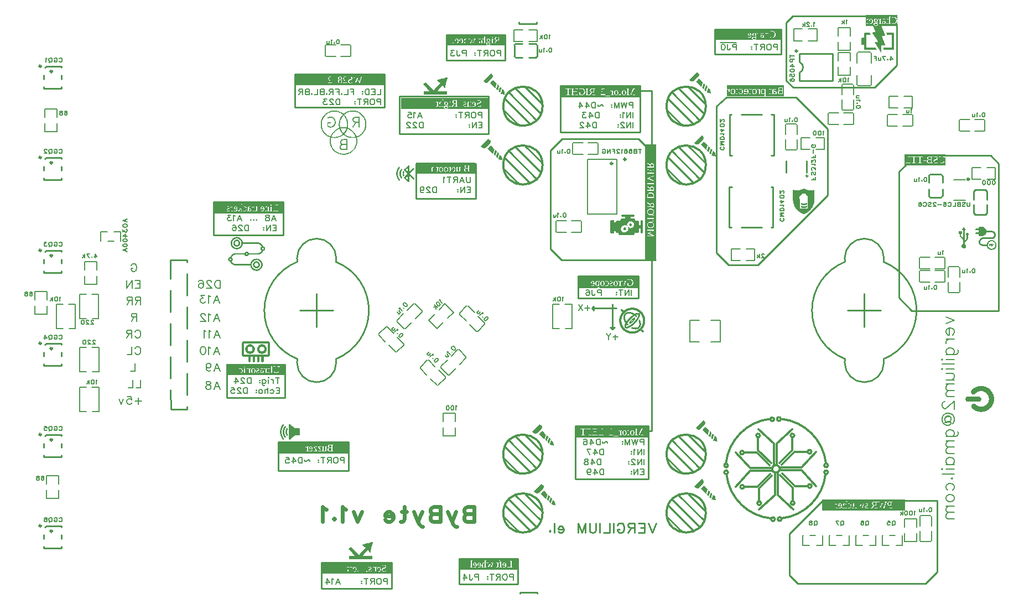
<source format=gbo>
G04 Layer: BottomSilkscreenLayer*
G04 EasyEDA Pro v2.2.40.8, 2025-09-21 19:38:57*
G04 Gerber Generator version 0.3*
G04 Scale: 100 percent, Rotated: No, Reflected: No*
G04 Dimensions in millimeters*
G04 Leading zeros omitted, absolute positions, 4 integers and 5 decimals*
G04 Generated by one-click*
%FSLAX45Y45*%
%MOMM*%
%ADD10C,0.254*%
%ADD11C,0.6096*%
%ADD12C,0.1524*%
%ADD13C,0.2032*%
%ADD14C,0.3048*%
%ADD15C,0.127*%
%ADD16C,0.2047*%
%ADD17C,0.2*%
%ADD18C,0.3*%
G75*


G04 Image Start*
G36*
G01X2961191Y6892049D02*
G01X2948461Y6891900D01*
G01X2935888Y6892497D01*
G01X2923544Y6893815D01*
G01X2911445Y6895830D01*
G01X2899611Y6898520D01*
G01X2888058Y6901861D01*
G01X2876804Y6905830D01*
G01X2865867Y6910405D01*
G01X2855265Y6915561D01*
G01X2845015Y6921277D01*
G01X2835135Y6927528D01*
G01X2825643Y6934292D01*
G01X2816557Y6941546D01*
G01X2807894Y6949267D01*
G01X2799671Y6957431D01*
G01X2791908Y6966016D01*
G01X2784621Y6974998D01*
G01X2777828Y6984355D01*
G01X2771547Y6994063D01*
G01X2765795Y7004099D01*
G01X2760591Y7014440D01*
G01X2755952Y7025064D01*
G01X2751895Y7035946D01*
G01X2748439Y7047064D01*
G01X2745601Y7058395D01*
G01X2743399Y7069916D01*
G01X2741851Y7081603D01*
G01X2740974Y7093434D01*
G01X2740830Y7102607D01*
G01X2757283Y7102607D01*
G01X2757607Y7091448D01*
G01X2758562Y7080423D01*
G01X2760133Y7069551D01*
G01X2762303Y7058854D01*
G01X2765056Y7048351D01*
G01X2768375Y7038063D01*
G01X2772244Y7028011D01*
G01X2776648Y7018216D01*
G01X2781570Y7008698D01*
G01X2786993Y6999478D01*
G01X2792902Y6990576D01*
G01X2799280Y6982012D01*
G01X2806110Y6973809D01*
G01X2813378Y6965985D01*
G01X2821066Y6958562D01*
G01X2829159Y6951561D01*
G01X2837639Y6945001D01*
G01X2846491Y6938904D01*
G01X2855699Y6933290D01*
G01X2865247Y6928180D01*
G01X2875117Y6923594D01*
G01X2885294Y6919553D01*
G01X2895762Y6916078D01*
G01X2906505Y6913188D01*
G01X2917506Y6910906D01*
G01X2928748Y6909251D01*
G01X2940217Y6908243D01*
G01X2940217Y6908243D01*
G01X2951895Y6907905D01*
G01X2963109Y6908221D01*
G01X2974138Y6909155D01*
G01X2984968Y6910688D01*
G01X2995582Y6912803D01*
G01X3005967Y6915480D01*
G01X3016107Y6918703D01*
G01X3025986Y6922454D01*
G01X3035591Y6926714D01*
G01X3044904Y6931465D01*
G01X3053912Y6936691D01*
G01X3062599Y6942372D01*
G01X3070950Y6948491D01*
G01X3078950Y6955031D01*
G01X3086583Y6961972D01*
G01X3093835Y6969297D01*
G01X3100691Y6976989D01*
G01X3107135Y6985030D01*
G01X3113152Y6993400D01*
G01X3118727Y7002083D01*
G01X3123845Y7011061D01*
G01X3128491Y7020316D01*
G01X3132649Y7029829D01*
G01X3136305Y7039584D01*
G01X3139443Y7049561D01*
G01X3142049Y7059743D01*
G01X3144106Y7070113D01*
G01X3145601Y7080652D01*
G01X3146517Y7091342D01*
G01X3146839Y7102166D01*
G01X3146554Y7113105D01*
G01X3145644Y7124142D01*
G01X3144096Y7135258D01*
G01X3141633Y7147502D01*
G01X3140564Y7151300D01*
G01X3139818Y7152679D01*
G01X3133082Y7151380D01*
G01X3121153Y7149324D01*
G01X3109164Y7147975D01*
G01X3097149Y7147324D01*
G01X3085140Y7147362D01*
G01X3073171Y7148081D01*
G01X3061277Y7149471D01*
G01X3049489Y7151525D01*
G01X3037842Y7154233D01*
G01X3026369Y7157586D01*
G01X3015104Y7161576D01*
G01X3004080Y7166193D01*
G01X2993330Y7171430D01*
G01X2982887Y7177278D01*
G01X2972787Y7183726D01*
G01X2963060Y7190768D01*
G01X2953742Y7198394D01*
G01X2952179Y7199647D01*
G01X2947708Y7196065D01*
G01X2938080Y7188528D01*
G01X2928058Y7181590D01*
G01X2917678Y7175261D01*
G01X2906977Y7169548D01*
G01X2895991Y7164461D01*
G01X2884755Y7160009D01*
G01X2873307Y7156200D01*
G01X2861681Y7153042D01*
G01X2849915Y7150546D01*
G01X2838044Y7148718D01*
G01X2826105Y7147569D01*
G01X2814133Y7147107D01*
G01X2802165Y7147340D01*
G01X2790237Y7148277D01*
G01X2778385Y7149928D01*
G01X2766645Y7152300D01*
G01X2764894Y7152677D01*
G01X2763940Y7152421D01*
G01X2763334Y7151069D01*
G01X2762627Y7148156D01*
G01X2760262Y7136673D01*
G01X2758594Y7125239D01*
G01X2757607Y7113877D01*
G01X2757283Y7102607D01*
G01X2740830Y7102607D01*
G01X2740786Y7105385D01*
G01X2741305Y7117434D01*
G01X2742548Y7129557D01*
G01X2744534Y7141732D01*
G01X2747279Y7153934D01*
G01X2748027Y7157249D01*
G01X2742053Y7159455D01*
G01X2729001Y7164643D01*
G01X2720364Y7168726D01*
G01X2769238Y7168726D01*
G01X2770597Y7168050D01*
G01X2773793Y7167374D01*
G01X2784473Y7165456D01*
G01X2795234Y7164168D01*
G01X2795234Y7164168D01*
G01X2806045Y7163504D01*
G01X2816873Y7163454D01*
G01X2827686Y7164012D01*
G01X2838454Y7165169D01*
G01X2849143Y7166917D01*
G01X2859723Y7169249D01*
G01X2870162Y7172155D01*
G01X2880427Y7175630D01*
G01X2890487Y7179664D01*
G01X2900311Y7184249D01*
G01X2909865Y7189378D01*
G01X2919120Y7195043D01*
G01X2928042Y7201236D01*
G01X2936601Y7207949D01*
G01X2939909Y7210706D01*
G01X2964765Y7210706D01*
G01X2966246Y7209093D01*
G01X2969659Y7206307D01*
G01X2978276Y7199775D01*
G01X2987213Y7193758D01*
G01X2996440Y7188263D01*
G01X3005932Y7183297D01*
G01X3015661Y7178866D01*
G01X3025598Y7174978D01*
G01X3035717Y7171639D01*
G01X3045991Y7168855D01*
G01X3056391Y7166632D01*
G01X3066891Y7164979D01*
G01X3066891Y7164979D01*
G01X3077463Y7163901D01*
G01X3088079Y7163405D01*
G01X3098712Y7163498D01*
G01X3109336Y7164186D01*
G01X3119921Y7165475D01*
G01X3130441Y7167374D01*
G01X3133603Y7168035D01*
G01X3134949Y7168657D01*
G01X3134930Y7169864D01*
G01X3133997Y7172280D01*
G01X3129910Y7182104D01*
G01X3125296Y7191659D01*
G01X3120175Y7200926D01*
G01X3114566Y7209886D01*
G01X3108490Y7218521D01*
G01X3101964Y7226811D01*
G01X3095010Y7234738D01*
G01X3087646Y7242283D01*
G01X3079891Y7249426D01*
G01X3071766Y7256149D01*
G01X3063290Y7262434D01*
G01X3054481Y7268260D01*
G01X3045360Y7273610D01*
G01X3035946Y7278464D01*
G01X3026258Y7282803D01*
G01X3016316Y7286609D01*
G01X3013689Y7287471D01*
G01X3012833Y7287528D01*
G01X3012149Y7287230D01*
G01X3010905Y7285260D01*
G01X3009166Y7280935D01*
G01X3005302Y7271830D01*
G01X3000905Y7262755D01*
G01X2996025Y7253789D01*
G01X2990712Y7245011D01*
G01X2985017Y7236498D01*
G01X2978988Y7228329D01*
G01X2972677Y7220583D01*
G01X2966134Y7213338D01*
G01X2964850Y7211878D01*
G01X2964765Y7210706D01*
G01X2939909Y7210706D01*
G01X2940383Y7211101D01*
G01X2937549Y7214017D01*
G01X2931331Y7220815D01*
G01X2925247Y7228256D01*
G01X2919363Y7236235D01*
G01X2913743Y7244649D01*
G01X2908454Y7253395D01*
G01X2903562Y7262368D01*
G01X2899132Y7271467D01*
G01X2895231Y7280587D01*
G01X2892219Y7288162D01*
G01X2888139Y7286746D01*
G01X2878981Y7283286D01*
G01X2869857Y7279325D01*
G01X2860957Y7274881D01*
G01X2852300Y7269976D01*
G01X2843904Y7264627D01*
G01X2835788Y7258853D01*
G01X2827970Y7252674D01*
G01X2820469Y7246108D01*
G01X2813304Y7239174D01*
G01X2806493Y7231891D01*
G01X2800055Y7224278D01*
G01X2794008Y7216353D01*
G01X2788371Y7208136D01*
G01X2783163Y7199646D01*
G01X2778402Y7190902D01*
G01X2774106Y7181922D01*
G01X2770295Y7172725D01*
G01X2769281Y7170064D01*
G01X2769238Y7168726D01*
G01X2720364Y7168726D01*
G01X2716532Y7170537D01*
G01X2704657Y7177102D01*
G01X2693384Y7184303D01*
G01X2682722Y7192104D01*
G01X2672679Y7200471D01*
G01X2663265Y7209367D01*
G01X2654487Y7218759D01*
G01X2646354Y7228610D01*
G01X2638876Y7238885D01*
G01X2632061Y7249549D01*
G01X2625918Y7260568D01*
G01X2620455Y7271905D01*
G01X2615681Y7283525D01*
G01X2611606Y7295394D01*
G01X2608236Y7307476D01*
G01X2605583Y7319735D01*
G01X2603653Y7332137D01*
G01X2602456Y7344646D01*
G01X2602071Y7355267D01*
G01X2618071Y7355267D01*
G01X2618557Y7344298D01*
G01X2619673Y7333251D01*
G01X2621434Y7322147D01*
G01X2623853Y7311004D01*
G01X2626897Y7300105D01*
G01X2630577Y7289442D01*
G01X2634873Y7279038D01*
G01X2639762Y7268920D01*
G01X2645225Y7259112D01*
G01X2651240Y7249639D01*
G01X2657785Y7240526D01*
G01X2664839Y7231797D01*
G01X2672381Y7223477D01*
G01X2680390Y7215591D01*
G01X2688845Y7208164D01*
G01X2697724Y7201221D01*
G01X2707006Y7194787D01*
G01X2716669Y7188885D01*
G01X2726693Y7183542D01*
G01X2737056Y7178782D01*
G01X2746898Y7174916D01*
G01X2746898Y7174916D01*
G01X2752825Y7172928D01*
G01X2755868Y7180501D01*
G01X2760296Y7190891D01*
G01X2765297Y7201016D01*
G01X2770845Y7210851D01*
G01X2776919Y7220374D01*
G01X2783492Y7229562D01*
G01X2790541Y7238392D01*
G01X2798043Y7246839D01*
G01X2805973Y7254882D01*
G01X2814307Y7262496D01*
G01X2823021Y7269660D01*
G01X2832091Y7276349D01*
G01X2841492Y7282540D01*
G01X2851202Y7288211D01*
G01X2858845Y7292132D01*
G01X2908237Y7292132D01*
G01X2910965Y7284875D01*
G01X2916109Y7273418D01*
G01X2923078Y7260370D01*
G01X2931006Y7247856D01*
G01X2939716Y7236136D01*
G01X2939716Y7236136D01*
G01X2949030Y7225469D01*
G01X2952118Y7222217D01*
G01X2955207Y7225469D01*
G01X2964520Y7236136D01*
G01X2973230Y7247856D01*
G01X2981157Y7260370D01*
G01X2988125Y7273418D01*
G01X2993260Y7284850D01*
G01X2995999Y7292112D01*
G01X2994464Y7292756D01*
G01X2990413Y7293678D01*
G01X2977851Y7295752D01*
G01X2965419Y7297029D01*
G01X2953168Y7297506D01*
G01X2941148Y7297181D01*
G01X2930696Y7296230D01*
G01X2919972Y7294803D01*
G01X2911609Y7293302D01*
G01X2909135Y7292651D01*
G01X2908237Y7292132D01*
G01X2858845Y7292132D01*
G01X2861195Y7293338D01*
G01X2871448Y7297898D01*
G01X2881937Y7301868D01*
G01X2886372Y7303548D01*
G01X2887184Y7304051D01*
G01X2887328Y7304459D01*
G01X2884114Y7316517D01*
G01X2881819Y7328929D01*
G01X2880426Y7341627D01*
G01X2879919Y7354542D01*
G01X2880079Y7360332D01*
G01X2896588Y7360332D01*
G01X2896858Y7348469D01*
G01X2897848Y7336529D01*
G01X2899563Y7324530D01*
G01X2902010Y7312491D01*
G01X2903016Y7308788D01*
G01X2903407Y7308306D01*
G01X2903911Y7308325D01*
G01X2922456Y7311769D01*
G01X2932177Y7312861D01*
G01X2942180Y7313506D01*
G01X2952323Y7313711D01*
G01X2962465Y7313481D01*
G01X2972465Y7312824D01*
G01X2982180Y7311744D01*
G01X2991470Y7310249D01*
G01X3000193Y7308345D01*
G01X3000193Y7308345D01*
G01X3000784Y7308285D01*
G01X3001201Y7308716D01*
G01X3002227Y7312496D01*
G01X3004443Y7323260D01*
G01X3006071Y7334018D01*
G01X3007113Y7344754D01*
G01X3007573Y7355452D01*
G01X3007455Y7366092D01*
G01X3006762Y7376660D01*
G01X3005497Y7387138D01*
G01X3003665Y7397508D01*
G01X3001268Y7407754D01*
G01X2998311Y7417858D01*
G01X2994795Y7427804D01*
G01X2990726Y7437575D01*
G01X2986107Y7447153D01*
G01X2980940Y7456521D01*
G01X2975230Y7465663D01*
G01X2968980Y7474561D01*
G01X2959056Y7486783D01*
G01X2954392Y7492078D01*
G01X2952118Y7494270D01*
G01X2947782Y7489699D01*
G01X2939786Y7480253D01*
G01X2932452Y7470502D01*
G01X2925785Y7460463D01*
G01X2919789Y7450156D01*
G01X2914470Y7439599D01*
G01X2909832Y7428813D01*
G01X2905880Y7417816D01*
G01X2902619Y7406627D01*
G01X2900055Y7395265D01*
G01X2898192Y7383749D01*
G01X2897035Y7372099D01*
G01X2896588Y7360332D01*
G01X2880079Y7360332D01*
G01X2880281Y7367607D01*
G01X2881493Y7380752D01*
G01X2883540Y7393910D01*
G01X2886404Y7407012D01*
G01X2890067Y7419990D01*
G01X2894514Y7432775D01*
G01X2899726Y7445300D01*
G01X2905687Y7457495D01*
G01X2912380Y7469294D01*
G01X2919787Y7480626D01*
G01X2927892Y7491425D01*
G01X2936677Y7501621D01*
G01X2940276Y7505518D01*
G01X2940261Y7505531D01*
G01X2963973Y7505531D01*
G01X2968459Y7500612D01*
G01X2977127Y7490424D01*
G01X2985120Y7479646D01*
G01X2992422Y7468344D01*
G01X2999017Y7456587D01*
G01X3004887Y7444441D01*
G01X3010017Y7431974D01*
G01X3014389Y7419253D01*
G01X3017988Y7406346D01*
G01X3020795Y7393320D01*
G01X3022796Y7380242D01*
G01X3023972Y7367180D01*
G01X3024307Y7354202D01*
G01X3023786Y7341374D01*
G01X3022390Y7328765D01*
G01X3020104Y7316440D01*
G01X3016911Y7304469D01*
G01X3017080Y7304056D01*
G01X3017964Y7303520D01*
G01X3022696Y7301685D01*
G01X3033392Y7297529D01*
G01X3043809Y7292808D01*
G01X3053927Y7287542D01*
G01X3063726Y7281751D01*
G01X3073185Y7275454D01*
G01X3082284Y7268673D01*
G01X3091003Y7261426D01*
G01X3099321Y7253733D01*
G01X3107217Y7245615D01*
G01X3114672Y7237090D01*
G01X3121665Y7228180D01*
G01X3128175Y7218903D01*
G01X3134183Y7209281D01*
G01X3139668Y7199331D01*
G01X3144609Y7189076D01*
G01X3148986Y7178533D01*
G01X3148986Y7178533D01*
G01X3151218Y7173126D01*
G01X3154314Y7173801D01*
G01X3161235Y7176376D01*
G01X3169881Y7180013D01*
G01X3178148Y7183874D01*
G01X3186202Y7188138D01*
G01X3193984Y7192725D01*
G01X3201488Y7197625D01*
G01X3208709Y7202825D01*
G01X3215642Y7208313D01*
G01X3222283Y7214076D01*
G01X3228626Y7220103D01*
G01X3234667Y7226382D01*
G01X3240400Y7232899D01*
G01X3245820Y7239644D01*
G01X3250923Y7246604D01*
G01X3255702Y7253766D01*
G01X3264274Y7268651D01*
G01X3271495Y7284202D01*
G01X3277325Y7300321D01*
G01X3281724Y7316912D01*
G01X3283375Y7325354D01*
G01X3284653Y7333877D01*
G01X3285553Y7342470D01*
G01X3286071Y7351120D01*
G01X3286200Y7359815D01*
G01X3285938Y7368543D01*
G01X3285277Y7377292D01*
G01X3284214Y7386049D01*
G01X3282743Y7394803D01*
G01X3280859Y7403542D01*
G01X3278557Y7412252D01*
G01X3275833Y7420923D01*
G01X3269758Y7436549D01*
G01X3262447Y7451413D01*
G01X3253974Y7465466D01*
G01X3244417Y7478658D01*
G01X3233851Y7490942D01*
G01X3222350Y7502269D01*
G01X3209991Y7512589D01*
G01X3196849Y7521855D01*
G01X3182999Y7530016D01*
G01X3168518Y7537025D01*
G01X3153480Y7542833D01*
G01X3137962Y7547390D01*
G01X3122038Y7550649D01*
G01X3105785Y7552560D01*
G01X3089277Y7553074D01*
G01X3072591Y7552143D01*
G01X3058047Y7550141D01*
G01X3043736Y7547072D01*
G01X3029731Y7542967D01*
G01X3016107Y7537857D01*
G01X3002938Y7531774D01*
G01X2990298Y7524749D01*
G01X2978262Y7516811D01*
G01X2966904Y7507994D01*
G01X2963973Y7505531D01*
G01X2940261Y7505531D01*
G01X2937338Y7507989D01*
G01X2930268Y7513641D01*
G01X2922921Y7518945D01*
G01X2915318Y7523894D01*
G01X2907479Y7528481D01*
G01X2899426Y7532699D01*
G01X2891178Y7536541D01*
G01X2882757Y7540000D01*
G01X2874183Y7543069D01*
G01X2865478Y7545742D01*
G01X2856662Y7548011D01*
G01X2847755Y7549870D01*
G01X2838779Y7551312D01*
G01X2829754Y7552330D01*
G01X2820701Y7552916D01*
G01X2811640Y7553065D01*
G01X2802593Y7552769D01*
G01X2791213Y7551791D01*
G01X2780063Y7550196D01*
G01X2769159Y7548003D01*
G01X2758515Y7545231D01*
G01X2748145Y7541900D01*
G01X2738063Y7538029D01*
G01X2728284Y7533637D01*
G01X2718822Y7528744D01*
G01X2709691Y7523368D01*
G01X2700905Y7517530D01*
G01X2692478Y7511248D01*
G01X2684426Y7504541D01*
G01X2676762Y7497430D01*
G01X2669500Y7489933D01*
G01X2662655Y7482069D01*
G01X2656240Y7473858D01*
G01X2650271Y7465319D01*
G01X2644762Y7456472D01*
G01X2639726Y7447335D01*
G01X2635178Y7437928D01*
G01X2631132Y7428270D01*
G01X2627602Y7418381D01*
G01X2624604Y7408280D01*
G01X2622150Y7397986D01*
G01X2620256Y7387518D01*
G01X2618935Y7376896D01*
G01X2618202Y7366139D01*
G01X2618071Y7355267D01*
G01X2602071Y7355267D01*
G01X2602000Y7357227D01*
G01X2602294Y7369845D01*
G01X2603348Y7382465D01*
G01X2605169Y7395051D01*
G01X2607766Y7407568D01*
G01X2611149Y7419981D01*
G01X2615325Y7432255D01*
G01X2620304Y7444354D01*
G01X2626093Y7456243D01*
G01X2632703Y7467888D01*
G01X2640142Y7479252D01*
G01X2648418Y7490300D01*
G01X2657540Y7500998D01*
G01X2664733Y7508525D01*
G01X2672232Y7515619D01*
G01X2680018Y7522276D01*
G01X2688073Y7528497D01*
G01X2696378Y7534280D01*
G01X2704914Y7539624D01*
G01X2713664Y7544528D01*
G01X2722609Y7548990D01*
G01X2731729Y7553009D01*
G01X2741008Y7556584D01*
G01X2750427Y7559714D01*
G01X2759966Y7562397D01*
G01X2769607Y7564632D01*
G01X2779333Y7566419D01*
G01X2789125Y7567755D01*
G01X2798963Y7568639D01*
G01X2808830Y7569072D01*
G01X2818708Y7569050D01*
G01X2828577Y7568572D01*
G01X2838420Y7567639D01*
G01X2848217Y7566248D01*
G01X2857951Y7564398D01*
G01X2867603Y7562088D01*
G01X2877154Y7559316D01*
G01X2886587Y7556082D01*
G01X2895882Y7552384D01*
G01X2905021Y7548222D01*
G01X2913986Y7543592D01*
G01X2922758Y7538496D01*
G01X2931319Y7532930D01*
G01X2939651Y7526895D01*
G01X2947734Y7520389D01*
G01X2950438Y7518102D01*
G01X2952092Y7517351D01*
G01X2953793Y7518153D01*
G01X2956640Y7520523D01*
G01X2964214Y7526537D01*
G01X2972093Y7532196D01*
G01X2980252Y7537491D01*
G01X2988663Y7542414D01*
G01X2997301Y7546955D01*
G01X3006139Y7551106D01*
G01X3015152Y7554858D01*
G01X3024314Y7558202D01*
G01X3033598Y7561129D01*
G01X3042978Y7563631D01*
G01X3052427Y7565697D01*
G01X3061921Y7567321D01*
G01X3071433Y7568491D01*
G01X3080936Y7569201D01*
G01X3090405Y7569440D01*
G01X3099813Y7569200D01*
G01X3113813Y7568044D01*
G01X3127463Y7566056D01*
G01X3140746Y7563265D01*
G01X3153642Y7559703D01*
G01X3166135Y7555399D01*
G01X3178204Y7550384D01*
G01X3189831Y7544688D01*
G01X3200998Y7538341D01*
G01X3211687Y7531373D01*
G01X3221879Y7523816D01*
G01X3231555Y7515698D01*
G01X3240696Y7507051D01*
G01X3249286Y7497905D01*
G01X3257304Y7488290D01*
G01X3264732Y7478236D01*
G01X3271552Y7467774D01*
G01X3277746Y7456934D01*
G01X3283294Y7445746D01*
G01X3288179Y7434240D01*
G01X3292382Y7422447D01*
G01X3295884Y7410397D01*
G01X3298666Y7398121D01*
G01X3300711Y7385648D01*
G01X3302000Y7373010D01*
G01X3302514Y7360235D01*
G01X3302235Y7347355D01*
G01X3301144Y7334400D01*
G01X3299223Y7321400D01*
G01X3296453Y7308385D01*
G01X3292816Y7295386D01*
G01X3288293Y7282434D01*
G01X3282866Y7269557D01*
G01X3278166Y7260015D01*
G01X3272936Y7250708D01*
G01X3267203Y7241659D01*
G01X3260993Y7232892D01*
G01X3254333Y7224431D01*
G01X3247249Y7216298D01*
G01X3239766Y7208518D01*
G01X3231912Y7201114D01*
G01X3223712Y7194109D01*
G01X3215192Y7187528D01*
G01X3206379Y7181392D01*
G01X3197299Y7175727D01*
G01X3187977Y7170555D01*
G01X3178442Y7165900D01*
G01X3168717Y7161786D01*
G01X3158830Y7158235D01*
G01X3156088Y7157010D01*
G01X3157493Y7150846D01*
G01X3160087Y7138438D01*
G01X3161904Y7126075D01*
G01X3162961Y7113780D01*
G01X3163279Y7101576D01*
G01X3162875Y7089487D01*
G01X3161770Y7077535D01*
G01X3159981Y7065745D01*
G01X3157528Y7054140D01*
G01X3154429Y7042743D01*
G01X3150704Y7031578D01*
G01X3146371Y7020667D01*
G01X3141449Y7010035D01*
G01X3135957Y6999705D01*
G01X3129915Y6989700D01*
G01X3123340Y6980044D01*
G01X3116252Y6970759D01*
G01X3108670Y6961870D01*
G01X3100612Y6953400D01*
G01X3092098Y6945372D01*
G01X3083146Y6937810D01*
G01X3073775Y6930737D01*
G01X3064004Y6924176D01*
G01X3053853Y6918151D01*
G01X3043339Y6912685D01*
G01X3032482Y6907802D01*
G01X3021301Y6903525D01*
G01X3009814Y6899878D01*
G01X2998041Y6896883D01*
G01X2986000Y6894564D01*
G01X2973710Y6892945D01*
G01X2961191Y6892049D01*
G37*
G36*
G01X3007115Y6962794D02*
G01X2995152Y6962452D01*
G01X2970605Y6962342D01*
G01X2945535Y6962460D01*
G01X2932005Y6962807D01*
G01X2924254Y6964398D01*
G01X2917261Y6967094D01*
G01X2911053Y6970765D01*
G01X2905659Y6975284D01*
G01X2901104Y6980519D01*
G01X2897415Y6986341D01*
G01X2894621Y6992621D01*
G01X2892747Y6999230D01*
G01X2891821Y7006038D01*
G01X2891852Y7010384D01*
G01X2907772Y7010384D01*
G01X2907786Y7006136D01*
G01X2908391Y7001928D01*
G01X2909591Y6997833D01*
G01X2911391Y6993924D01*
G01X2913797Y6990274D01*
G01X2916812Y6986957D01*
G01X2920443Y6984046D01*
G01X2924693Y6981612D01*
G01X2928479Y6979956D01*
G01X2933531Y6979126D01*
G01X2944093Y6978813D01*
G01X2964410Y6978707D01*
G01X2964410Y6978707D01*
G01X2996406Y6978577D01*
G01X2996406Y7038367D01*
G01X2964004Y7038253D01*
G01X2931599Y7038139D01*
G01X2928348Y7037033D01*
G01X2923810Y7035097D01*
G01X2919824Y7032616D01*
G01X2916395Y7029664D01*
G01X2913527Y7026313D01*
G01X2911227Y7022636D01*
G01X2909497Y7018707D01*
G01X2908344Y7014598D01*
G01X2907772Y7010384D01*
G01X2891852Y7010384D01*
G01X2891869Y7012915D01*
G01X2892920Y7019732D01*
G01X2894999Y7026361D01*
G01X2898134Y7032670D01*
G01X2902352Y7038531D01*
G01X2907680Y7043814D01*
G01X2914144Y7048391D01*
G01X2917413Y7050330D01*
G01X2913707Y7053988D01*
G01X2909178Y7059108D01*
G01X2905615Y7064505D01*
G01X2902990Y7070110D01*
G01X2901278Y7075852D01*
G01X2900452Y7081658D01*
G01X2900474Y7085622D01*
G01X2916800Y7085622D01*
G01X2917021Y7080797D01*
G01X2918171Y7076059D01*
G01X2920257Y7071522D01*
G01X2923285Y7067298D01*
G01X2927259Y7063499D01*
G01X2932186Y7060237D01*
G01X2938071Y7057626D01*
G01X2944920Y7055778D01*
G01X2944920Y7055778D01*
G01X2951998Y7055125D01*
G01X2972585Y7055002D01*
G01X2996274Y7055002D01*
G01X2996543Y7069090D01*
G01X2996813Y7098753D01*
G01X2996813Y7114330D01*
G01X2973886Y7114330D01*
G01X2947838Y7113898D01*
G01X2940822Y7112417D01*
G01X2934691Y7110124D01*
G01X2929450Y7107133D01*
G01X2925105Y7103554D01*
G01X2921662Y7099502D01*
G01X2919127Y7095087D01*
G01X2917504Y7090423D01*
G01X2916800Y7085622D01*
G01X2900474Y7085622D01*
G01X2900484Y7087459D01*
G01X2901348Y7093183D01*
G01X2903018Y7098760D01*
G01X2905466Y7104117D01*
G01X2908667Y7109186D01*
G01X2912592Y7113894D01*
G01X2917216Y7118170D01*
G01X2922512Y7121944D01*
G01X2928452Y7125144D01*
G01X2935011Y7127701D01*
G01X2942162Y7129541D01*
G01X2954678Y7130455D01*
G01X2975586Y7131004D01*
G01X2996027Y7131057D01*
G01X3007140Y7130487D01*
G01X3008939Y7129652D01*
G01X3010576Y7128244D01*
G01X3011862Y7126468D01*
G01X3012612Y7124526D01*
G01X3012981Y7099225D01*
G01X3013098Y7046369D01*
G01X3012967Y6993598D01*
G01X3012592Y6968551D01*
G01X3011800Y6966746D01*
G01X3010469Y6965024D01*
G01X3008830Y6963625D01*
G01X3007115Y6962794D01*
G37*
G36*
G01X2774594Y7310348D02*
G01X2766250Y7308417D01*
G01X2757686Y7307470D01*
G01X2748968Y7307553D01*
G01X2740165Y7308714D01*
G01X2731342Y7311002D01*
G01X2722893Y7314400D01*
G01X2714707Y7318771D01*
G01X2708065Y7323344D01*
G01X2705722Y7325465D01*
G01X2704245Y7327347D01*
G01X2703251Y7329088D01*
G01X2703134Y7354838D01*
G01X2703160Y7372967D01*
G01X2703798Y7382582D01*
G01X2704510Y7385128D01*
G01X2705573Y7386661D01*
G01X2707051Y7387555D01*
G01X2709010Y7388182D01*
G01X2716914Y7388521D01*
G01X2732333Y7388628D01*
G01X2747754Y7388507D01*
G01X2755662Y7388162D01*
G01X2757961Y7387105D01*
G01X2759677Y7385481D01*
G01X2760798Y7383453D01*
G01X2761308Y7381189D01*
G01X2761194Y7378853D01*
G01X2760440Y7376611D01*
G01X2759034Y7374629D01*
G01X2756961Y7373072D01*
G01X2755670Y7372548D01*
G01X2753138Y7372264D01*
G01X2737277Y7372040D01*
G01X2719300Y7371918D01*
G01X2719300Y7334963D01*
G01X2722042Y7333193D01*
G01X2730111Y7328791D01*
G01X2738361Y7325791D01*
G01X2746691Y7324126D01*
G01X2755002Y7323733D01*
G01X2763193Y7324546D01*
G01X2771164Y7326500D01*
G01X2778815Y7329531D01*
G01X2786044Y7333572D01*
G01X2792753Y7338560D01*
G01X2798839Y7344430D01*
G01X2804204Y7351115D01*
G01X2808747Y7358552D01*
G01X2812367Y7366675D01*
G01X2814964Y7375419D01*
G01X2816437Y7384720D01*
G01X2816688Y7394511D01*
G01X2815691Y7404297D01*
G01X2813561Y7413457D01*
G01X2810392Y7421939D01*
G01X2806280Y7429694D01*
G01X2801319Y7436669D01*
G01X2795604Y7442814D01*
G01X2789232Y7448079D01*
G01X2782295Y7452411D01*
G01X2774891Y7455761D01*
G01X2767113Y7458077D01*
G01X2759057Y7459309D01*
G01X2750818Y7459405D01*
G01X2742491Y7458314D01*
G01X2734171Y7455987D01*
G01X2725953Y7452371D01*
G01X2717932Y7447415D01*
G01X2715311Y7445829D01*
G01X2712796Y7444855D01*
G01X2710446Y7444480D01*
G01X2708319Y7444688D01*
G01X2706474Y7445466D01*
G01X2704970Y7446798D01*
G01X2703865Y7448670D01*
G01X2703218Y7451068D01*
G01X2703263Y7452811D01*
G01X2703874Y7454640D01*
G01X2706618Y7458462D01*
G01X2711088Y7462332D01*
G01X2716924Y7466050D01*
G01X2723766Y7469413D01*
G01X2731254Y7472221D01*
G01X2739027Y7474273D01*
G01X2746725Y7475367D01*
G01X2751804Y7475733D01*
G01X2758916Y7475553D01*
G01X2767111Y7474603D01*
G01X2775024Y7472762D01*
G01X2782612Y7470083D01*
G01X2789833Y7466617D01*
G01X2796645Y7462418D01*
G01X2803007Y7457539D01*
G01X2808877Y7452031D01*
G01X2814212Y7445947D01*
G01X2818971Y7439341D01*
G01X2823113Y7432264D01*
G01X2826594Y7424770D01*
G01X2829375Y7416910D01*
G01X2831411Y7408738D01*
G01X2832663Y7400306D01*
G01X2833087Y7391666D01*
G01X2832642Y7382872D01*
G01X2831151Y7373266D01*
G01X2828701Y7364120D01*
G01X2825360Y7355482D01*
G01X2821194Y7347398D01*
G01X2816272Y7339917D01*
G01X2810659Y7333086D01*
G01X2804423Y7326953D01*
G01X2797632Y7321565D01*
G01X2790352Y7316970D01*
G01X2782650Y7313215D01*
G01X2774594Y7310348D01*
G37*
G36*
G01X3195321Y7307866D02*
G01X3193151Y7307498D01*
G01X3190977Y7307713D01*
G01X3188935Y7308517D01*
G01X3187165Y7309914D01*
G01X3185804Y7311909D01*
G01X3185304Y7313501D01*
G01X3185046Y7317866D01*
G01X3184937Y7348517D01*
G01X3184937Y7383337D01*
G01X3166956Y7383327D01*
G01X3148979Y7383316D01*
G01X3130693Y7354190D01*
G01X3107591Y7317400D01*
G01X3104078Y7312009D01*
G01X3101628Y7309051D01*
G01X3099443Y7307805D01*
G01X3096730Y7307550D01*
G01X3093338Y7308154D01*
G01X3090768Y7309855D01*
G01X3089180Y7312487D01*
G01X3088733Y7315882D01*
G01X3088858Y7318523D01*
G01X3109535Y7351295D01*
G01X3130164Y7384374D01*
G01X3126545Y7385594D01*
G01X3117447Y7388661D01*
G01X3109614Y7392780D01*
G01X3103042Y7397796D01*
G01X3097723Y7403555D01*
G01X3093653Y7409902D01*
G01X3090826Y7416682D01*
G01X3089237Y7423743D01*
G01X3088989Y7428726D01*
G01X3104855Y7428726D01*
G01X3105530Y7423777D01*
G01X3107189Y7418971D01*
G01X3109825Y7414432D01*
G01X3113435Y7410281D01*
G01X3118014Y7406642D01*
G01X3123557Y7403638D01*
G01X3130061Y7401391D01*
G01X3137520Y7400025D01*
G01X3163182Y7399590D01*
G01X3163182Y7399590D01*
G01X3184937Y7399590D01*
G01X3184937Y7459322D01*
G01X3162081Y7459322D01*
G01X3143111Y7459198D01*
G01X3135367Y7458725D01*
G01X3128019Y7457054D01*
G01X3121690Y7454544D01*
G01X3116375Y7451316D01*
G01X3112070Y7447495D01*
G01X3108769Y7443202D01*
G01X3106470Y7438561D01*
G01X3105167Y7433695D01*
G01X3104855Y7428726D01*
G01X3088989Y7428726D01*
G01X3088880Y7430927D01*
G01X3089749Y7438083D01*
G01X3091840Y7445054D01*
G01X3095146Y7451687D01*
G01X3099662Y7457826D01*
G01X3105383Y7463318D01*
G01X3112303Y7468009D01*
G01X3120416Y7471743D01*
G01X3129717Y7474366D01*
G01X3142591Y7475394D01*
G01X3163703Y7476013D01*
G01X3184194Y7476078D01*
G01X3191439Y7475858D01*
G01X3195206Y7475444D01*
G01X3198286Y7473682D01*
G01X3200411Y7470954D01*
G01X3200797Y7463507D01*
G01X3201074Y7445458D01*
G01X3201300Y7391688D01*
G01X3201088Y7337918D01*
G01X3200815Y7319869D01*
G01X3200432Y7312423D01*
G01X3199099Y7310333D01*
G01X3197350Y7308812D01*
G01X3195321Y7307866D01*
G37*
G36*
G01X1633979Y5114960D02*
G01X1628287Y5114256D01*
G01X1619676Y5114000D01*
G01X1611109Y5114202D01*
G01X1605552Y5114871D01*
G01X1602433Y5115422D01*
G01X1598977Y5116095D01*
G01X1595936Y5116914D01*
G01X1587826Y5119419D01*
G01X1586634Y5119819D01*
G01X1582249Y5121606D01*
G01X1579761Y5122715D01*
G01X1572296Y5126613D01*
G01X1570508Y5127566D01*
G01X1568664Y5128816D01*
G01X1567256Y5129767D01*
G01X1566473Y5130250D01*
G01X1564692Y5131555D01*
G01X1560234Y5135004D01*
G01X1559000Y5135984D01*
G01X1554307Y5140162D01*
G01X1548798Y5145948D01*
G01X1544772Y5150780D01*
G01X1541134Y5156018D01*
G01X1537730Y5161405D01*
G01X1536480Y5163478D01*
G01X1535939Y5164583D01*
G01X1535397Y5165689D01*
G01X1532074Y5173011D01*
G01X1531083Y5175498D01*
G01X1530414Y5177490D01*
G01X1529880Y5178799D01*
G01X1529445Y5180258D01*
G01X1528897Y5182265D01*
G01X1528352Y5184282D01*
G01X1527794Y5186492D01*
G01X1527135Y5189608D01*
G01X1526550Y5192596D01*
G01X1526261Y5194324D01*
G01X1525975Y5195826D01*
G01X1523809Y5196132D01*
G01X1510888Y5196292D01*
G01X1411717Y5196367D01*
G01X1296639Y5196643D01*
G01X1292630Y5197196D01*
G01X1288483Y5197872D01*
G01X1285856Y5198453D01*
G01X1283977Y5198899D01*
G01X1281489Y5199542D01*
G01X1275118Y5201317D01*
G01X1274385Y5201610D01*
G01X1272861Y5202163D01*
G01X1271478Y5202716D01*
G01X1270097Y5203269D01*
G01X1268714Y5203821D01*
G01X1267331Y5204374D01*
G01X1265987Y5204926D01*
G01X1261249Y5207264D01*
G01X1259752Y5208114D01*
G01X1548958Y5208114D01*
G01X1549515Y5198158D01*
G01X1550211Y5193786D01*
G01X1551185Y5190143D01*
G01X1551828Y5187726D01*
G01X1552461Y5185792D01*
G01X1552937Y5184479D01*
G01X1553502Y5182930D01*
G01X1554057Y5181351D01*
G01X1554630Y5180034D01*
G01X1555015Y5179444D01*
G01X1558407Y5172597D01*
G01X1562895Y5165848D01*
G01X1564555Y5163646D01*
G01X1568711Y5159025D01*
G01X1576167Y5152332D01*
G01X1578243Y5150720D01*
G01X1582663Y5147787D01*
G01X1584461Y5146762D01*
G01X1592498Y5142729D01*
G01X1593975Y5142201D01*
G01X1595064Y5141809D01*
G01X1600307Y5140112D01*
G01X1602519Y5139466D01*
G01X1604369Y5139024D01*
G01X1607279Y5138453D01*
G01X1607279Y5138453D01*
G01X1615264Y5137605D01*
G01X1625658Y5137742D01*
G01X1630820Y5138278D01*
G01X1635888Y5139338D01*
G01X1639067Y5140078D01*
G01X1641146Y5140730D01*
G01X1642739Y5141241D01*
G01X1643921Y5141672D01*
G01X1645231Y5142215D01*
G01X1650108Y5144330D01*
G01X1655271Y5147073D01*
G01X1656852Y5148004D01*
G01X1658720Y5149035D01*
G01X1662135Y5151595D01*
G01X1669591Y5158117D01*
G01X1676117Y5165569D01*
G01X1678679Y5168983D01*
G01X1679711Y5170850D01*
G01X1680692Y5172496D01*
G01X1682078Y5174874D01*
G01X1682743Y5176189D01*
G01X1685409Y5182130D01*
G01X1685949Y5183511D01*
G01X1686494Y5185027D01*
G01X1687048Y5186547D01*
G01X1687579Y5188347D01*
G01X1688132Y5190558D01*
G01X1689121Y5194576D01*
G01X1689878Y5200305D01*
G01X1690282Y5206480D01*
G01X1690208Y5211841D01*
G01X1689276Y5220557D01*
G01X1688132Y5225650D01*
G01X1687579Y5227861D01*
G01X1687048Y5229661D01*
G01X1686494Y5231181D01*
G01X1685949Y5232696D01*
G01X1685409Y5234078D01*
G01X1684120Y5237160D01*
G01X1683029Y5239682D01*
G01X1682641Y5240273D01*
G01X1682081Y5241281D01*
G01X1680810Y5243549D01*
G01X1679711Y5245329D01*
G01X1677049Y5249350D01*
G01X1672304Y5255188D01*
G01X1667182Y5260402D01*
G01X1663470Y5263611D01*
G01X1661132Y5265351D01*
G01X1659114Y5266822D01*
G01X1657233Y5267961D01*
G01X1654965Y5269357D01*
G01X1653307Y5270285D01*
G01X1650956Y5271511D01*
G01X1649851Y5272035D01*
G01X1645995Y5273731D01*
G01X1644916Y5274123D01*
G01X1641102Y5275500D01*
G01X1635888Y5276877D01*
G01X1633262Y5277531D01*
G01X1629114Y5278175D01*
G01X1624275Y5278708D01*
G01X1619592Y5278919D01*
G01X1615013Y5278705D01*
G01X1609898Y5278143D01*
G01X1605889Y5277531D01*
G01X1603262Y5276877D01*
G01X1595797Y5274691D01*
G01X1592894Y5273658D01*
G01X1591490Y5272990D01*
G01X1590841Y5272625D01*
G01X1584185Y5269341D01*
G01X1581806Y5267855D01*
G01X1580078Y5266822D01*
G01X1579366Y5266339D01*
G01X1576738Y5264327D01*
G01X1569377Y5257711D01*
G01X1565710Y5253977D01*
G01X1564140Y5252001D01*
G01X1563518Y5251094D01*
G01X1562343Y5249561D01*
G01X1561375Y5248332D01*
G01X1560607Y5247200D01*
G01X1559042Y5244578D01*
G01X1555015Y5236761D01*
G01X1554630Y5236175D01*
G01X1554057Y5234857D01*
G01X1553502Y5233278D01*
G01X1552933Y5231733D01*
G01X1552373Y5230214D01*
G01X1551745Y5228275D01*
G01X1551187Y5226065D01*
G01X1550212Y5222431D01*
G01X1549515Y5218066D01*
G01X1548958Y5208114D01*
G01X1259752Y5208114D01*
G01X1259313Y5208364D01*
G01X1257378Y5209470D01*
G01X1255395Y5210642D01*
G01X1250881Y5213408D01*
G01X1248349Y5215504D01*
G01X1243957Y5218948D01*
G01X1242020Y5220505D01*
G01X1237044Y5225409D01*
G01X1232423Y5230345D01*
G01X1230211Y5233111D01*
G01X1229034Y5234769D01*
G01X1227531Y5236980D01*
G01X1225877Y5239328D01*
G01X1223882Y5242263D01*
G01X1220928Y5247895D01*
G01X1218241Y5253282D01*
G01X1217725Y5254276D01*
G01X1216827Y5255406D01*
G01X1215152Y5255913D01*
G01X1212726Y5256470D01*
G01X1210928Y5257006D01*
G01X1206555Y5258809D01*
G01X1205132Y5259361D01*
G01X1203721Y5260329D01*
G01X1202280Y5261296D01*
G01X1199952Y5262885D01*
G01X1196286Y5266552D01*
G01X1192800Y5270649D01*
G01X1191013Y5273526D01*
G01X1190441Y5274582D01*
G01X1190045Y5275215D01*
G01X1189356Y5276908D01*
G01X1188674Y5278787D01*
G01X1188283Y5280034D01*
G01X1187696Y5282115D01*
G01X1187115Y5283591D01*
G01X1186801Y5285798D01*
G01X1186696Y5290485D01*
G01X1186704Y5290835D01*
G01X1210187Y5290835D01*
G01X1210527Y5288549D01*
G01X1211271Y5286284D01*
G01X1212391Y5284154D01*
G01X1213860Y5282272D01*
G01X1215652Y5280751D01*
G01X1217809Y5279647D01*
G01X1220220Y5278978D01*
G01X1220220Y5278978D01*
G01X1222646Y5278786D01*
G01X1224847Y5279114D01*
G01X1228080Y5280545D01*
G01X1230644Y5282603D01*
G01X1232501Y5285134D01*
G01X1233613Y5287983D01*
G01X1233943Y5290998D01*
G01X1233451Y5294022D01*
G01X1232101Y5296903D01*
G01X1229854Y5299485D01*
G01X1227787Y5300975D01*
G01X1224891Y5302209D01*
G01X1221352Y5302333D01*
G01X1217617Y5301635D01*
G01X1214906Y5300085D01*
G01X1213031Y5298247D01*
G01X1211854Y5296690D01*
G01X1210823Y5295019D01*
G01X1210276Y5293029D01*
G01X1210187Y5290835D01*
G01X1186704Y5290835D01*
G01X1186802Y5295237D01*
G01X1187117Y5297638D01*
G01X1187697Y5299342D01*
G01X1188246Y5301359D01*
G01X1188780Y5303062D01*
G01X1189369Y5304409D01*
G01X1189777Y5305006D01*
G01X1191386Y5308406D01*
G01X1194717Y5313224D01*
G01X1197258Y5315852D01*
G01X1200656Y5318750D01*
G01X1204009Y5321205D01*
G01X1206418Y5322502D01*
G01X1210237Y5324154D01*
G01X1212311Y5324720D01*
G01X1214523Y5325255D01*
G01X1216319Y5325781D01*
G01X1217240Y5326203D01*
G01X1217979Y5327512D01*
G01X1219004Y5329646D01*
G01X1219626Y5330929D01*
G01X1220191Y5332034D01*
G01X1220744Y5333140D01*
G01X1221297Y5334245D01*
G01X1221850Y5335350D01*
G01X1222394Y5336455D01*
G01X1223218Y5337975D01*
G01X1225833Y5341982D01*
G01X1229495Y5347232D01*
G01X1232533Y5351101D01*
G01X1235812Y5354555D01*
G01X1239256Y5358179D01*
G01X1243864Y5362252D01*
G01X1247286Y5365000D01*
G01X1254613Y5370213D01*
G01X1256185Y5371079D01*
G01X1260016Y5373206D01*
G01X1458214Y5373206D01*
G01X1458574Y5369696D01*
G01X1459654Y5367248D01*
G01X1460181Y5366371D01*
G01X1461447Y5364800D01*
G01X1463019Y5363535D01*
G01X1463896Y5363009D01*
G01X1466345Y5361929D01*
G01X1466345Y5361929D01*
G01X1469858Y5361569D01*
G01X1473370Y5361929D01*
G01X1475820Y5363009D01*
G01X1476697Y5363535D01*
G01X1478269Y5364800D01*
G01X1479535Y5366371D01*
G01X1480061Y5367248D01*
G01X1481110Y5369683D01*
G01X1481559Y5373206D01*
G01X1481110Y5376730D01*
G01X1480061Y5379165D01*
G01X1479535Y5380041D01*
G01X1478255Y5381618D01*
G01X1476653Y5382878D01*
G01X1475814Y5383417D01*
G01X1473905Y5384253D01*
G01X1472070Y5384826D01*
G01X1469623Y5384973D01*
G01X1466125Y5384405D01*
G01X1463896Y5383403D01*
G01X1463019Y5382878D01*
G01X1461447Y5381612D01*
G01X1460181Y5380041D01*
G01X1459654Y5379165D01*
G01X1458574Y5376717D01*
G01X1458214Y5373206D01*
G01X1260016Y5373206D01*
G01X1264493Y5375693D01*
G01X1265258Y5376107D01*
G01X1265977Y5376522D01*
G01X1271220Y5378501D01*
G01X1272794Y5379009D01*
G01X1273412Y5379282D01*
G01X1275082Y5379991D01*
G01X1276723Y5380653D01*
G01X1278407Y5381071D01*
G01X1280830Y5381626D01*
G01X1283203Y5382188D01*
G01X1285552Y5382737D01*
G01X1287791Y5383278D01*
G01X1290556Y5383851D01*
G01X1294602Y5384433D01*
G01X1305201Y5384771D01*
G01X1368789Y5385075D01*
G01X1436238Y5385227D01*
G01X1436854Y5386470D01*
G01X1438070Y5388957D01*
G01X1440605Y5393130D01*
G01X1444016Y5397351D01*
G01X1447701Y5400953D01*
G01X1451057Y5403273D01*
G01X1453070Y5404431D01*
G01X1455075Y5405424D01*
G01X1456784Y5406119D01*
G01X1458288Y5406641D01*
G01X1458925Y5406899D01*
G01X1460670Y5407461D01*
G01X1463683Y5408189D01*
G01X1469858Y5408636D01*
G01X1476032Y5408189D01*
G01X1479046Y5407461D01*
G01X1480790Y5406899D01*
G01X1481428Y5406641D01*
G01X1482932Y5406119D01*
G01X1484641Y5405424D01*
G01X1486646Y5404436D01*
G01X1488975Y5403068D01*
G01X1491424Y5401356D01*
G01X1494245Y5398841D01*
G01X1496944Y5396002D01*
G01X1499026Y5393319D01*
G01X1500285Y5391425D01*
G01X1501506Y5389214D01*
G01X1502862Y5386470D01*
G01X1503478Y5385227D01*
G01X1568162Y5385140D01*
G01X1631174Y5385234D01*
G01X1642737Y5385524D01*
G01X1646675Y5386039D01*
G01X1649167Y5386596D01*
G01X1651301Y5387060D01*
G01X1653375Y5387599D01*
G01X1658836Y5389391D01*
G01X1660427Y5389944D01*
G01X1662213Y5390645D01*
G01X1663532Y5391167D01*
G01X1665339Y5391996D01*
G01X1667684Y5393244D01*
G01X1668928Y5393913D01*
G01X1671642Y5395447D01*
G01X1674447Y5397195D01*
G01X1676524Y5398766D01*
G01X1678562Y5400286D01*
G01X1679854Y5401232D01*
G01X1685977Y5407035D01*
G01X1692231Y5414378D01*
G01X1693819Y5416589D01*
G01X1695341Y5418937D01*
G01X1696408Y5420872D01*
G01X1698421Y5424939D01*
G01X1698209Y5425909D01*
G01X1697268Y5426730D01*
G01X1691881Y5431474D01*
G01X1689532Y5433982D01*
G01X1688558Y5435436D01*
G01X1687627Y5436967D01*
G01X1684944Y5442015D01*
G01X1683152Y5447675D01*
G01X1682487Y5450575D01*
G01X1682229Y5455378D01*
G01X1705778Y5455378D01*
G01X1706271Y5452370D01*
G01X1707611Y5449509D01*
G01X1709836Y5446949D01*
G01X1711840Y5445542D01*
G01X1714062Y5444593D01*
G01X1716407Y5444097D01*
G01X1716407Y5444097D01*
G01X1718781Y5444047D01*
G01X1721090Y5444435D01*
G01X1723240Y5445256D01*
G01X1725136Y5446502D01*
G01X1726685Y5448166D01*
G01X1727862Y5449723D01*
G01X1729107Y5451885D01*
G01X1729577Y5454431D01*
G01X1729352Y5457171D01*
G01X1728511Y5459916D01*
G01X1727134Y5462475D01*
G01X1725300Y5464659D01*
G01X1723088Y5466279D01*
G01X1720578Y5467143D01*
G01X1718751Y5467560D01*
G01X1717150Y5467687D01*
G01X1714738Y5467266D01*
G01X1711547Y5465821D01*
G01X1709018Y5463756D01*
G01X1707189Y5461225D01*
G01X1706097Y5458381D01*
G01X1705778Y5455378D01*
G01X1682229Y5455378D01*
G01X1682197Y5455971D01*
G01X1682575Y5461249D01*
G01X1683155Y5463959D01*
G01X1683719Y5466169D01*
G01X1684283Y5467708D01*
G01X1685001Y5469639D01*
G01X1685517Y5470917D01*
G01X1685905Y5471555D01*
G01X1686457Y5472533D01*
G01X1688757Y5476304D01*
G01X1692598Y5480822D01*
G01X1697494Y5484970D01*
G01X1698578Y5486087D01*
G01X1698333Y5487277D01*
G01X1696013Y5491402D01*
G01X1694387Y5494240D01*
G01X1692018Y5497413D01*
G01X1689542Y5500729D01*
G01X1685355Y5505175D01*
G01X1680177Y5510019D01*
G01X1672174Y5515811D01*
G01X1670449Y5516750D01*
G01X1667408Y5518411D01*
G01X1665057Y5519655D01*
G01X1661393Y5521191D01*
G01X1659607Y5521897D01*
G01X1658148Y5522420D01*
G01X1657156Y5522812D01*
G01X1655504Y5523408D01*
G01X1653583Y5523950D01*
G01X1651095Y5524486D01*
G01X1648495Y5525076D01*
G01X1644210Y5525751D01*
G01X1639206Y5526298D01*
G01X1524553Y5526563D01*
G01X1411559Y5526565D01*
G01X1411380Y5524976D01*
G01X1410836Y5522006D01*
G01X1410296Y5519104D01*
G01X1409716Y5516341D01*
G01X1408887Y5513439D01*
G01X1407379Y5508196D01*
G01X1406272Y5505426D01*
G01X1405851Y5504183D01*
G01X1405311Y5502525D01*
G01X1403511Y5498656D01*
G01X1402958Y5497551D01*
G01X1401831Y5495341D01*
G01X1399267Y5490604D01*
G01X1397709Y5487979D01*
G01X1395774Y5485058D01*
G01X1393686Y5482209D01*
G01X1390438Y5478097D01*
G01X1386398Y5473620D01*
G01X1378064Y5465800D01*
G01X1374885Y5463170D01*
G01X1365346Y5456830D01*
G01X1363687Y5455934D01*
G01X1356746Y5452511D01*
G01X1355960Y5452114D01*
G01X1354751Y5451529D01*
G01X1353508Y5451049D01*
G01X1349033Y5449335D01*
G01X1344057Y5447666D01*
G01X1341845Y5447112D01*
G01X1339356Y5446546D01*
G01X1334623Y5445494D01*
G01X1328337Y5444643D01*
G01X1321685Y5444118D01*
G01X1315855Y5444047D01*
G01X1307795Y5444670D01*
G01X1301063Y5445569D01*
G01X1298298Y5446134D01*
G01X1292491Y5447575D01*
G01X1290418Y5448133D01*
G01X1288344Y5448769D01*
G01X1285994Y5449681D01*
G01X1279890Y5452148D01*
G01X1279234Y5452511D01*
G01X1273276Y5455274D01*
G01X1271202Y5456512D01*
G01X1268990Y5457829D01*
G01X1258626Y5465241D01*
G01X1253667Y5469354D01*
G01X1250455Y5472478D01*
G01X1247668Y5475584D01*
G01X1241769Y5482832D01*
G01X1237565Y5489262D01*
G01X1236336Y5491214D01*
G01X1231803Y5500230D01*
G01X1231491Y5500793D01*
G01X1229726Y5505150D01*
G01X1228604Y5508189D01*
G01X1226681Y5514959D01*
G01X1225950Y5517585D01*
G01X1225283Y5521038D01*
G01X1224630Y5524769D01*
G01X1224026Y5530224D01*
G01X1223832Y5538308D01*
G01X1247429Y5538308D01*
G01X1247627Y5531041D01*
G01X1248222Y5526289D01*
G01X1248798Y5523387D01*
G01X1249353Y5521038D01*
G01X1249900Y5518997D01*
G01X1250461Y5516786D01*
G01X1251569Y5513854D01*
G01X1253890Y5508394D01*
G01X1256556Y5503216D01*
G01X1257570Y5501420D01*
G01X1258153Y5500452D01*
G01X1258911Y5499347D01*
G01X1260557Y5496987D01*
G01X1261460Y5495857D01*
G01X1264435Y5492162D01*
G01X1268283Y5488156D01*
G01X1272957Y5483735D01*
G01X1275476Y5481801D01*
G01X1277598Y5480210D01*
G01X1282123Y5477351D01*
G01X1284197Y5476139D01*
G01X1285718Y5475302D01*
G01X1287543Y5474460D01*
G01X1289180Y5473787D01*
G01X1289843Y5473423D01*
G01X1291247Y5472754D01*
G01X1294151Y5471721D01*
G01X1301847Y5469491D01*
G01X1304031Y5468912D01*
G01X1304031Y5468912D01*
G01X1314260Y5467659D01*
G01X1317810Y5467460D01*
G01X1321448Y5467649D01*
G01X1332202Y5468973D01*
G01X1334212Y5469533D01*
G01X1340324Y5471164D01*
G01X1343227Y5472287D01*
G01X1350416Y5475458D01*
G01X1351660Y5476142D01*
G01X1353496Y5477182D01*
G01X1356122Y5478738D01*
G01X1358157Y5480062D01*
G01X1360231Y5481664D01*
G01X1365598Y5486081D01*
G01X1370599Y5491162D01*
G01X1373917Y5495062D01*
G01X1375455Y5497105D01*
G01X1377529Y5500137D01*
G01X1379092Y5502763D01*
G01X1380132Y5504598D01*
G01X1380820Y5505841D01*
G01X1383594Y5511922D01*
G01X1383973Y5512894D01*
G01X1384553Y5514407D01*
G01X1385122Y5515955D01*
G01X1385758Y5517890D01*
G01X1386319Y5520071D01*
G01X1387413Y5524553D01*
G01X1388564Y5533197D01*
G01X1388826Y5538309D01*
G01X1388564Y5543421D01*
G01X1387415Y5552057D01*
G01X1386320Y5556546D01*
G01X1385767Y5558618D01*
G01X1385134Y5560553D01*
G01X1384558Y5562211D01*
G01X1383973Y5563723D01*
G01X1383591Y5564689D01*
G01X1382909Y5566493D01*
G01X1382220Y5568187D01*
G01X1381815Y5568827D01*
G01X1381244Y5569947D01*
G01X1380700Y5571045D01*
G01X1380154Y5572055D01*
G01X1379708Y5573080D01*
G01X1377349Y5576750D01*
G01X1375153Y5579895D01*
G01X1373477Y5582163D01*
G01X1368565Y5587616D01*
G01X1362442Y5593364D01*
G01X1355164Y5598409D01*
G01X1353395Y5599507D01*
G01X1351126Y5600777D01*
G01X1350117Y5601337D01*
G01X1349514Y5601724D01*
G01X1346991Y5602807D01*
G01X1343584Y5604196D01*
G01X1342274Y5604740D01*
G01X1341092Y5605172D01*
G01X1339499Y5605682D01*
G01X1337421Y5606334D01*
G01X1334241Y5607073D01*
G01X1329098Y5608144D01*
G01X1323793Y5608647D01*
G01X1318758Y5609050D01*
G01X1317237Y5609030D01*
G01X1311569Y5608620D01*
G01X1306131Y5608066D01*
G01X1303090Y5607401D01*
G01X1296501Y5605738D01*
G01X1293459Y5604631D01*
G01X1286547Y5601618D01*
G01X1281847Y5599126D01*
G01X1278667Y5597136D01*
G01X1276594Y5595732D01*
G01X1273820Y5593499D01*
G01X1266353Y5586672D01*
G01X1263129Y5583048D01*
G01X1260557Y5579613D01*
G01X1259565Y5578268D01*
G01X1258190Y5576165D01*
G01X1256773Y5573860D01*
G01X1254235Y5568987D01*
G01X1251750Y5563242D01*
G01X1250623Y5560203D01*
G01X1249883Y5557513D01*
G01X1249350Y5555579D01*
G01X1248798Y5553230D01*
G01X1248224Y5550332D01*
G01X1247628Y5545576D01*
G01X1247429Y5538308D01*
G01X1223832Y5538308D01*
G01X1223829Y5538440D01*
G01X1224036Y5546590D01*
G01X1224647Y5551849D01*
G01X1225306Y5555579D01*
G01X1225950Y5559033D01*
G01X1226685Y5561658D01*
G01X1228610Y5568428D01*
G01X1229726Y5571467D01*
G01X1231491Y5575825D01*
G01X1231803Y5576374D01*
G01X1236920Y5586389D01*
G01X1238498Y5589014D01*
G01X1241480Y5593373D01*
G01X1244193Y5596947D01*
G01X1249022Y5602525D01*
G01X1254705Y5608083D01*
G01X1257475Y5610567D01*
G01X1259537Y5612224D01*
G01X1262848Y5614713D01*
G01X1267608Y5617959D01*
G01X1269901Y5619334D01*
G01X1272666Y5620991D01*
G01X1274382Y5621907D01*
G01X1277316Y5623295D01*
G01X1279840Y5624383D01*
G01X1280450Y5624780D01*
G01X1281659Y5625359D01*
G01X1283095Y5625894D01*
G01X1284616Y5626446D01*
G01X1286137Y5626999D01*
G01X1287657Y5627551D01*
G01X1289197Y5628117D01*
G01X1291132Y5628678D01*
G01X1293183Y5629219D01*
G01X1295198Y5629754D01*
G01X1297410Y5630315D01*
G01X1300233Y5630875D01*
G01X1303551Y5631454D01*
G01X1312653Y5632330D01*
G01X1320970Y5632549D01*
G01X1326085Y5632123D01*
G01X1332444Y5631443D01*
G01X1335748Y5630884D01*
G01X1338042Y5630426D01*
G01X1340544Y5629783D01*
G01X1343365Y5629120D01*
G01X1348204Y5627561D01*
G01X1353071Y5625809D01*
G01X1357138Y5624106D01*
G01X1357881Y5623692D01*
G01X1358675Y5623264D01*
G01X1360784Y5622295D01*
G01X1363272Y5620915D01*
G01X1365208Y5619826D01*
G01X1366888Y5618895D01*
G01X1372691Y5614958D01*
G01X1373464Y5614435D01*
G01X1376018Y5612675D01*
G01X1380766Y5608474D01*
G01X1385960Y5603457D01*
G01X1389850Y5599245D01*
G01X1392165Y5596432D01*
G01X1394500Y5593297D01*
G01X1396493Y5590581D01*
G01X1397142Y5589542D01*
G01X1398047Y5587975D01*
G01X1399304Y5585974D01*
G01X1400321Y5584178D01*
G01X1401863Y5581277D01*
G01X1402983Y5579066D01*
G01X1403511Y5577961D01*
G01X1405311Y5574092D01*
G01X1405851Y5572434D01*
G01X1406272Y5571191D01*
G01X1407379Y5568422D01*
G01X1408887Y5563178D01*
G01X1409711Y5560276D01*
G01X1410281Y5557651D01*
G01X1410841Y5554474D01*
G01X1411446Y5551434D01*
G01X1411660Y5550190D01*
G01X1527506Y5550052D01*
G01X1643681Y5549702D01*
G01X1646999Y5549211D01*
G01X1651233Y5548540D01*
G01X1653860Y5547959D01*
G01X1655739Y5547514D01*
G01X1658227Y5546871D01*
G01X1664597Y5545096D01*
G01X1665331Y5544802D01*
G01X1666854Y5544250D01*
G01X1669620Y5543144D01*
G01X1671001Y5542592D01*
G01X1672384Y5542039D01*
G01X1673729Y5541486D01*
G01X1678467Y5539149D01*
G01X1680402Y5538050D01*
G01X1682337Y5536942D01*
G01X1684320Y5535770D01*
G01X1688835Y5533005D01*
G01X1691366Y5530909D01*
G01X1695759Y5527465D01*
G01X1697695Y5525908D01*
G01X1702671Y5521003D01*
G01X1707292Y5516067D01*
G01X1709504Y5513302D01*
G01X1710682Y5511643D01*
G01X1712185Y5509433D01*
G01X1713839Y5507084D01*
G01X1715834Y5504149D01*
G01X1718787Y5498518D01*
G01X1721474Y5493130D01*
G01X1721991Y5492136D01*
G01X1722888Y5491007D01*
G01X1724564Y5490499D01*
G01X1726990Y5489943D01*
G01X1728787Y5489407D01*
G01X1733160Y5487603D01*
G01X1734583Y5487051D01*
G01X1735994Y5486084D01*
G01X1737436Y5485117D01*
G01X1739763Y5483528D01*
G01X1743429Y5479861D01*
G01X1746915Y5475764D01*
G01X1748702Y5472886D01*
G01X1749275Y5471831D01*
G01X1749671Y5471198D01*
G01X1750359Y5469505D01*
G01X1751042Y5467626D01*
G01X1751433Y5466378D01*
G01X1752020Y5464298D01*
G01X1752600Y5462821D01*
G01X1752915Y5460614D01*
G01X1753019Y5455927D01*
G01X1752914Y5451175D01*
G01X1752599Y5448774D01*
G01X1752019Y5447071D01*
G01X1751469Y5445054D01*
G01X1750936Y5443351D01*
G01X1750346Y5442005D01*
G01X1749939Y5441407D01*
G01X1748330Y5438006D01*
G01X1744999Y5433189D01*
G01X1742458Y5430561D01*
G01X1739060Y5427662D01*
G01X1735706Y5425208D01*
G01X1733298Y5423910D01*
G01X1729479Y5422258D01*
G01X1727405Y5421693D01*
G01X1725193Y5421157D01*
G01X1723396Y5420632D01*
G01X1722476Y5420210D01*
G01X1721737Y5418901D01*
G01X1720712Y5416767D01*
G01X1720090Y5415483D01*
G01X1719525Y5414378D01*
G01X1718972Y5413273D01*
G01X1718419Y5412168D01*
G01X1717865Y5411062D01*
G01X1717322Y5409957D01*
G01X1716498Y5408437D01*
G01X1713882Y5404431D01*
G01X1710220Y5399181D01*
G01X1707183Y5395312D01*
G01X1703903Y5391858D01*
G01X1700470Y5388245D01*
G01X1695862Y5384162D01*
G01X1692429Y5381404D01*
G01X1685102Y5376199D01*
G01X1683531Y5375334D01*
G01X1675223Y5370720D01*
G01X1674458Y5370305D01*
G01X1673738Y5369891D01*
G01X1668495Y5367912D01*
G01X1666922Y5367403D01*
G01X1666304Y5367131D01*
G01X1664634Y5366422D01*
G01X1662992Y5365760D01*
G01X1661309Y5365341D01*
G01X1658886Y5364787D01*
G01X1656513Y5364225D01*
G01X1654163Y5363676D01*
G01X1651924Y5363134D01*
G01X1649159Y5362562D01*
G01X1645113Y5361980D01*
G01X1634514Y5361641D01*
G01X1570927Y5361338D01*
G01X1503478Y5361187D01*
G01X1502862Y5359943D01*
G01X1501506Y5357198D01*
G01X1500285Y5354988D01*
G01X1499026Y5353094D01*
G01X1496944Y5350411D01*
G01X1494245Y5347572D01*
G01X1491424Y5345057D01*
G01X1488975Y5343345D01*
G01X1486646Y5341976D01*
G01X1484641Y5340988D01*
G01X1482932Y5340294D01*
G01X1481428Y5339772D01*
G01X1480790Y5339514D01*
G01X1479046Y5338951D01*
G01X1476032Y5338223D01*
G01X1469858Y5337777D01*
G01X1463683Y5338223D01*
G01X1460670Y5338951D01*
G01X1458925Y5339514D01*
G01X1458288Y5339772D01*
G01X1456784Y5340294D01*
G01X1455075Y5340988D01*
G01X1453070Y5341981D01*
G01X1451057Y5343140D01*
G01X1447701Y5345460D01*
G01X1444016Y5349062D01*
G01X1440605Y5353282D01*
G01X1438070Y5357456D01*
G01X1436854Y5359943D01*
G01X1436238Y5361187D01*
G01X1371553Y5361273D01*
G01X1308541Y5361178D01*
G01X1296979Y5360889D01*
G01X1293040Y5360373D01*
G01X1290548Y5359816D01*
G01X1288415Y5359353D01*
G01X1286341Y5358813D01*
G01X1280879Y5357022D01*
G01X1279289Y5356468D01*
G01X1277502Y5355768D01*
G01X1276184Y5355245D01*
G01X1274377Y5354416D01*
G01X1272032Y5353169D01*
G01X1270787Y5352499D01*
G01X1268074Y5350966D01*
G01X1265269Y5349218D01*
G01X1263191Y5347647D01*
G01X1261154Y5346127D01*
G01X1259862Y5345180D01*
G01X1253739Y5339378D01*
G01X1247485Y5332034D01*
G01X1245897Y5329824D01*
G01X1244374Y5327475D01*
G01X1243307Y5325541D01*
G01X1241295Y5321474D01*
G01X1241507Y5320504D01*
G01X1242448Y5319683D01*
G01X1247835Y5314938D01*
G01X1250183Y5312430D01*
G01X1251157Y5310976D01*
G01X1252088Y5309445D01*
G01X1254779Y5304381D01*
G01X1256554Y5298737D01*
G01X1257220Y5296025D01*
G01X1257520Y5290636D01*
G01X1257120Y5284902D01*
G01X1256527Y5282158D01*
G01X1255982Y5280224D01*
G01X1255433Y5278704D01*
G01X1254714Y5276774D01*
G01X1254198Y5275495D01*
G01X1253811Y5274858D01*
G01X1253258Y5273879D01*
G01X1250959Y5270108D01*
G01X1247117Y5265591D01*
G01X1242222Y5261442D01*
G01X1241138Y5260326D01*
G01X1241383Y5259136D01*
G01X1243703Y5255011D01*
G01X1245328Y5252173D01*
G01X1247697Y5249000D01*
G01X1250173Y5245684D01*
G01X1254360Y5241237D01*
G01X1259538Y5236394D01*
G01X1267541Y5230602D01*
G01X1269267Y5229663D01*
G01X1272308Y5228002D01*
G01X1274658Y5226758D01*
G01X1278322Y5225222D01*
G01X1280109Y5224515D01*
G01X1281567Y5223992D01*
G01X1282560Y5223601D01*
G01X1284211Y5223005D01*
G01X1286133Y5222463D01*
G01X1288621Y5221927D01*
G01X1291220Y5221337D01*
G01X1295506Y5220662D01*
G01X1300510Y5220115D01*
G01X1414060Y5219850D01*
G01X1525951Y5219848D01*
G01X1526119Y5221160D01*
G01X1526664Y5223992D01*
G01X1527211Y5227032D01*
G01X1527788Y5229795D01*
G01X1529332Y5235598D01*
G01X1529982Y5237670D01*
G01X1530895Y5240019D01*
G01X1533363Y5246120D01*
G01X1533726Y5246885D01*
G01X1535408Y5250520D01*
G01X1535939Y5251625D01*
G01X1536474Y5252730D01*
G01X1538191Y5255631D01*
G01X1541768Y5261216D01*
G01X1545853Y5266661D01*
G01X1550355Y5271879D01*
G01X1555184Y5276785D01*
G01X1560248Y5281291D01*
G01X1565456Y5285311D01*
G01X1570717Y5288758D01*
G01X1575941Y5291546D01*
G01X1576981Y5292219D01*
G01X1577948Y5292655D01*
G01X1579062Y5293202D01*
G01X1580118Y5293748D01*
G01X1581973Y5294452D01*
G01X1586014Y5296112D01*
G01X1586715Y5296403D01*
G01X1588360Y5297079D01*
G01X1593447Y5298747D01*
G01X1595659Y5299293D01*
G01X1598148Y5299854D01*
G01X1603833Y5301053D01*
G01X1614046Y5302217D01*
G01X1619846Y5302392D01*
G01X1626789Y5302039D01*
G01X1633858Y5301241D01*
G01X1640035Y5300082D01*
G01X1643353Y5299288D01*
G01X1649021Y5297647D01*
G01X1650752Y5297074D01*
G01X1651939Y5296641D01*
G01X1653249Y5296100D01*
G01X1658836Y5293749D01*
G01X1661463Y5292536D01*
G01X1662569Y5291968D01*
G01X1663675Y5291408D01*
G01X1665381Y5290511D01*
G01X1670813Y5287298D01*
G01X1672839Y5285917D01*
G01X1674892Y5284369D01*
G01X1680588Y5279950D01*
G01X1685780Y5275173D01*
G01X1690882Y5269625D01*
G01X1696309Y5262889D01*
G01X1700295Y5256829D01*
G01X1702028Y5253864D01*
G01X1703383Y5251181D01*
G01X1703930Y5250221D01*
G01X1704327Y5249588D01*
G01X1705571Y5246796D01*
G01X1706807Y5243881D01*
G01X1707078Y5243174D01*
G01X1707751Y5241668D01*
G01X1708892Y5238499D01*
G01X1710823Y5231730D01*
G01X1711555Y5229105D01*
G01X1712203Y5225788D01*
G01X1712854Y5222182D01*
G01X1713524Y5216532D01*
G01X1713747Y5208063D01*
G01X1713523Y5199611D01*
G01X1712854Y5194012D01*
G01X1712202Y5190419D01*
G01X1711555Y5187104D01*
G01X1710112Y5181439D01*
G01X1708311Y5176327D01*
G01X1707642Y5174335D01*
G01X1707075Y5173006D01*
G01X1706807Y5172409D01*
G01X1705562Y5169405D01*
G01X1704318Y5166570D01*
G01X1703930Y5165988D01*
G01X1703384Y5165032D01*
G01X1701089Y5160757D01*
G01X1700015Y5158919D01*
G01X1696078Y5152979D01*
G01X1694486Y5150905D01*
G01X1690492Y5146040D01*
G01X1685707Y5141011D01*
G01X1680691Y5136370D01*
G01X1676004Y5132668D01*
G01X1674492Y5131536D01*
G01X1669396Y5128094D01*
G01X1666866Y5126589D01*
G01X1662672Y5124345D01*
G01X1661717Y5123799D01*
G01X1661134Y5123411D01*
G01X1658298Y5122168D01*
G01X1655336Y5120924D01*
G01X1654391Y5120533D01*
G01X1652806Y5119949D01*
G01X1651633Y5119519D01*
G01X1650323Y5118985D01*
G01X1648330Y5118305D01*
G01X1642247Y5116662D01*
G01X1639884Y5116012D01*
G01X1637257Y5115539D01*
G01X1633979Y5114960D01*
G37*
G36*
G01X1630806Y5156289D02*
G01X1627622Y5155806D01*
G01X1619545Y5155410D01*
G01X1611515Y5155776D01*
G01X1608390Y5156247D01*
G01X1606323Y5156910D01*
G01X1604387Y5157554D01*
G01X1599733Y5159040D01*
G01X1594968Y5161410D01*
G01X1592065Y5162984D01*
G01X1589092Y5164840D01*
G01X1585665Y5167575D01*
G01X1582219Y5170810D01*
G01X1579190Y5174168D01*
G01X1576465Y5177435D01*
G01X1574118Y5181162D01*
G01X1572560Y5184064D01*
G01X1570601Y5188025D01*
G01X1569289Y5192095D01*
G01X1568742Y5193808D01*
G01X1567904Y5195966D01*
G01X1567318Y5199129D01*
G01X1566890Y5207314D01*
G01X1566939Y5208100D01*
G01X1590388Y5208100D01*
G01X1590564Y5203586D01*
G01X1591089Y5200797D01*
G01X1591669Y5198976D01*
G01X1593171Y5195255D01*
G01X1594288Y5193183D01*
G01X1596181Y5190429D01*
G01X1598877Y5187355D01*
G01X1601647Y5184722D01*
G01X1603764Y5183290D01*
G01X1604777Y5182701D01*
G01X1605889Y5182129D01*
G01X1606946Y5181631D01*
G01X1610796Y5180059D01*
G01X1612869Y5179454D01*
G01X1612869Y5179454D01*
G01X1615696Y5178947D01*
G01X1619584Y5178777D01*
G01X1623469Y5178945D01*
G01X1626281Y5179450D01*
G01X1628349Y5180057D01*
G01X1631879Y5181297D01*
G01X1633399Y5182138D01*
G01X1635197Y5183149D01*
G01X1637547Y5184812D01*
G01X1640450Y5187483D01*
G01X1643075Y5190333D01*
G01X1644594Y5192536D01*
G01X1645212Y5193735D01*
G01X1645973Y5194979D01*
G01X1647759Y5199833D01*
G01X1648487Y5201905D01*
G01X1648882Y5208104D01*
G01X1648487Y5214302D01*
G01X1647768Y5216375D01*
G01X1646849Y5219185D01*
G01X1645601Y5221782D01*
G01X1644543Y5223716D01*
G01X1641799Y5227381D01*
G01X1637518Y5231219D01*
G01X1632788Y5234384D01*
G01X1628699Y5236029D01*
G01X1626829Y5236612D01*
G01X1623264Y5237205D01*
G01X1618607Y5237365D01*
G01X1615026Y5237103D01*
G01X1612251Y5236567D01*
G01X1610442Y5235994D01*
G01X1606718Y5234493D01*
G01X1604687Y5233397D01*
G01X1600806Y5230676D01*
G01X1597603Y5227606D01*
G01X1595942Y5225559D01*
G01X1592895Y5220400D01*
G01X1592237Y5219019D01*
G01X1591662Y5217232D01*
G01X1591084Y5215401D01*
G01X1590561Y5212613D01*
G01X1590388Y5208100D01*
G01X1566939Y5208100D01*
G01X1567441Y5216050D01*
G01X1568079Y5219902D01*
G01X1568956Y5223025D01*
G01X1569381Y5224691D01*
G01X1569766Y5225796D01*
G01X1570321Y5227286D01*
G01X1572563Y5232144D01*
G01X1574121Y5235045D01*
G01X1577480Y5239967D01*
G01X1582410Y5245421D01*
G01X1587820Y5250315D01*
G01X1592617Y5253556D01*
G01X1595521Y5255085D01*
G01X1599466Y5257058D01*
G01X1603586Y5258384D01*
G01X1605342Y5258951D01*
G01X1608659Y5259868D01*
G01X1614460Y5260603D01*
G01X1619761Y5260944D01*
G01X1625243Y5260613D01*
G01X1630496Y5259972D01*
G01X1632847Y5259223D01*
G01X1635611Y5258431D01*
G01X1637598Y5257753D01*
G01X1638682Y5257428D01*
G01X1644735Y5254509D01*
G01X1647519Y5253037D01*
G01X1650397Y5251111D01*
G01X1653356Y5248643D01*
G01X1657111Y5245439D01*
G01X1660225Y5241816D01*
G01X1663148Y5238307D01*
G01X1664371Y5236373D01*
G01X1665774Y5233802D01*
G01X1666709Y5232006D01*
G01X1667264Y5230900D01*
G01X1669171Y5226617D01*
G01X1669865Y5224407D01*
G01X1670299Y5222805D01*
G01X1670712Y5221531D01*
G01X1671407Y5219377D01*
G01X1671906Y5216204D01*
G01X1672312Y5208158D01*
G01X1671928Y5200099D01*
G01X1671438Y5196910D01*
G01X1670749Y5194732D01*
G01X1670185Y5192916D01*
G01X1669633Y5191120D01*
G01X1669089Y5189371D01*
G01X1667889Y5186440D01*
G01X1664391Y5179919D01*
G01X1662874Y5177552D01*
G01X1659832Y5173893D01*
G01X1657043Y5170753D01*
G01X1653749Y5167842D01*
G01X1649988Y5164684D01*
G01X1647979Y5163431D01*
G01X1644108Y5161347D01*
G01X1638238Y5158635D01*
G01X1636570Y5158080D01*
G01X1634772Y5157524D01*
G01X1632955Y5156961D01*
G01X1630806Y5156289D01*
G37*
G36*
G01X1323771Y5485710D02*
G01X1316380Y5485660D01*
G01X1309038Y5486240D01*
G01X1303966Y5487373D01*
G01X1301892Y5488032D01*
G01X1297809Y5489373D01*
G01X1293874Y5491322D01*
G01X1290971Y5492879D01*
G01X1287242Y5495223D01*
G01X1283973Y5497947D01*
G01X1280308Y5501098D01*
G01X1276955Y5505064D01*
G01X1273990Y5508890D01*
G01X1272201Y5511920D01*
G01X1270602Y5514821D01*
G01X1269684Y5516617D01*
G01X1269014Y5517999D01*
G01X1268426Y5519795D01*
G01X1267871Y5521601D01*
G01X1267313Y5523397D01*
G01X1266759Y5525045D01*
G01X1266224Y5526979D01*
G01X1265609Y5530710D01*
G01X1265318Y5535642D01*
G01X1288607Y5535642D01*
G01X1289103Y5532368D01*
G01X1289738Y5530295D01*
G01X1291395Y5525736D01*
G01X1291944Y5524631D01*
G01X1292668Y5523281D01*
G01X1293183Y5522306D01*
G01X1293667Y5521548D01*
G01X1295117Y5519898D01*
G01X1298193Y5516665D01*
G01X1301825Y5513783D01*
G01X1305525Y5511588D01*
G01X1308807Y5510418D01*
G01X1310646Y5509824D01*
G01X1310646Y5509824D01*
G01X1313424Y5509299D01*
G01X1317913Y5509121D01*
G01X1322410Y5509293D01*
G01X1325206Y5509814D01*
G01X1326971Y5510374D01*
G01X1329769Y5511265D01*
G01X1332748Y5512878D01*
G01X1335754Y5515059D01*
G01X1338635Y5517658D01*
G01X1341240Y5520522D01*
G01X1343415Y5523500D01*
G01X1345008Y5526440D01*
G01X1345866Y5529190D01*
G01X1346423Y5530886D01*
G01X1346994Y5533633D01*
G01X1347185Y5538246D01*
G01X1346995Y5542928D01*
G01X1346426Y5545879D01*
G01X1345866Y5547565D01*
G01X1342719Y5554301D01*
G01X1341004Y5556557D01*
G01X1338410Y5559285D01*
G01X1335679Y5561761D01*
G01X1333550Y5563262D01*
G01X1331615Y5564303D01*
G01X1326616Y5566368D01*
G01X1325117Y5566809D01*
G01X1320453Y5567579D01*
G01X1314334Y5567459D01*
G01X1311027Y5566880D01*
G01X1307764Y5565867D01*
G01X1304605Y5564462D01*
G01X1301611Y5562704D01*
G01X1298842Y5560634D01*
G01X1296360Y5558292D01*
G01X1294225Y5555718D01*
G01X1292497Y5552954D01*
G01X1291246Y5550741D01*
G01X1290816Y5549636D01*
G01X1290321Y5548256D01*
G01X1289321Y5544953D01*
G01X1288714Y5540293D01*
G01X1288607Y5535642D01*
G01X1265318Y5535642D01*
G01X1265159Y5538323D01*
G01X1265604Y5545907D01*
G01X1266224Y5549638D01*
G01X1266759Y5551572D01*
G01X1267313Y5553220D01*
G01X1267871Y5555016D01*
G01X1268411Y5556743D01*
G01X1270614Y5561796D01*
G01X1272205Y5564712D01*
G01X1274207Y5568039D01*
G01X1276304Y5570776D01*
G01X1278925Y5573944D01*
G01X1280453Y5575762D01*
G01X1282272Y5577289D01*
G01X1284833Y5579357D01*
G01X1288759Y5582489D01*
G01X1290280Y5583338D01*
G01X1293321Y5585001D01*
G01X1296715Y5586791D01*
G01X1299193Y5587765D01*
G01X1300924Y5588323D01*
G01X1302731Y5588889D01*
G01X1304549Y5589452D01*
G01X1307626Y5590237D01*
G01X1312614Y5590823D01*
G01X1318194Y5591100D01*
G01X1323044Y5590961D01*
G01X1328047Y5590257D01*
G01X1331314Y5589449D01*
G01X1333126Y5588889D01*
G01X1334923Y5588332D01*
G01X1336592Y5587778D01*
G01X1342462Y5585065D01*
G01X1346324Y5582974D01*
G01X1348333Y5581710D01*
G01X1351660Y5578929D01*
G01X1355284Y5575824D01*
G01X1358492Y5572070D01*
G01X1360962Y5569112D01*
G01X1362903Y5566235D01*
G01X1364389Y5563454D01*
G01X1367281Y5557332D01*
G01X1367687Y5556253D01*
G01X1368114Y5555164D01*
G01X1368547Y5553506D01*
G01X1369449Y5550254D01*
G01X1370103Y5546224D01*
G01X1370657Y5537117D01*
G01X1370194Y5528752D01*
G01X1369578Y5525649D01*
G01X1368703Y5523695D01*
G01X1368261Y5522291D01*
G01X1367672Y5520440D01*
G01X1367281Y5519147D01*
G01X1363856Y5512196D01*
G01X1362867Y5510327D01*
G01X1361044Y5507640D01*
G01X1359966Y5506255D01*
G01X1358876Y5504874D01*
G01X1357190Y5502945D01*
G01X1353312Y5499071D01*
G01X1351522Y5497544D01*
G01X1350139Y5496460D01*
G01X1348615Y5495223D01*
G01X1345926Y5493396D01*
G01X1343089Y5491904D01*
G01X1337035Y5488985D01*
G01X1335951Y5488659D01*
G01X1333965Y5487982D01*
G01X1328988Y5486472D01*
G01X1323771Y5485710D01*
G37*
G36*
G01X11177439Y8864600D02*
G01X11177439Y8864600D01*
G01X11185195Y8863331D01*
G01X11185195Y8863331D01*
G01X11185412Y8862659D01*
G01X11185412Y8862659D01*
G01X11186837Y8859352D01*
G01X11186837Y8859352D01*
G01X11188431Y8855392D01*
G01X11188431Y8855392D01*
G01X11190075Y8851368D01*
G01X11190075Y8851368D01*
G01X11191291Y8848433D01*
G01X11191291Y8848433D01*
G01X11191826Y8846886D01*
G01X11191826Y8846886D01*
G01X11192045Y8846309D01*
G01X11192045Y8846309D01*
G01X11193214Y8843639D01*
G01X11193214Y8843639D01*
G01X11194553Y8840319D01*
G01X11194553Y8840319D01*
G01X11195654Y8837635D01*
G01X11195654Y8837635D01*
G01X11196096Y8836486D01*
G01X11196096Y8836486D01*
G01X11196605Y8835209D01*
G01X11196605Y8835209D01*
G01X11197150Y8833867D01*
G01X11197150Y8833867D01*
G01X11197660Y8832590D01*
G01X11197660Y8832590D01*
G01X11198171Y8831313D01*
G01X11198171Y8831313D01*
G01X11198749Y8829907D01*
G01X11198749Y8829907D01*
G01X11199225Y8828694D01*
G01X11199225Y8828694D01*
G01X11199701Y8827480D01*
G01X11199701Y8827480D01*
G01X11200220Y8826203D01*
G01X11200220Y8826203D01*
G01X11200985Y8824417D01*
G01X11200985Y8824417D01*
G01X11201521Y8822996D01*
G01X11201521Y8822996D01*
G01X11202031Y8821729D01*
G01X11202031Y8821729D01*
G01X11202542Y8820442D01*
G01X11202542Y8820442D01*
G01X11202905Y8819472D01*
G01X11202905Y8819472D01*
G01X11205350Y8813493D01*
G01X11205350Y8813493D01*
G01X11207819Y8807362D01*
G01X11207819Y8807362D01*
G01X11208885Y8804743D01*
G01X11208885Y8804743D01*
G01X11209394Y8803465D01*
G01X11209394Y8803465D01*
G01X11209905Y8802188D01*
G01X11209905Y8802188D01*
G01X11210449Y8800847D01*
G01X11210449Y8800847D01*
G01X11210994Y8799505D01*
G01X11210994Y8799505D01*
G01X11211436Y8798356D01*
G01X11211436Y8798356D01*
G01X11212490Y8795737D01*
G01X11212490Y8795737D01*
G01X11213009Y8794460D01*
G01X11213009Y8794460D01*
G01X11213740Y8792738D01*
G01X11213740Y8792738D01*
G01X11214276Y8791317D01*
G01X11214276Y8791317D01*
G01X11214786Y8790049D01*
G01X11214786Y8790049D01*
G01X11215297Y8788772D01*
G01X11215297Y8788772D01*
G01X11215806Y8787495D01*
G01X11215806Y8787495D01*
G01X11216317Y8786218D01*
G01X11216317Y8786218D01*
G01X11216826Y8784940D01*
G01X11216826Y8784940D01*
G01X11217337Y8783653D01*
G01X11217337Y8783653D01*
G01X11217701Y8782684D01*
G01X11217701Y8782684D01*
G01X11222186Y8771595D01*
G01X11222186Y8771595D01*
G01X11226697Y8760354D01*
G01X11226697Y8760354D01*
G01X11227278Y8758949D01*
G01X11227278Y8758949D01*
G01X11227729Y8757798D01*
G01X11227729Y8757798D01*
G01X11228238Y8756522D01*
G01X11228238Y8756522D01*
G01X11228749Y8755244D01*
G01X11228749Y8755244D01*
G01X11229327Y8753838D01*
G01X11229327Y8753838D01*
G01X11229871Y8752497D01*
G01X11229871Y8752497D01*
G01X11230313Y8751348D01*
G01X11230313Y8751348D01*
G01X11230824Y8750070D01*
G01X11230824Y8750070D01*
G01X11231402Y8748665D01*
G01X11231402Y8748665D01*
G01X11231913Y8747388D01*
G01X11231913Y8747388D01*
G01X11232422Y8746110D01*
G01X11232422Y8746110D01*
G01X11233408Y8743620D01*
G01X11233408Y8743620D01*
G01X11233885Y8742406D01*
G01X11233885Y8742406D01*
G01X11234394Y8741128D01*
G01X11234394Y8741128D01*
G01X11235449Y8738511D01*
G01X11235449Y8738511D01*
G01X11235969Y8737233D01*
G01X11235969Y8737233D01*
G01X11236699Y8735511D01*
G01X11236699Y8735511D01*
G01X11237236Y8734090D01*
G01X11237236Y8734090D01*
G01X11237745Y8732822D01*
G01X11237745Y8732822D01*
G01X11238256Y8731545D01*
G01X11238256Y8731545D01*
G01X11238765Y8730267D01*
G01X11238765Y8730267D01*
G01X11239276Y8728990D01*
G01X11239276Y8728990D01*
G01X11239786Y8727712D01*
G01X11239786Y8727712D01*
G01X11240297Y8726436D01*
G01X11240297Y8726436D01*
G01X11240806Y8725158D01*
G01X11240806Y8725158D01*
G01X11241317Y8723872D01*
G01X11241317Y8723872D01*
G01X11241680Y8722902D01*
G01X11241680Y8722902D01*
G01X11245143Y8713976D01*
G01X11245143Y8713976D01*
G01X11220398Y8712320D01*
G01X11220398Y8712320D01*
G01X11191380Y8711510D01*
G01X11191380Y8711510D01*
G01X11190584Y8709844D01*
G01X11190584Y8709844D01*
G01X11191572Y8707214D01*
G01X11191572Y8707214D01*
G01X11192082Y8705809D01*
G01X11192082Y8705809D01*
G01X11192593Y8704403D01*
G01X11192593Y8704403D01*
G01X11193129Y8702935D01*
G01X11193129Y8702935D01*
G01X11193588Y8701786D01*
G01X11193588Y8701786D01*
G01X11194122Y8700316D01*
G01X11194122Y8700316D01*
G01X11194633Y8698911D01*
G01X11194633Y8698911D01*
G01X11195143Y8697506D01*
G01X11195143Y8697506D01*
G01X11195679Y8696036D01*
G01X11195679Y8696036D01*
G01X11196138Y8694887D01*
G01X11196138Y8694887D01*
G01X11196674Y8693417D01*
G01X11196674Y8693417D01*
G01X11197185Y8692013D01*
G01X11197185Y8692013D01*
G01X11197950Y8689969D01*
G01X11197950Y8689969D01*
G01X11199166Y8686776D01*
G01X11199166Y8686776D01*
G01X11199735Y8685243D01*
G01X11199735Y8685243D01*
G01X11200271Y8683774D01*
G01X11200271Y8683774D01*
G01X11200730Y8682624D01*
G01X11200730Y8682624D01*
G01X11201266Y8681155D01*
G01X11201266Y8681155D01*
G01X11201835Y8679622D01*
G01X11201835Y8679622D01*
G01X11203307Y8675790D01*
G01X11203307Y8675790D01*
G01X11204327Y8673108D01*
G01X11204327Y8673108D01*
G01X11205092Y8671064D01*
G01X11205092Y8671064D01*
G01X11205858Y8669019D01*
G01X11205858Y8669019D01*
G01X11206623Y8666976D01*
G01X11206623Y8666976D01*
G01X11207413Y8664868D01*
G01X11207413Y8664868D01*
G01X11207872Y8663719D01*
G01X11207872Y8663719D01*
G01X11208408Y8662250D01*
G01X11208408Y8662250D01*
G01X11208945Y8660781D01*
G01X11208945Y8660781D01*
G01X11209403Y8659631D01*
G01X11209403Y8659631D01*
G01X11209940Y8658162D01*
G01X11209940Y8658162D01*
G01X11210509Y8656629D01*
G01X11210509Y8656629D01*
G01X11212236Y8652158D01*
G01X11212236Y8652158D01*
G01X11213001Y8650115D01*
G01X11213001Y8650115D01*
G01X11213765Y8648071D01*
G01X11213765Y8648071D01*
G01X11214532Y8646027D01*
G01X11214532Y8646027D01*
G01X11215297Y8643982D01*
G01X11215297Y8643982D01*
G01X11216087Y8641875D01*
G01X11216087Y8641875D01*
G01X11216546Y8640726D01*
G01X11216546Y8640726D01*
G01X11217082Y8639256D01*
G01X11217082Y8639256D01*
G01X11218136Y8636510D01*
G01X11218136Y8636510D01*
G01X11219378Y8633253D01*
G01X11219378Y8633253D01*
G01X11220168Y8631145D01*
G01X11220168Y8631145D01*
G01X11220629Y8629995D01*
G01X11220629Y8629995D01*
G01X11221674Y8627249D01*
G01X11221674Y8627249D01*
G01X11222694Y8624566D01*
G01X11222694Y8624566D01*
G01X11223459Y8622523D01*
G01X11223459Y8622523D01*
G01X11224769Y8619138D01*
G01X11224769Y8619138D01*
G01X11226011Y8615880D01*
G01X11226011Y8615880D01*
G01X11226835Y8613709D01*
G01X11226835Y8613709D01*
G01X11228307Y8609876D01*
G01X11228307Y8609876D01*
G01X11229777Y8606045D01*
G01X11229777Y8606045D01*
G01X11230347Y8604511D01*
G01X11230347Y8604511D01*
G01X11231368Y8601829D01*
G01X11231368Y8601829D01*
G01X11232643Y8598508D01*
G01X11232643Y8598508D01*
G01X11233468Y8596337D01*
G01X11233468Y8596337D01*
G01X11234940Y8592504D01*
G01X11234940Y8592504D01*
G01X11235984Y8589758D01*
G01X11235984Y8589758D01*
G01X11236445Y8588609D01*
G01X11236445Y8588609D01*
G01X11237490Y8585861D01*
G01X11237490Y8585861D01*
G01X11238535Y8583115D01*
G01X11238535Y8583115D01*
G01X11239535Y8580496D01*
G01X11239535Y8580496D01*
G01X11240327Y8578519D01*
G01X11240327Y8578519D01*
G01X11240806Y8577175D01*
G01X11240806Y8577175D01*
G01X11241041Y8576469D01*
G01X11241041Y8576469D01*
G01X11241832Y8574492D01*
G01X11241832Y8574492D01*
G01X11243553Y8570022D01*
G01X11243553Y8570022D01*
G01X11244378Y8567850D01*
G01X11244378Y8567850D01*
G01X11245229Y8565708D01*
G01X11245229Y8565708D01*
G01X11211957Y8563652D01*
G01X11184765Y8563635D01*
G01X11184598Y8543132D01*
G01X11184598Y8543132D01*
G01X11184286Y8486352D01*
G01X11184286Y8486352D01*
G01X11184026Y8449500D01*
G01X11184026Y8449500D01*
G01X11179097Y8455786D01*
G01X11179097Y8455786D01*
G01X11173928Y8464061D01*
G01X11173928Y8464061D01*
G01X11171377Y8468150D01*
G01X11171377Y8468150D01*
G01X11166405Y8476066D01*
G01X11166405Y8476066D01*
G01X11165297Y8477931D01*
G01X11165297Y8477931D01*
G01X11164021Y8479965D01*
G01X11164021Y8479965D01*
G01X11162745Y8482012D01*
G01X11162745Y8482012D01*
G01X11161725Y8483670D01*
G01X11161725Y8483670D01*
G01X11160704Y8485328D01*
G01X11160704Y8485328D01*
G01X11159429Y8487374D01*
G01X11159429Y8487374D01*
G01X11158153Y8489418D01*
G01X11158153Y8489418D01*
G01X11156879Y8491461D01*
G01X11156879Y8491461D01*
G01X11155603Y8493506D01*
G01X11155603Y8493506D01*
G01X11154327Y8495550D01*
G01X11154327Y8495550D01*
G01X11153051Y8497594D01*
G01X11153051Y8497594D01*
G01X11151776Y8499637D01*
G01X11151776Y8499637D01*
G01X11150501Y8501681D01*
G01X11150501Y8501681D01*
G01X11149225Y8503725D01*
G01X11149225Y8503725D01*
G01X11147950Y8505761D01*
G01X11147950Y8505761D01*
G01X11146842Y8507624D01*
G01X11146842Y8507624D01*
G01X11144417Y8511453D01*
G01X11144417Y8511453D01*
G01X11139234Y8519756D01*
G01X11139234Y8519756D01*
G01X11136683Y8523843D01*
G01X11136683Y8523843D01*
G01X11131711Y8531761D01*
G01X11131711Y8531761D01*
G01X11130603Y8533627D01*
G01X11130603Y8533627D01*
G01X11129582Y8535277D01*
G01X11129582Y8535277D01*
G01X11128562Y8536926D01*
G01X11128562Y8536926D01*
G01X11127453Y8538793D01*
G01X11127453Y8538793D01*
G01X11124990Y8542686D01*
G01X11124990Y8542686D01*
G01X11122782Y8546194D01*
G01X11122782Y8546194D01*
G01X11121929Y8547675D01*
G01X11121929Y8547675D01*
G01X11120654Y8549711D01*
G01X11120654Y8549711D01*
G01X11119378Y8551746D01*
G01X11119378Y8551746D01*
G01X11118230Y8553674D01*
G01X11118230Y8553674D01*
G01X11115934Y8557245D01*
G01X11115934Y8557245D01*
G01X11114786Y8559175D01*
G01X11114786Y8559175D01*
G01X11113765Y8560824D01*
G01X11113765Y8560824D01*
G01X11112745Y8562475D01*
G01X11112745Y8562475D01*
G01X11111637Y8564340D01*
G01X11111637Y8564340D01*
G01X11106880Y8571938D01*
G01X11106880Y8571938D01*
G01X11104671Y8575448D01*
G01X11104671Y8575448D01*
G01X11103562Y8577303D01*
G01X11103562Y8577303D01*
G01X11102413Y8579222D01*
G01X11102413Y8579222D01*
G01X11100117Y8582793D01*
G01X11100117Y8582793D01*
G01X11098970Y8584722D01*
G01X11098970Y8584722D01*
G01X11097950Y8586373D01*
G01X11097950Y8586373D01*
G01X11096929Y8588022D01*
G01X11096929Y8588022D01*
G01X11095739Y8590016D01*
G01X11095739Y8590016D01*
G01X11092337Y8595453D01*
G01X11092337Y8595453D01*
G01X11091317Y8597103D01*
G01X11091317Y8597103D01*
G01X11090297Y8598752D01*
G01X11090297Y8598752D01*
G01X11089190Y8600619D01*
G01X11089190Y8600619D01*
G01X11086215Y8605420D01*
G01X11086215Y8605420D01*
G01X11085486Y8606636D01*
G01X11085486Y8606636D01*
G01X11081171Y8614205D01*
G01X11081171Y8614205D01*
G01X11110449Y8615254D01*
G01X11110449Y8615254D01*
G01X11140297Y8615909D01*
G01X11140297Y8615909D01*
G01X11126689Y8635935D01*
G01X11126689Y8635935D01*
G01X11121885Y8642961D01*
G01X11121885Y8642961D01*
G01X11119633Y8646155D01*
G01X11119633Y8646155D01*
G01X11117337Y8649476D01*
G01X11117337Y8649476D01*
G01X11115041Y8652797D01*
G01X11115041Y8652797D01*
G01X11112745Y8656119D01*
G01X11112745Y8656119D01*
G01X11110455Y8659440D01*
G01X11110455Y8659440D01*
G01X11108373Y8662377D01*
G01X11108373Y8662377D01*
G01X11104117Y8668573D01*
G01X11104117Y8668573D01*
G01X11094975Y8681794D01*
G01X11094975Y8681794D01*
G01X11090295Y8688564D01*
G01X11090295Y8688564D01*
G01X11085995Y8694824D01*
G01X11085995Y8694824D01*
G01X11083919Y8697761D01*
G01X11083919Y8697761D01*
G01X11081754Y8700827D01*
G01X11081754Y8700827D01*
G01X11077834Y8706575D01*
G01X11077834Y8706575D01*
G01X11075755Y8709514D01*
G01X11075755Y8709514D01*
G01X11073635Y8712516D01*
G01X11073635Y8712516D01*
G01X11069713Y8718264D01*
G01X11069713Y8718264D01*
G01X11067593Y8721265D01*
G01X11067593Y8721265D01*
G01X11065427Y8724331D01*
G01X11065427Y8724331D01*
G01X11061507Y8730079D01*
G01X11061507Y8730079D01*
G01X11059429Y8733017D01*
G01X11059429Y8733017D01*
G01X11057265Y8736083D01*
G01X11057265Y8736083D01*
G01X11053344Y8741831D01*
G01X11053344Y8741831D01*
G01X11051266Y8744769D01*
G01X11051266Y8744769D01*
G01X11049101Y8747834D01*
G01X11049101Y8747834D01*
G01X11045181Y8753584D01*
G01X11045181Y8753584D01*
G01X11043097Y8756522D01*
G01X11043097Y8756522D01*
G01X11041124Y8759332D01*
G01X11041124Y8759332D01*
G01X11038631Y8762953D01*
G01X11038631Y8762953D01*
G01X11062745Y8764984D01*
G01X11062745Y8764984D01*
G01X11095909Y8766261D01*
G01X11095909Y8766261D01*
G01X11095398Y8767637D01*
G01X11095398Y8767637D01*
G01X11094378Y8769931D01*
G01X11094378Y8769931D01*
G01X11093868Y8771212D01*
G01X11093868Y8771212D01*
G01X11093332Y8772556D01*
G01X11093332Y8772556D01*
G01X11092593Y8774277D01*
G01X11092593Y8774277D01*
G01X11091980Y8775746D01*
G01X11091980Y8775746D01*
G01X11091219Y8777534D01*
G01X11091219Y8777534D01*
G01X11090326Y8779575D01*
G01X11090326Y8779575D01*
G01X11089786Y8780920D01*
G01X11089786Y8780920D01*
G01X11089251Y8782264D01*
G01X11089251Y8782264D01*
G01X11088511Y8783986D01*
G01X11088511Y8783986D01*
G01X11087771Y8785707D01*
G01X11087771Y8785707D01*
G01X11087236Y8787051D01*
G01X11087236Y8787051D01*
G01X11086699Y8788395D01*
G01X11086699Y8788395D01*
G01X11085960Y8790117D01*
G01X11085960Y8790117D01*
G01X11085220Y8791838D01*
G01X11085220Y8791838D01*
G01X11084684Y8793182D01*
G01X11084684Y8793182D01*
G01X11084149Y8794527D01*
G01X11084149Y8794527D01*
G01X11083410Y8796249D01*
G01X11083410Y8796249D01*
G01X11082767Y8797781D01*
G01X11082767Y8797781D01*
G01X11081377Y8801102D01*
G01X11081377Y8801102D01*
G01X11079459Y8805701D01*
G01X11079459Y8805701D01*
G01X11078816Y8807233D01*
G01X11078816Y8807233D01*
G01X11078077Y8808955D01*
G01X11078077Y8808955D01*
G01X11077542Y8810300D01*
G01X11077542Y8810300D01*
G01X11077006Y8811644D01*
G01X11077006Y8811644D01*
G01X11076266Y8813366D01*
G01X11076266Y8813366D01*
G01X11075527Y8815087D01*
G01X11075527Y8815087D01*
G01X11074990Y8816431D01*
G01X11074990Y8816431D01*
G01X11074454Y8817775D01*
G01X11074454Y8817775D01*
G01X11073715Y8819497D01*
G01X11073715Y8819497D01*
G01X11072975Y8821218D01*
G01X11072975Y8821218D01*
G01X11072439Y8822562D01*
G01X11072439Y8822562D01*
G01X11071904Y8823907D01*
G01X11071904Y8823907D01*
G01X11071163Y8825629D01*
G01X11071163Y8825629D01*
G01X11070424Y8827351D01*
G01X11070424Y8827351D01*
G01X11069889Y8828694D01*
G01X11069889Y8828694D01*
G01X11069352Y8830038D01*
G01X11069352Y8830038D01*
G01X11068613Y8831760D01*
G01X11068613Y8831760D01*
G01X11067873Y8833482D01*
G01X11067873Y8833482D01*
G01X11067337Y8834825D01*
G01X11067337Y8834825D01*
G01X11066801Y8836169D01*
G01X11066801Y8836169D01*
G01X11066061Y8837891D01*
G01X11066061Y8837891D01*
G01X11065322Y8839613D01*
G01X11065322Y8839613D01*
G01X11064786Y8840956D01*
G01X11064786Y8840956D01*
G01X11064251Y8842302D01*
G01X11064251Y8842302D01*
G01X11063511Y8844023D01*
G01X11063511Y8844023D01*
G01X11062771Y8845745D01*
G01X11062771Y8845745D01*
G01X11062236Y8847089D01*
G01X11062236Y8847089D01*
G01X11061699Y8848433D01*
G01X11061699Y8848433D01*
G01X11060441Y8851432D01*
G01X11060441Y8851432D01*
G01X11059858Y8852837D01*
G01X11059858Y8852837D01*
G01X11058919Y8855136D01*
G01X11058919Y8855136D01*
G01X11057980Y8857436D01*
G01X11057980Y8857436D01*
G01X11057363Y8858904D01*
G01X11057363Y8858904D01*
G01X11056879Y8860118D01*
G01X11056879Y8860118D01*
G01X11056368Y8861396D01*
G01X11056368Y8861396D01*
G01X11055873Y8862608D01*
G01X11055873Y8862608D01*
G01X11055786Y8864494D01*
G01X11055786Y8864494D01*
G01X11177439Y8864600D01*
G37*
G36*
G01X11000914Y8762977D02*
G01X11000914Y8762977D01*
G01X11002264Y8761126D01*
G01X11002264Y8761126D01*
G01X11009387Y8750773D01*
G01X11009387Y8750773D01*
G01X11011473Y8747834D01*
G01X11011473Y8747834D01*
G01X11013739Y8744564D01*
G01X11013739Y8744564D01*
G01X11016199Y8740987D01*
G01X11016199Y8740987D01*
G01X11018673Y8737438D01*
G01X11018673Y8737438D01*
G01X11023269Y8730704D01*
G01X11023269Y8730704D01*
G01X11025755Y8726639D01*
G01X11025755Y8726639D01*
G01X10976074Y8725699D01*
G01X10956112Y8725535D01*
G01X10956112Y8629256D01*
G01X10956112Y8532978D01*
G01X11025338Y8532978D01*
G01X11094566Y8532978D01*
G01X11095237Y8531961D01*
G01X11095237Y8531961D01*
G01X11095909Y8530798D01*
G01X11095909Y8530798D01*
G01X11096929Y8529145D01*
G01X11096929Y8529145D01*
G01X11097950Y8527496D01*
G01X11097950Y8527496D01*
G01X11099058Y8525629D01*
G01X11099058Y8525629D01*
G01X11101439Y8521865D01*
G01X11101439Y8521865D01*
G01X11108832Y8510052D01*
G01X11108832Y8510052D01*
G01X11109684Y8508579D01*
G01X11109684Y8508579D01*
G01X11110792Y8506724D01*
G01X11110792Y8506724D01*
G01X11113256Y8502831D01*
G01X11113256Y8502831D01*
G01X11115464Y8499322D01*
G01X11115464Y8499322D01*
G01X11116317Y8497847D01*
G01X11116317Y8497847D01*
G01X11117002Y8496674D01*
G01X11117002Y8496674D01*
G01X11101776Y8495177D01*
G01X11101776Y8495177D01*
G01X11038674Y8494869D01*
G01X11038674Y8494869D01*
G01X10933153Y8495471D01*
G01X10933153Y8495471D01*
G01X10925184Y8498491D01*
G01X10919189Y8505914D01*
G01X10919189Y8505914D01*
G01X10916922Y8544728D01*
G01X10916922Y8544728D01*
G01X10916581Y8570881D01*
G01X10916581Y8570881D01*
G01X10907600Y8571329D01*
G01X10907600Y8571329D01*
G01X10886087Y8574456D01*
G01X10886087Y8574456D01*
G01X10882029Y8577724D01*
G01X10879993Y8584410D01*
G01X10879200Y8630826D01*
G01X10879200Y8630826D01*
G01X10880424Y8677451D01*
G01X10880424Y8677451D01*
G01X10888256Y8685478D01*
G01X10888256Y8685478D01*
G01X10889659Y8686015D01*
G01X10889659Y8686015D01*
G01X10893102Y8686822D01*
G01X10893102Y8686822D01*
G01X10905603Y8687251D01*
G01X10916699Y8687414D01*
G01X10916867Y8713089D01*
G01X10916867Y8713089D01*
G01X10918741Y8752178D01*
G01X10918741Y8752178D01*
G01X10926649Y8761520D01*
G01X10926649Y8761520D01*
G01X10967256Y8763838D01*
G01X11000211Y8763941D01*
G01X11000914Y8762977D01*
G37*
G36*
G01X11367337Y8763117D02*
G01X11367337Y8763117D01*
G01X11375523Y8755748D01*
G01X11378859Y8747324D01*
G01X11378859Y8747324D01*
G01X11379200Y8629548D01*
G01X11379200Y8629548D01*
G01X11378269Y8508848D01*
G01X11378269Y8508848D01*
G01X11378051Y8508142D01*
G01X11378051Y8508142D01*
G01X11377824Y8507234D01*
G01X11377824Y8507234D01*
G01X11376769Y8505075D01*
G01X11376769Y8505075D01*
G01X11366699Y8496129D01*
G01X11366699Y8496129D01*
G01X11263534Y8494759D01*
G01X11263534Y8494759D01*
G01X11215129Y8495050D01*
G01X11215129Y8495050D01*
G01X11215092Y8532671D01*
G01X11215092Y8532671D01*
G01X11277848Y8532978D01*
G01X11340297Y8532978D01*
G01X11340297Y8629252D01*
G01X11340297Y8725525D01*
G01X11319441Y8725729D01*
G01X11319441Y8725729D01*
G01X11285624Y8726091D01*
G01X11272661Y8726247D01*
G01X11272326Y8726886D01*
G01X11272326Y8726886D01*
G01X11271197Y8729505D01*
G01X11271197Y8729505D01*
G01X11270688Y8730781D01*
G01X11270688Y8730781D01*
G01X11270143Y8732123D01*
G01X11270143Y8732123D01*
G01X11269599Y8733464D01*
G01X11269599Y8733464D01*
G01X11269122Y8734678D01*
G01X11269122Y8734678D01*
G01X11268647Y8735892D01*
G01X11268647Y8735892D01*
G01X11268136Y8737169D01*
G01X11268136Y8737169D01*
G01X11267627Y8738446D01*
G01X11267627Y8738446D01*
G01X11267116Y8739723D01*
G01X11267116Y8739723D01*
G01X11266607Y8741001D01*
G01X11266607Y8741001D01*
G01X11266096Y8742279D01*
G01X11266096Y8742279D01*
G01X11265552Y8743620D01*
G01X11265552Y8743620D01*
G01X11265007Y8744961D01*
G01X11265007Y8744961D01*
G01X11264555Y8746110D01*
G01X11264555Y8746110D01*
G01X11263001Y8750134D01*
G01X11263001Y8750134D01*
G01X11260994Y8755308D01*
G01X11260994Y8755308D01*
G01X11260449Y8756649D01*
G01X11260449Y8756649D01*
G01X11259956Y8757863D01*
G01X11259956Y8757863D01*
G01X11259393Y8759459D01*
G01X11259393Y8759459D01*
G01X11258877Y8760749D01*
G01X11258877Y8760749D01*
G01X11258440Y8763209D01*
G01X11258440Y8763209D01*
G01X11316699Y8763805D01*
G01X11366190Y8763922D01*
G01X11367337Y8763117D01*
G37*
G36*
G01X12554812Y3265703D02*
G01X12554812Y3265703D01*
G01X12555223Y3268224D01*
G01X12555223Y3268224D01*
G01X12556613Y3274003D01*
G01X12556613Y3274003D01*
G01X12560198Y3281954D01*
G01X12560198Y3281954D01*
G01X12562578Y3285559D01*
G01X12562578Y3285559D01*
G01X12563636Y3286820D01*
G01X12563636Y3286820D01*
G01X12568902Y3292144D01*
G01X12568902Y3292144D01*
G01X12570899Y3293888D01*
G01X12570899Y3293888D01*
G01X12571966Y3295044D01*
G01X12571966Y3295044D01*
G01X12579312Y3301976D01*
G01X12579312Y3301976D01*
G01X12581310Y3303686D01*
G01X12581310Y3303686D01*
G01X12582966Y3305101D01*
G01X12582966Y3305101D01*
G01X12584322Y3306267D01*
G01X12584322Y3306267D01*
G01X12590721Y3311348D01*
G01X12590721Y3311348D01*
G01X12591456Y3311938D01*
G01X12591456Y3311938D01*
G01X12592753Y3312883D01*
G01X12592753Y3312883D01*
G01X12594014Y3313836D01*
G01X12594014Y3313836D01*
G01X12594833Y3314467D01*
G01X12594833Y3314467D01*
G01X12596338Y3315503D01*
G01X12596338Y3315503D01*
G01X12598460Y3316965D01*
G01X12598460Y3316965D01*
G01X12600757Y3318594D01*
G01X12600757Y3318594D01*
G01X12601943Y3319390D01*
G01X12601943Y3319390D01*
G01X12603710Y3320504D01*
G01X12603710Y3320504D01*
G01X12606581Y3322342D01*
G01X12606581Y3322342D01*
G01X12608498Y3323487D01*
G01X12608498Y3323487D01*
G01X12610596Y3324748D01*
G01X12610596Y3324748D01*
G01X12612778Y3326057D01*
G01X12612778Y3326057D01*
G01X12613872Y3326671D01*
G01X12613872Y3326671D01*
G01X12616288Y3327996D01*
G01X12616288Y3327996D01*
G01X12622802Y3331336D01*
G01X12622802Y3331336D01*
G01X12632311Y3335803D01*
G01X12632311Y3335803D01*
G01X12634111Y3336620D01*
G01X12634111Y3336620D01*
G01X12635330Y3337041D01*
G01X12635330Y3337041D01*
G01X12635841Y3337231D01*
G01X12635841Y3337231D01*
G01X12637827Y3338091D01*
G01X12637827Y3338091D01*
G01X12640006Y3338969D01*
G01X12640006Y3338969D01*
G01X12641267Y3339457D01*
G01X12641267Y3339457D01*
G01X12643605Y3340292D01*
G01X12643605Y3340292D01*
G01X12646022Y3341139D01*
G01X12646022Y3341139D01*
G01X12649804Y3342399D01*
G01X12649804Y3342399D01*
G01X12653692Y3343662D01*
G01X12653692Y3343662D01*
G01X12656214Y3344385D01*
G01X12656214Y3344385D01*
G01X12658946Y3345129D01*
G01X12658946Y3345129D01*
G01X12661257Y3345747D01*
G01X12661257Y3345747D01*
G01X12666511Y3346999D01*
G01X12666511Y3346999D01*
G01X12668573Y3347516D01*
G01X12668573Y3347516D01*
G01X12669719Y3347757D01*
G01X12669719Y3347757D01*
G01X12672069Y3348165D01*
G01X12672069Y3348165D01*
G01X12679701Y3349543D01*
G01X12679701Y3349543D01*
G01X12682128Y3349940D01*
G01X12682128Y3349940D01*
G01X12684593Y3350272D01*
G01X12684593Y3350272D01*
G01X12688890Y3350800D01*
G01X12688890Y3350800D01*
G01X12693407Y3351217D01*
G01X12693407Y3351217D01*
G01X12697233Y3351461D01*
G01X12698536Y3351586D01*
G01X12698415Y3352193D01*
G01X12698293Y3352800D01*
G01X12710491Y3352800D01*
G01X12722688Y3352800D01*
G01X12722821Y3352195D01*
G01X12722821Y3352195D01*
G01X12727555Y3351218D01*
G01X12727555Y3351218D01*
G01X12732178Y3350802D01*
G01X12732178Y3350802D01*
G01X12735960Y3350371D01*
G01X12735960Y3350371D01*
G01X12739007Y3349958D01*
G01X12739007Y3349958D01*
G01X12741739Y3349550D01*
G01X12741739Y3349550D01*
G01X12744260Y3349127D01*
G01X12744260Y3349127D01*
G01X12746572Y3348702D01*
G01X12746572Y3348702D01*
G01X12748778Y3348283D01*
G01X12748778Y3348283D01*
G01X12750774Y3347862D01*
G01X12750774Y3347862D01*
G01X12756133Y3346684D01*
G01X12756133Y3346684D01*
G01X12758760Y3346041D01*
G01X12758760Y3346041D01*
G01X12766033Y3344065D01*
G01X12766033Y3344065D01*
G01X12767536Y3343630D01*
G01X12767536Y3343630D01*
G01X12769042Y3343155D01*
G01X12769042Y3343155D01*
G01X12770100Y3342828D01*
G01X12770100Y3342828D01*
G01X12771473Y3342399D01*
G01X12771473Y3342399D01*
G01X12772846Y3341967D01*
G01X12772846Y3341967D01*
G01X12774094Y3341529D01*
G01X12774094Y3341529D01*
G01X12774895Y3341243D01*
G01X12774895Y3341243D01*
G01X12776267Y3340849D01*
G01X12776267Y3340849D01*
G01X12778723Y3339915D01*
G01X12778723Y3339915D01*
G01X12783335Y3338070D01*
G01X12783335Y3338070D01*
G01X12783868Y3337881D01*
G01X12783868Y3337881D01*
G01X12785027Y3337461D01*
G01X12785027Y3337461D01*
G01X12786069Y3337039D01*
G01X12786069Y3337039D01*
G01X12787338Y3336520D01*
G01X12787338Y3336520D01*
G01X12788538Y3335996D01*
G01X12788538Y3335996D01*
G01X12790324Y3335230D01*
G01X12790324Y3335230D01*
G01X12792906Y3334050D01*
G01X12792906Y3334050D01*
G01X12804828Y3328074D01*
G01X12804828Y3328074D01*
G01X12807301Y3326711D01*
G01X12807301Y3326711D01*
G01X12808562Y3326006D01*
G01X12808562Y3326006D01*
G01X12810033Y3325174D01*
G01X12810033Y3325174D01*
G01X12812134Y3323911D01*
G01X12812134Y3323911D01*
G01X12814235Y3322626D01*
G01X12814235Y3322626D01*
G01X12819173Y3319453D01*
G01X12819173Y3319453D01*
G01X12822536Y3317169D01*
G01X12822536Y3317169D01*
G01X12826738Y3314239D01*
G01X12826738Y3314239D01*
G01X12828840Y3312721D01*
G01X12828840Y3312721D01*
G01X12837980Y3305445D01*
G01X12837980Y3305445D01*
G01X12839557Y3304074D01*
G01X12839557Y3304074D01*
G01X12855252Y3289015D01*
G01X12855252Y3289015D01*
G01X12860219Y3283458D01*
G01X12860219Y3283458D01*
G01X12861969Y3281462D01*
G01X12861969Y3281462D01*
G01X12869501Y3272004D01*
G01X12869501Y3272004D01*
G01X12875633Y3263181D01*
G01X12875633Y3263181D01*
G01X12879272Y3257540D01*
G01X12879272Y3257540D01*
G01X12879960Y3256403D01*
G01X12879960Y3256403D01*
G01X12880915Y3254881D01*
G01X12880915Y3254881D01*
G01X12881697Y3253515D01*
G01X12881697Y3253515D01*
G01X12882531Y3252044D01*
G01X12882531Y3252044D01*
G01X12883046Y3251099D01*
G01X12883046Y3251099D01*
G01X12887765Y3242276D01*
G01X12887765Y3242276D01*
G01X12888084Y3241643D01*
G01X12888084Y3241643D01*
G01X12892232Y3232713D01*
G01X12892232Y3232713D01*
G01X12892948Y3231100D01*
G01X12892948Y3231100D01*
G01X12893876Y3228825D01*
G01X12893876Y3228825D01*
G01X12894808Y3226551D01*
G01X12894808Y3226551D01*
G01X12897376Y3219636D01*
G01X12897376Y3219636D01*
G01X12898090Y3217762D01*
G01X12898090Y3217762D01*
G01X12898516Y3216291D01*
G01X12898516Y3216291D01*
G01X12898949Y3215068D01*
G01X12898949Y3215068D01*
G01X12899244Y3214228D01*
G01X12899244Y3214228D01*
G01X12899574Y3212961D01*
G01X12899574Y3212961D01*
G01X12900093Y3211280D01*
G01X12900093Y3211280D01*
G01X12900579Y3209704D01*
G01X12900579Y3209704D01*
G01X12901332Y3207182D01*
G01X12901332Y3207182D01*
G01X12902191Y3203926D01*
G01X12902191Y3203926D01*
G01X12903554Y3198209D01*
G01X12903554Y3198209D01*
G01X12904026Y3196318D01*
G01X12904026Y3196318D01*
G01X12904354Y3194890D01*
G01X12904354Y3194890D01*
G01X12904804Y3192473D01*
G01X12904804Y3192473D01*
G01X12906069Y3185539D01*
G01X12906069Y3185539D01*
G01X12906564Y3182598D01*
G01X12906564Y3182598D01*
G01X12906897Y3180076D01*
G01X12906897Y3180076D01*
G01X12907320Y3176504D01*
G01X12907320Y3176504D01*
G01X12907735Y3172406D01*
G01X12907735Y3172406D01*
G01X12908710Y3168099D01*
G01X12909321Y3168099D01*
G01X12909321Y3153600D01*
G01X12909321Y3139101D01*
G01X12908718Y3139101D01*
G01X12908718Y3139101D01*
G01X12907739Y3134584D01*
G01X12907739Y3134584D01*
G01X12907403Y3130906D01*
G01X12907403Y3130906D01*
G01X12906913Y3127229D01*
G01X12906913Y3127229D01*
G01X12905640Y3119034D01*
G01X12905640Y3119034D01*
G01X12905136Y3116303D01*
G01X12905136Y3116303D01*
G01X12903957Y3110524D01*
G01X12903957Y3110524D01*
G01X12903457Y3108277D01*
G01X12903457Y3108277D01*
G01X12903051Y3106596D01*
G01X12903051Y3106596D01*
G01X12902697Y3105166D01*
G01X12902697Y3105166D01*
G01X12902280Y3103464D01*
G01X12902280Y3103464D01*
G01X12901860Y3101888D01*
G01X12901860Y3101888D01*
G01X12901441Y3100438D01*
G01X12901441Y3100438D01*
G01X12901024Y3098967D01*
G01X12901024Y3098967D01*
G01X12900594Y3097391D01*
G01X12900594Y3097391D01*
G01X12900180Y3096025D01*
G01X12900180Y3096025D01*
G01X12899664Y3094239D01*
G01X12899664Y3094239D01*
G01X12898494Y3090772D01*
G01X12898494Y3090772D01*
G01X12897655Y3088356D01*
G01X12897655Y3088356D01*
G01X12896812Y3085939D01*
G01X12896812Y3085939D01*
G01X12895436Y3082273D01*
G01X12895436Y3082273D01*
G01X12895235Y3081748D01*
G01X12895235Y3081748D01*
G01X12894712Y3080371D01*
G01X12894712Y3080371D01*
G01X12894194Y3079038D01*
G01X12894194Y3079038D01*
G01X12893896Y3078197D01*
G01X12893896Y3078197D01*
G01X12892627Y3075328D01*
G01X12892627Y3075328D01*
G01X12885792Y3061039D01*
G01X12885792Y3061039D01*
G01X12884104Y3057888D01*
G01X12884104Y3057888D01*
G01X12881426Y3053207D01*
G01X12881426Y3053207D01*
G01X12880743Y3052031D01*
G01X12880743Y3052031D01*
G01X12878325Y3048117D01*
G01X12878325Y3048117D01*
G01X12877353Y3046535D01*
G01X12877353Y3046535D01*
G01X12869969Y3035806D01*
G01X12869969Y3035806D01*
G01X12867824Y3032987D01*
G01X12867824Y3032987D01*
G01X12865427Y3029910D01*
G01X12865427Y3029910D01*
G01X12862756Y3026650D01*
G01X12862756Y3026650D01*
G01X12855422Y3018303D01*
G01X12855422Y3018303D01*
G01X12844810Y3007739D01*
G01X12844810Y3007739D01*
G01X12841433Y3004642D01*
G01X12841433Y3004642D01*
G01X12838702Y3002286D01*
G01X12838702Y3002286D01*
G01X12836116Y3000129D01*
G01X12836116Y3000129D01*
G01X12834524Y2998842D01*
G01X12834524Y2998842D01*
G01X12833867Y2998366D01*
G01X12833867Y2998366D01*
G01X12831879Y2996741D01*
G01X12831879Y2996741D01*
G01X12829803Y2995164D01*
G01X12829803Y2995164D01*
G01X12827369Y2993384D01*
G01X12827369Y2993384D01*
G01X12826108Y2992484D01*
G01X12826108Y2992484D01*
G01X12821879Y2989481D01*
G01X12821879Y2989481D01*
G01X12821275Y2989084D01*
G01X12821275Y2989084D01*
G01X12815706Y2985411D01*
G01X12815706Y2985411D01*
G01X12813605Y2984130D01*
G01X12813605Y2984130D01*
G01X12811504Y2982872D01*
G01X12811504Y2982872D01*
G01X12810110Y2982077D01*
G01X12810110Y2982077D01*
G01X12807378Y2980501D01*
G01X12807378Y2980501D01*
G01X12805094Y2979189D01*
G01X12805094Y2979189D01*
G01X12801145Y2977136D01*
G01X12801145Y2977136D01*
G01X12800261Y2976676D01*
G01X12800261Y2976676D01*
G01X12797319Y2975216D01*
G01X12797319Y2975216D01*
G01X12796479Y2974789D01*
G01X12796479Y2974789D01*
G01X12791541Y2972475D01*
G01X12791541Y2972475D01*
G01X12789215Y2971403D01*
G01X12789215Y2971403D01*
G01X12788033Y2971000D01*
G01X12788033Y2971000D01*
G01X12787443Y2970685D01*
G01X12787443Y2970685D01*
G01X12786836Y2970370D01*
G01X12786836Y2970370D01*
G01X12785707Y2969949D01*
G01X12785707Y2969949D01*
G01X12784659Y2969523D01*
G01X12784659Y2969523D01*
G01X12783345Y2968999D01*
G01X12783345Y2968999D01*
G01X12781974Y2968481D01*
G01X12781974Y2968481D01*
G01X12781238Y2968190D01*
G01X12781238Y2968190D01*
G01X12780091Y2967742D01*
G01X12780091Y2967742D01*
G01X12778936Y2967316D01*
G01X12778936Y2967316D01*
G01X12777777Y2966899D01*
G01X12777777Y2966899D01*
G01X12776791Y2966547D01*
G01X12776791Y2966547D01*
G01X12775530Y2966057D01*
G01X12775530Y2966057D01*
G01X12771683Y2964790D01*
G01X12771683Y2964790D01*
G01X12770157Y2964364D01*
G01X12770157Y2964364D01*
G01X12769261Y2964056D01*
G01X12769261Y2964056D01*
G01X12767950Y2963636D01*
G01X12767950Y2963636D01*
G01X12766220Y2963121D01*
G01X12766220Y2963121D01*
G01X12764748Y2962700D01*
G01X12764748Y2962700D01*
G01X12763275Y2962275D01*
G01X12763275Y2962275D01*
G01X12761699Y2961853D01*
G01X12761699Y2961853D01*
G01X12760441Y2961537D01*
G01X12760441Y2961537D01*
G01X12758897Y2961130D01*
G01X12758897Y2961130D01*
G01X12757006Y2960663D01*
G01X12757006Y2960663D01*
G01X12751930Y2959553D01*
G01X12751930Y2959553D01*
G01X12749199Y2958905D01*
G01X12749199Y2958905D01*
G01X12747622Y2958598D01*
G01X12747622Y2958598D01*
G01X12745521Y2958271D01*
G01X12745521Y2958271D01*
G01X12741806Y2957656D01*
G01X12741806Y2957656D01*
G01X12738760Y2957163D01*
G01X12738760Y2957163D01*
G01X12736170Y2956825D01*
G01X12736170Y2956825D01*
G01X12732703Y2956400D01*
G01X12732703Y2956400D01*
G01X12728290Y2955984D01*
G01X12728290Y2955984D01*
G01X12723772Y2955007D01*
G01X12723772Y2954400D01*
G01X12710639Y2954400D01*
G01X12697505Y2954400D01*
G01X12697505Y2955007D01*
G01X12697505Y2955007D01*
G01X12692882Y2955984D01*
G01X12692882Y2955984D01*
G01X12688364Y2956401D01*
G01X12688364Y2956401D01*
G01X12684897Y2956822D01*
G01X12684897Y2956822D01*
G01X12681955Y2957239D01*
G01X12681955Y2957239D01*
G01X12679329Y2957658D01*
G01X12679329Y2957658D01*
G01X12676702Y2958071D01*
G01X12676702Y2958071D01*
G01X12674390Y2958485D01*
G01X12674390Y2958485D01*
G01X12668611Y2959667D01*
G01X12668611Y2959667D01*
G01X12666125Y2960183D01*
G01X12666125Y2960183D01*
G01X12664239Y2960639D01*
G01X12664239Y2960639D01*
G01X12662733Y2961052D01*
G01X12662733Y2961052D01*
G01X12657525Y2962381D01*
G01X12657525Y2962381D01*
G01X12654583Y2963227D01*
G01X12654583Y2963227D01*
G01X12652431Y2963882D01*
G01X12652431Y2963882D01*
G01X12650645Y2964419D01*
G01X12650645Y2964419D01*
G01X12649279Y2964896D01*
G01X12649279Y2964896D01*
G01X12648021Y2965312D01*
G01X12648021Y2965312D01*
G01X12646760Y2965738D01*
G01X12646760Y2965738D01*
G01X12645813Y2966066D01*
G01X12645813Y2966066D01*
G01X12644447Y2966489D01*
G01X12644447Y2966489D01*
G01X12642240Y2967328D01*
G01X12642240Y2967328D01*
G01X12640033Y2968172D01*
G01X12640033Y2968172D01*
G01X12637722Y2969076D01*
G01X12637722Y2969076D01*
G01X12635411Y2970037D01*
G01X12635411Y2970037D01*
G01X12634497Y2970368D01*
G01X12634497Y2970368D01*
G01X12633657Y2970671D01*
G01X12633657Y2970671D01*
G01X12630586Y2972051D01*
G01X12630586Y2972051D01*
G01X12623410Y2975441D01*
G01X12623410Y2975441D01*
G01X12619854Y2977094D01*
G01X12619854Y2977094D01*
G01X12619351Y2977386D01*
G01X12619351Y2977386D01*
G01X12617234Y2978617D01*
G01X12617234Y2978617D01*
G01X12606766Y2984629D01*
G01X12606766Y2984629D01*
G01X12597279Y2990931D01*
G01X12597279Y2990931D01*
G01X12596851Y2991240D01*
G01X12596851Y2991240D01*
G01X12595590Y2992105D01*
G01X12595590Y2992105D01*
G01X12593810Y2993418D01*
G01X12593810Y2993418D01*
G01X12584137Y3000937D01*
G01X12584137Y3000937D01*
G01X12582648Y3002218D01*
G01X12582648Y3002218D01*
G01X12572774Y3011239D01*
G01X12572774Y3011239D01*
G01X12570584Y3014307D01*
G01X12570584Y3014307D01*
G01X12569691Y3015540D01*
G01X12569691Y3015540D01*
G01X12566171Y3020275D01*
G01X12566171Y3020275D01*
G01X12563741Y3024629D01*
G01X12563741Y3024629D01*
G01X12563199Y3025840D01*
G01X12563199Y3025840D01*
G01X12562809Y3026821D01*
G01X12562809Y3026821D01*
G01X12562505Y3027665D01*
G01X12562505Y3027665D01*
G01X12561310Y3031307D01*
G01X12561310Y3031307D01*
G01X12560813Y3033197D01*
G01X12560813Y3033197D01*
G01X12560731Y3049482D01*
G01X12560731Y3049482D01*
G01X12561216Y3051478D01*
G01X12561216Y3051478D01*
G01X12564569Y3060094D01*
G01X12564569Y3060094D01*
G01X12565383Y3061565D01*
G01X12565383Y3061565D01*
G01X12576801Y3073962D01*
G01X12576801Y3073962D01*
G01X12577174Y3074277D01*
G01X12577174Y3074277D01*
G01X12577591Y3074593D01*
G01X12577591Y3074593D01*
G01X12578163Y3074925D01*
G01X12578163Y3074925D01*
G01X12579128Y3075608D01*
G01X12579128Y3075608D01*
G01X12581558Y3076865D01*
G01X12581558Y3076865D01*
G01X12592123Y3080494D01*
G01X12592123Y3080494D01*
G01X12594329Y3080935D01*
G01X12594329Y3080935D01*
G01X12609144Y3080158D01*
G01X12609144Y3080158D01*
G01X12610719Y3079739D01*
G01X12610719Y3079739D01*
G01X12614386Y3078353D01*
G01X12614386Y3078353D01*
G01X12614926Y3078165D01*
G01X12614926Y3078165D01*
G01X12621121Y3074913D01*
G01X12621121Y3074913D01*
G01X12631696Y3064927D01*
G01X12631696Y3064927D01*
G01X12637236Y3059653D01*
G01X12637236Y3059653D01*
G01X12649490Y3051025D01*
G01X12649490Y3051025D01*
G01X12650750Y3050316D01*
G01X12650750Y3050316D01*
G01X12652116Y3049551D01*
G01X12652116Y3049551D01*
G01X12652957Y3049047D01*
G01X12652957Y3049047D01*
G01X12662308Y3044228D01*
G01X12662308Y3044228D01*
G01X12664409Y3043273D01*
G01X12664409Y3043273D01*
G01X12665819Y3042750D01*
G01X12665819Y3042750D01*
G01X12666633Y3042317D01*
G01X12666633Y3042317D01*
G01X12667310Y3042023D01*
G01X12667310Y3042023D01*
G01X12668598Y3041637D01*
G01X12668598Y3041637D01*
G01X12672394Y3040218D01*
G01X12672394Y3040218D01*
G01X12673276Y3039876D01*
G01X12673276Y3039876D01*
G01X12674642Y3039395D01*
G01X12674642Y3039395D01*
G01X12676807Y3038773D01*
G01X12676807Y3038773D01*
G01X12683951Y3036875D01*
G01X12683951Y3036875D01*
G01X12685948Y3036391D01*
G01X12685948Y3036391D01*
G01X12687629Y3036043D01*
G01X12687629Y3036043D01*
G01X12689940Y3035609D01*
G01X12689940Y3035609D01*
G01X12692462Y3035194D01*
G01X12692462Y3035194D01*
G01X12695299Y3034764D01*
G01X12695299Y3034764D01*
G01X12700132Y3034254D01*
G01X12700132Y3034254D01*
G01X12706735Y3033836D01*
G01X12706735Y3033836D01*
G01X12725767Y3034756D01*
G01X12725767Y3034756D01*
G01X12728901Y3035195D01*
G01X12728901Y3035195D01*
G01X12731318Y3035606D01*
G01X12731318Y3035606D01*
G01X12733543Y3036027D01*
G01X12733543Y3036027D01*
G01X12735380Y3036377D01*
G01X12735380Y3036377D01*
G01X12737270Y3036868D01*
G01X12737270Y3036868D01*
G01X12742587Y3038185D01*
G01X12742587Y3038185D01*
G01X12743945Y3038556D01*
G01X12743945Y3038556D01*
G01X12745301Y3038926D01*
G01X12745301Y3038926D01*
G01X12746667Y3039416D01*
G01X12746667Y3039416D01*
G01X12750249Y3040650D01*
G01X12750249Y3040650D01*
G01X12751510Y3041080D01*
G01X12751510Y3041080D01*
G01X12752660Y3041525D01*
G01X12752660Y3041525D01*
G01X12753398Y3041813D01*
G01X12753398Y3041813D01*
G01X12754506Y3042233D01*
G01X12754506Y3042233D01*
G01X12755515Y3042653D01*
G01X12755515Y3042653D01*
G01X12758760Y3044016D01*
G01X12758760Y3044016D01*
G01X12763908Y3046437D01*
G01X12763908Y3046437D01*
G01X12765694Y3047387D01*
G01X12765694Y3047387D01*
G01X12768006Y3048658D01*
G01X12768006Y3048658D01*
G01X12769477Y3049484D01*
G01X12769477Y3049484D01*
G01X12775812Y3053366D01*
G01X12775812Y3053366D01*
G01X12794372Y3068507D01*
G01X12794372Y3068507D01*
G01X12799946Y3074475D01*
G01X12799946Y3074475D01*
G01X12801646Y3076465D01*
G01X12801646Y3076465D01*
G01X12807955Y3084679D01*
G01X12807955Y3084679D01*
G01X12810075Y3087831D01*
G01X12810075Y3087831D01*
G01X12815603Y3097076D01*
G01X12815603Y3097076D01*
G01X12816696Y3099072D01*
G01X12816696Y3099072D01*
G01X12817496Y3100648D01*
G01X12817496Y3100648D01*
G01X12818139Y3102062D01*
G01X12818139Y3102062D01*
G01X12819725Y3105586D01*
G01X12819725Y3105586D01*
G01X12820528Y3107412D01*
G01X12820528Y3107412D01*
G01X12821065Y3108746D01*
G01X12821065Y3108746D01*
G01X12821352Y3109547D01*
G01X12821352Y3109547D01*
G01X12822216Y3111785D01*
G01X12822216Y3111785D01*
G01X12823066Y3114097D01*
G01X12823066Y3114097D01*
G01X12824309Y3117998D01*
G01X12824309Y3117998D01*
G01X12824795Y3119469D01*
G01X12824795Y3119469D01*
G01X12825160Y3120820D01*
G01X12825160Y3120820D01*
G01X12825593Y3122396D01*
G01X12825593Y3122396D01*
G01X12826075Y3124077D01*
G01X12826075Y3124077D01*
G01X12827172Y3128910D01*
G01X12827172Y3128910D01*
G01X12827599Y3131117D01*
G01X12827599Y3131117D01*
G01X12828116Y3133953D01*
G01X12828116Y3133953D01*
G01X12828627Y3137631D01*
G01X12828627Y3137631D01*
G01X12829042Y3140677D01*
G01X12829042Y3140677D01*
G01X12829046Y3166733D01*
G01X12829046Y3166733D01*
G01X12828621Y3169885D01*
G01X12828621Y3169885D01*
G01X12828108Y3173352D01*
G01X12828108Y3173352D01*
G01X12827675Y3175874D01*
G01X12827675Y3175874D01*
G01X12827325Y3177765D01*
G01X12827325Y3177765D01*
G01X12826848Y3179761D01*
G01X12826848Y3179761D01*
G01X12825657Y3184804D01*
G01X12825657Y3184804D01*
G01X12825239Y3186424D01*
G01X12825239Y3186424D01*
G01X12824735Y3188000D01*
G01X12824735Y3188000D01*
G01X12824426Y3188901D01*
G01X12824426Y3188901D01*
G01X12823677Y3191318D01*
G01X12823677Y3191318D01*
G01X12822747Y3194137D01*
G01X12822747Y3194137D01*
G01X12822255Y3195503D01*
G01X12822255Y3195503D01*
G01X12821057Y3198462D01*
G01X12821057Y3198462D01*
G01X12818625Y3204188D01*
G01X12818625Y3204188D01*
G01X12815115Y3211175D01*
G01X12815115Y3211175D01*
G01X12814241Y3212751D01*
G01X12814241Y3212751D01*
G01X12813440Y3214149D01*
G01X12813440Y3214149D01*
G01X12812179Y3216250D01*
G01X12812179Y3216250D01*
G01X12809196Y3220864D01*
G01X12809196Y3220864D01*
G01X12808356Y3222126D01*
G01X12808356Y3222126D01*
G01X12806049Y3225333D01*
G01X12806049Y3225333D01*
G01X12801170Y3231557D01*
G01X12801170Y3231557D01*
G01X12799686Y3233238D01*
G01X12799686Y3233238D01*
G01X12788914Y3244009D01*
G01X12788914Y3244009D01*
G01X12787233Y3245489D01*
G01X12787233Y3245489D01*
G01X12785972Y3246491D01*
G01X12785972Y3246491D01*
G01X12784921Y3247325D01*
G01X12784921Y3247325D01*
G01X12773605Y3255418D01*
G01X12773605Y3255418D01*
G01X12772493Y3256096D01*
G01X12772493Y3256096D01*
G01X12769236Y3257986D01*
G01X12769236Y3257986D01*
G01X12766220Y3259702D01*
G01X12766220Y3259702D01*
G01X12757184Y3264024D01*
G01X12757184Y3264024D01*
G01X12754954Y3264988D01*
G01X12754954Y3264988D01*
G01X12753788Y3265387D01*
G01X12753788Y3265387D01*
G01X12753279Y3265593D01*
G01X12753279Y3265593D01*
G01X12749542Y3266975D01*
G01X12749542Y3266975D01*
G01X12748281Y3267459D01*
G01X12748281Y3267459D01*
G01X12747097Y3267871D01*
G01X12747097Y3267871D01*
G01X12743420Y3268991D01*
G01X12743420Y3268991D01*
G01X12741528Y3269502D01*
G01X12741528Y3269502D01*
G01X12736485Y3270750D01*
G01X12736485Y3270750D01*
G01X12733936Y3271260D01*
G01X12733936Y3271260D01*
G01X12731929Y3271666D01*
G01X12731929Y3271666D01*
G01X12729961Y3272005D01*
G01X12729961Y3272005D01*
G01X12727134Y3272444D01*
G01X12727134Y3272444D01*
G01X12722827Y3272955D01*
G01X12722827Y3272955D01*
G01X12718203Y3273367D01*
G01X12718203Y3273367D01*
G01X12703074Y3273383D01*
G01X12703074Y3273383D01*
G01X12698556Y3272946D01*
G01X12698556Y3272946D01*
G01X12694038Y3272428D01*
G01X12694038Y3272428D01*
G01X12691306Y3272014D01*
G01X12691306Y3272014D01*
G01X12688890Y3271591D01*
G01X12688890Y3271591D01*
G01X12686683Y3271161D01*
G01X12686683Y3271161D01*
G01X12685063Y3270826D01*
G01X12685063Y3270826D01*
G01X12683276Y3270331D01*
G01X12683276Y3270331D01*
G01X12678478Y3269131D01*
G01X12678478Y3269131D01*
G01X12677007Y3268673D01*
G01X12677007Y3268673D01*
G01X12673025Y3267384D01*
G01X12673025Y3267384D01*
G01X12671662Y3266949D01*
G01X12671662Y3266949D01*
G01X12670506Y3266531D01*
G01X12670506Y3266531D01*
G01X12669292Y3266115D01*
G01X12669292Y3266115D01*
G01X12668396Y3265799D01*
G01X12668396Y3265799D01*
G01X12667505Y3265382D01*
G01X12667505Y3265382D01*
G01X12664199Y3264029D01*
G01X12664199Y3264029D01*
G01X12662518Y3263277D01*
G01X12662518Y3263277D01*
G01X12646758Y3254686D01*
G01X12646758Y3254686D01*
G01X12644947Y3253516D01*
G01X12644947Y3253516D01*
G01X12638836Y3249106D01*
G01X12638836Y3249106D01*
G01X12634682Y3245810D01*
G01X12634682Y3245810D01*
G01X12633316Y3244611D01*
G01X12633316Y3244611D01*
G01X12625021Y3236530D01*
G01X12625021Y3236530D01*
G01X12615440Y3228051D01*
G01X12615440Y3228051D01*
G01X12611576Y3225884D01*
G01X12611576Y3225884D01*
G01X12610384Y3225358D01*
G01X12610384Y3225358D01*
G01X12609060Y3224826D01*
G01X12609060Y3224826D01*
G01X12608336Y3224527D01*
G01X12608336Y3224527D01*
G01X12607080Y3224086D01*
G01X12607080Y3224086D01*
G01X12605786Y3223671D01*
G01X12605786Y3223671D01*
G01X12604415Y3223263D01*
G01X12604415Y3223263D01*
G01X12602524Y3222837D01*
G01X12602524Y3222837D01*
G01X12600002Y3222422D01*
G01X12600002Y3222422D01*
G01X12596641Y3222065D01*
G01X12596641Y3222065D01*
G01X12586659Y3222752D01*
G01X12586659Y3222752D01*
G01X12584558Y3223253D01*
G01X12584558Y3223253D01*
G01X12578240Y3225481D01*
G01X12578240Y3225481D01*
G01X12577257Y3225884D01*
G01X12577257Y3225884D01*
G01X12570689Y3229929D01*
G01X12570689Y3229929D01*
G01X12559542Y3242736D01*
G01X12559542Y3242736D01*
G01X12559023Y3243744D01*
G01X12559023Y3243744D01*
G01X12558607Y3244585D01*
G01X12558607Y3244585D01*
G01X12558210Y3245426D01*
G01X12558210Y3245426D01*
G01X12556826Y3248892D01*
G01X12556826Y3248892D01*
G01X12555037Y3256562D01*
G01X12555037Y3256562D01*
G01X12554812Y3265703D01*
G37*
G36*
G01X12472066Y3163095D02*
G01X12472066Y3163095D01*
G01X12472993Y3164447D01*
G01X12472993Y3164447D01*
G01X12473463Y3166128D01*
G01X12473463Y3166128D01*
G01X12474337Y3168283D01*
G01X12474337Y3168283D01*
G01X12475197Y3170384D01*
G01X12475197Y3170384D01*
G01X12475613Y3171251D01*
G01X12475613Y3171251D01*
G01X12476341Y3172617D01*
G01X12476341Y3172617D01*
G01X12477255Y3174192D01*
G01X12477255Y3174192D01*
G01X12480272Y3178498D01*
G01X12480272Y3178498D01*
G01X12486950Y3184997D01*
G01X12486950Y3184997D01*
G01X12488946Y3186393D01*
G01X12488946Y3186393D01*
G01X12493989Y3189299D01*
G01X12493989Y3189299D01*
G01X12497255Y3190688D01*
G01X12497255Y3190688D01*
G01X12498396Y3191135D01*
G01X12498396Y3191135D01*
G01X12499132Y3191420D01*
G01X12499132Y3191420D01*
G01X12500819Y3191828D01*
G01X12500819Y3191828D01*
G01X12504286Y3192724D01*
G01X12506388Y3193209D01*
G01X12591702Y3193209D01*
G01X12677017Y3193209D01*
G01X12679644Y3192631D01*
G01X12679644Y3192631D01*
G01X12683111Y3191747D01*
G01X12683111Y3191747D01*
G01X12684372Y3191426D01*
G01X12684372Y3191426D01*
G01X12685200Y3191101D01*
G01X12685200Y3191101D01*
G01X12685944Y3190793D01*
G01X12685944Y3190793D01*
G01X12687079Y3190384D01*
G01X12687079Y3190384D01*
G01X12688488Y3189843D01*
G01X12688488Y3189843D01*
G01X12689192Y3189552D01*
G01X12689192Y3189552D01*
G01X12690718Y3188679D01*
G01X12690718Y3188679D01*
G01X12707678Y3171566D01*
G01X12707678Y3171566D01*
G01X12708858Y3169135D01*
G01X12708858Y3169135D01*
G01X12711061Y3162426D01*
G01X12711061Y3162426D01*
G01X12711541Y3160324D01*
G01X12711541Y3160324D01*
G01X12711541Y3146876D01*
G01X12711541Y3146876D01*
G01X12711050Y3144670D01*
G01X12711050Y3144670D01*
G01X12710634Y3142989D01*
G01X12710634Y3142989D01*
G01X12710226Y3141728D01*
G01X12710226Y3141728D01*
G01X12702832Y3128249D01*
G01X12702832Y3128249D01*
G01X12694625Y3120820D01*
G01X12694625Y3120820D01*
G01X12694149Y3120512D01*
G01X12694149Y3120512D01*
G01X12685948Y3116304D01*
G01X12685948Y3116304D01*
G01X12681220Y3114919D01*
G01X12681220Y3114919D01*
G01X12678803Y3114354D01*
G01X12678803Y3114354D01*
G01X12591702Y3113991D01*
G01X12505967Y3113991D01*
G01X12503971Y3114477D01*
G01X12503971Y3114477D01*
G01X12500609Y3115373D01*
G01X12500609Y3115373D01*
G01X12498928Y3115787D01*
G01X12498928Y3115787D01*
G01X12498205Y3116099D01*
G01X12498205Y3116099D01*
G01X12497483Y3116408D01*
G01X12497483Y3116408D01*
G01X12487145Y3122027D01*
G01X12487145Y3122027D01*
G01X12477155Y3133113D01*
G01X12477155Y3133113D01*
G01X12476367Y3134478D01*
G01X12476367Y3134478D01*
G01X12475595Y3135949D01*
G01X12475595Y3135949D01*
G01X12474245Y3138891D01*
G01X12474245Y3138891D01*
G01X12473817Y3140152D01*
G01X12473817Y3140152D01*
G01X12473477Y3141119D01*
G01X12473477Y3141119D01*
G01X12473020Y3142695D01*
G01X12473020Y3142695D01*
G01X12472074Y3144105D01*
G01X12471400Y3144171D01*
G01X12471400Y3153600D01*
G01X12471400Y3163029D01*
G01X12472066Y3163095D01*
G37*
G36*
G01X7383243Y4152902D02*
G01X7370583Y4152560D01*
G01X7357343Y4152850D01*
G01X7352901Y4153286D01*
G01X7348397Y4153700D01*
G01X7344627Y4154174D01*
G01X7341603Y4154592D01*
G01X7338865Y4154952D01*
G01X7336176Y4155372D01*
G01X7333903Y4155771D01*
G01X7331442Y4156152D01*
G01X7329789Y4156576D01*
G01X7328119Y4157001D01*
G01X7326259Y4157416D01*
G01X7324362Y4157854D01*
G01X7322710Y4158267D01*
G01X7321056Y4158681D01*
G01X7319023Y4159101D01*
G01X7317374Y4159479D01*
G01X7316251Y4159882D01*
G01X7314943Y4160308D01*
G01X7313504Y4160729D01*
G01X7312121Y4161142D01*
G01X7310865Y4161556D01*
G01X7309565Y4161967D01*
G01X7308391Y4162383D01*
G01X7306772Y4162905D01*
G01X7305496Y4163287D01*
G01X7304627Y4163599D01*
G01X7303355Y4164042D01*
G01X7302287Y4164454D01*
G01X7301169Y4164733D01*
G01X7299745Y4165146D01*
G01X7298928Y4165559D01*
G01X7297472Y4166202D01*
G01X7296757Y4166501D01*
G01X7295806Y4166918D01*
G01X7294818Y4167335D01*
G01X7293754Y4167733D01*
G01X7292672Y4168206D01*
G01X7291572Y4168743D01*
G01X7290758Y4169070D01*
G01X7289972Y4169370D01*
G01X7289078Y4169811D01*
G01X7288175Y4170218D01*
G01X7287246Y4170637D01*
G01X7286109Y4171151D01*
G01X7284819Y4171642D01*
G01X7284044Y4171972D01*
G01X7283641Y4172169D01*
G01X7282681Y4172685D01*
G01X7281825Y4173202D01*
G01X7281001Y4173615D01*
G01X7280103Y4174028D01*
G01X7279589Y4174255D01*
G01X7278802Y4174786D01*
G01X7276606Y4175902D01*
G01X7275639Y4176404D01*
G01X7274866Y4176894D01*
G01X7274181Y4177223D01*
G01X7273241Y4177763D01*
G01X7272492Y4178159D01*
G01X7271872Y4178449D01*
G01X7269014Y4179916D01*
G01X7268549Y4180238D01*
G01X7268244Y4180431D01*
G01X7267601Y4180948D01*
G01X7266941Y4181464D01*
G01X7266240Y4181807D01*
G01X7264298Y4182996D01*
G01X7263394Y4183621D01*
G01X7262836Y4183943D01*
G01X7262426Y4184253D01*
G01X7262035Y4184563D01*
G01X7261150Y4185079D01*
G01X7260359Y4185609D01*
G01X7259253Y4186331D01*
G01X7257858Y4187242D01*
G01X7257393Y4187642D01*
G01X7256928Y4187981D01*
G01X7256101Y4188441D01*
G01X7254243Y4189534D01*
G01X7253675Y4190062D01*
G01X7253158Y4190553D01*
G01X7252125Y4191379D01*
G01X7251609Y4191770D01*
G01X7250987Y4192102D01*
G01X7250154Y4192635D01*
G01X7249742Y4193032D01*
G01X7248286Y4194177D01*
G01X7247736Y4194478D01*
G01X7245588Y4196181D01*
G01X7244619Y4196956D01*
G01X7243862Y4197464D01*
G01X7242757Y4198342D01*
G01X7241027Y4199899D01*
G01X7239611Y4201087D01*
G01X7239275Y4201373D01*
G01X7237767Y4202768D01*
G01X7228811Y4211350D01*
G01X7220617Y4219987D01*
G01X7219673Y4220979D01*
G01X7219380Y4221314D01*
G01X7218192Y4222730D01*
G01X7216634Y4224460D01*
G01X7215756Y4225565D01*
G01X7215249Y4226322D01*
G01X7214474Y4227290D01*
G01X7212770Y4229438D01*
G01X7212469Y4229988D01*
G01X7211323Y4231444D01*
G01X7210927Y4231856D01*
G01X7210394Y4232689D01*
G01X7210062Y4233311D01*
G01X7209671Y4233827D01*
G01X7208844Y4234860D01*
G01X7208353Y4235376D01*
G01X7207825Y4235944D01*
G01X7206733Y4237802D01*
G01X7206272Y4238629D01*
G01X7205932Y4239094D01*
G01X7205600Y4239456D01*
G01X7204987Y4240401D01*
G01X7204506Y4241279D01*
G01X7204293Y4241573D01*
G01X7203948Y4241934D01*
G01X7203334Y4242880D01*
G01X7202853Y4243735D01*
G01X7202543Y4244126D01*
G01X7202233Y4244536D01*
G01X7201911Y4245094D01*
G01X7201286Y4245997D01*
G01X7200098Y4247940D01*
G01X7199754Y4248656D01*
G01X7199331Y4249221D01*
G01X7198712Y4249899D01*
G01X7198331Y4250661D01*
G01X7197587Y4252150D01*
G01X7196738Y4253570D01*
G01X7196449Y4254190D01*
G01X7196052Y4254940D01*
G01X7195515Y4255869D01*
G01X7195099Y4256658D01*
G01X7194693Y4257475D01*
G01X7194267Y4258177D01*
G01X7193969Y4258683D01*
G01X7193585Y4259567D01*
G01X7193060Y4260506D01*
G01X7192619Y4261203D01*
G01X7192317Y4261813D01*
G01X7191904Y4262698D01*
G01X7191491Y4263522D01*
G01X7190974Y4264378D01*
G01X7190451Y4265286D01*
G01X7190141Y4266038D01*
G01X7189838Y4266888D01*
G01X7189456Y4267829D01*
G01X7188923Y4268942D01*
G01X7188507Y4269871D01*
G01X7188099Y4270774D01*
G01X7187658Y4271667D01*
G01X7187359Y4272437D01*
G01X7186961Y4273365D01*
G01X7186429Y4274619D01*
G01X7186029Y4275518D01*
G01X7185634Y4276437D01*
G01X7185213Y4277495D01*
G01X7184788Y4278451D01*
G01X7184490Y4279167D01*
G01X7183846Y4280715D01*
G01X7183509Y4281401D01*
G01X7183065Y4282702D01*
G01X7182701Y4284021D01*
G01X7182309Y4285191D01*
G01X7181874Y4286405D01*
G01X7181574Y4287199D01*
G01X7181192Y4288465D01*
G01X7180670Y4290083D01*
G01X7180256Y4291255D01*
G01X7179852Y4292476D01*
G01X7179431Y4293886D01*
G01X7178996Y4295362D01*
G01X7178590Y4296639D01*
G01X7178184Y4297790D01*
G01X7177769Y4298991D01*
G01X7177379Y4300791D01*
G01X7176963Y4302753D01*
G01X7176554Y4304400D01*
G01X7176141Y4306052D01*
G01X7175719Y4307925D01*
G01X7175301Y4309784D01*
G01X7174857Y4311596D01*
G01X7174395Y4313298D01*
G01X7174033Y4315522D01*
G01X7173677Y4317745D01*
G01X7173241Y4320553D01*
G01X7172878Y4323290D01*
G01X7172459Y4326315D01*
G01X7171985Y4330083D01*
G01X7171569Y4334659D01*
G01X7171141Y4338790D01*
G01X7170796Y4351771D01*
G01X7170798Y4351861D01*
G01X7206030Y4351861D01*
G01X7206341Y4337018D01*
G01X7206795Y4333304D01*
G01X7207001Y4330625D01*
G01X7207336Y4329821D01*
G01X7207652Y4329141D01*
G01X7207773Y4327028D01*
G01X7208108Y4323887D01*
G01X7208502Y4321566D01*
G01X7208917Y4319397D01*
G01X7209323Y4317445D01*
G01X7209736Y4315482D01*
G01X7210160Y4313711D01*
G01X7210581Y4311955D01*
G01X7211026Y4310460D01*
G01X7211390Y4309289D01*
G01X7211765Y4307664D01*
G01X7212215Y4305840D01*
G01X7212634Y4304520D01*
G01X7213051Y4303074D01*
G01X7213478Y4301688D01*
G01X7213834Y4300630D01*
G01X7214238Y4299503D01*
G01X7214742Y4298160D01*
G01X7215186Y4297028D01*
G01X7215694Y4295866D01*
G01X7216075Y4294659D01*
G01X7216488Y4293419D01*
G01X7216901Y4292409D01*
G01X7217180Y4291704D01*
G01X7217588Y4290505D01*
G01X7218032Y4289237D01*
G01X7218347Y4288466D01*
G01X7218675Y4287545D01*
G01X7219212Y4286446D01*
G01X7219688Y4285364D01*
G01X7220094Y4284397D01*
G01X7220508Y4283512D01*
G01X7220914Y4282588D01*
G01X7221349Y4281775D01*
G01X7221653Y4281163D01*
G01X7222066Y4280143D01*
G01X7222893Y4278491D01*
G01X7223306Y4277635D01*
G01X7223822Y4276856D01*
G01X7224338Y4275950D01*
G01X7224619Y4275385D01*
G01X7225031Y4274456D01*
G01X7225454Y4273523D01*
G01X7225888Y4272763D01*
G01X7226321Y4272004D01*
G01X7226611Y4271530D01*
G01X7227024Y4270641D01*
G01X7227437Y4269923D01*
G01X7227851Y4269355D01*
G01X7228264Y4268608D01*
G01X7228660Y4267865D01*
G01X7229196Y4266943D01*
G01X7229625Y4266278D01*
G01X7229917Y4265882D01*
G01X7230330Y4265224D01*
G01X7230743Y4264624D01*
G01X7231573Y4263262D01*
G01X7232527Y4261764D01*
G01X7232887Y4261403D01*
G01X7233688Y4260164D01*
G01X7234616Y4258526D01*
G01X7235788Y4256890D01*
G01X7236277Y4256239D01*
G01X7236634Y4255845D01*
G01X7238618Y4252934D01*
G01X7239801Y4251488D01*
G01X7241164Y4249784D01*
G01X7241486Y4249209D01*
G01X7241816Y4248869D01*
G01X7243695Y4246787D01*
G01X7244942Y4245129D01*
G01X7245617Y4244336D01*
G01X7246495Y4243342D01*
G01X7249440Y4240221D01*
G01X7253692Y4235879D01*
G01X7255332Y4234226D01*
G01X7258514Y4231142D01*
G01X7261642Y4228198D01*
G01X7262636Y4227320D01*
G01X7263431Y4226649D01*
G01X7265953Y4224842D01*
G01X7267103Y4223586D01*
G01X7267449Y4223250D01*
G01X7268120Y4222831D01*
G01X7269789Y4221504D01*
G01X7271235Y4220322D01*
G01X7274147Y4218338D01*
G01X7274541Y4217981D01*
G01X7275192Y4217492D01*
G01X7276895Y4216275D01*
G01X7277748Y4215753D01*
G01X7278248Y4215457D01*
G01X7279100Y4215027D01*
G01X7279705Y4214600D01*
G01X7280015Y4214307D01*
G01X7280694Y4213946D01*
G01X7282938Y4212448D01*
G01X7283527Y4212035D01*
G01X7284186Y4211622D01*
G01X7284584Y4211325D01*
G01X7285314Y4210892D01*
G01X7286039Y4210476D01*
G01X7286851Y4209963D01*
G01X7287556Y4209554D01*
G01X7288020Y4209232D01*
G01X7288978Y4208701D01*
G01X7289834Y4208317D01*
G01X7290309Y4208027D01*
G01X7291068Y4207594D01*
G01X7291825Y4207167D01*
G01X7292630Y4206752D01*
G01X7293565Y4206333D01*
G01X7294175Y4206044D01*
G01X7294909Y4205893D01*
G01X7295200Y4205510D01*
G01X7295768Y4205088D01*
G01X7296828Y4204567D01*
G01X7297622Y4204186D01*
G01X7298449Y4203773D01*
G01X7299469Y4203360D01*
G01X7300081Y4203055D01*
G01X7300894Y4202620D01*
G01X7301818Y4202215D01*
G01X7302703Y4201801D01*
G01X7303670Y4201395D01*
G01X7304752Y4200919D01*
G01X7305852Y4200381D01*
G01X7306790Y4200054D01*
G01X7307519Y4199749D01*
G01X7308662Y4199308D01*
G01X7309970Y4198890D01*
G01X7310783Y4198608D01*
G01X7311727Y4198195D01*
G01X7312967Y4197782D01*
G01X7314174Y4197401D01*
G01X7315336Y4196894D01*
G01X7316479Y4196439D01*
G01X7317641Y4195990D01*
G01X7318757Y4195595D01*
G01X7319996Y4195186D01*
G01X7321384Y4194759D01*
G01X7322830Y4194342D01*
G01X7324159Y4193915D01*
G01X7325812Y4193503D01*
G01X7327428Y4193135D01*
G01X7328873Y4192734D01*
G01X7330335Y4192295D01*
G01X7331989Y4191871D01*
G01X7333793Y4191444D01*
G01X7335756Y4191032D01*
G01X7337709Y4190625D01*
G01X7339878Y4190210D01*
G01X7342199Y4189821D01*
G01X7345384Y4189462D01*
G01X7348205Y4189019D01*
G01X7351528Y4188497D01*
G01X7355318Y4188045D01*
G01X7355318Y4188045D01*
G01X7370192Y4187735D01*
G01X7385067Y4188045D01*
G01X7388758Y4188499D01*
G01X7392129Y4189037D01*
G01X7395049Y4189466D01*
G01X7398186Y4189809D01*
G01X7400507Y4190210D01*
G01X7402676Y4190625D01*
G01X7404653Y4191047D01*
G01X7406616Y4191460D01*
G01X7408401Y4191872D01*
G01X7409851Y4192193D01*
G01X7411896Y4192825D01*
G01X7412886Y4193043D01*
G01X7414518Y4193461D01*
G01X7416252Y4193938D01*
G01X7417568Y4194344D01*
G01X7419008Y4194785D01*
G01X7419979Y4195097D01*
G01X7421224Y4195480D01*
G01X7422730Y4196008D01*
G01X7423918Y4196554D01*
G01X7425124Y4196956D01*
G01X7426035Y4197235D01*
G01X7427221Y4197641D01*
G01X7428595Y4198189D01*
G01X7429503Y4198608D01*
G01X7430577Y4198895D01*
G01X7431788Y4199314D01*
G01X7432794Y4199750D01*
G01X7433627Y4200054D01*
G01X7434534Y4200381D01*
G01X7435633Y4200919D01*
G01X7436715Y4201395D01*
G01X7437683Y4201801D01*
G01X7438568Y4202215D01*
G01X7439492Y4202620D01*
G01X7440304Y4203055D01*
G01X7440916Y4203360D01*
G01X7441937Y4203773D01*
G01X7443589Y4204599D01*
G01X7444330Y4205012D01*
G01X7445102Y4205528D01*
G01X7446227Y4206044D01*
G01X7446903Y4206328D01*
G01X7447732Y4206747D01*
G01X7448561Y4207167D01*
G01X7449318Y4207594D01*
G01X7450077Y4208027D01*
G01X7450495Y4208317D01*
G01X7451327Y4208730D01*
G01X7452102Y4209143D01*
G01X7452716Y4209544D01*
G01X7453660Y4210074D01*
G01X7454348Y4210479D01*
G01X7455071Y4210892D01*
G01X7455801Y4211325D01*
G01X7456200Y4211622D01*
G01X7456858Y4212035D01*
G01X7457431Y4212448D01*
G01X7459433Y4213847D01*
G01X7460047Y4214232D01*
G01X7460764Y4214640D01*
G01X7461261Y4214927D01*
G01X7462023Y4215340D01*
G01X7462644Y4215753D01*
G01X7463491Y4216275D01*
G01X7465193Y4217492D01*
G01X7465845Y4217981D01*
G01X7466238Y4218338D01*
G01X7469523Y4220648D01*
G01X7470939Y4221789D01*
G01X7473122Y4223654D01*
G01X7474653Y4224842D01*
G01X7475080Y4225101D01*
G01X7475968Y4225898D01*
G01X7477656Y4227343D01*
G01X7480850Y4230315D01*
G01X7491712Y4241160D01*
G01X7494876Y4244568D01*
G01X7496359Y4246417D01*
G01X7496964Y4247310D01*
G01X7497247Y4247785D01*
G01X7497470Y4247976D01*
G01X7498900Y4249303D01*
G01X7499222Y4249784D01*
G01X7500584Y4251488D01*
G01X7501767Y4252934D01*
G01X7503752Y4255845D01*
G01X7504108Y4256239D01*
G01X7504597Y4256890D01*
G01X7505801Y4258579D01*
G01X7506444Y4259767D01*
G01X7506767Y4260370D01*
G01X7506957Y4260668D01*
G01X7507322Y4261236D01*
G01X7509527Y4264414D01*
G01X7510147Y4265317D01*
G01X7510469Y4265875D01*
G01X7510766Y4266281D01*
G01X7511198Y4267011D01*
G01X7511614Y4267735D01*
G01X7512128Y4268547D01*
G01X7512537Y4269252D01*
G01X7512859Y4269716D01*
G01X7513390Y4270674D01*
G01X7513774Y4271530D01*
G01X7514065Y4272004D01*
G01X7514497Y4272763D01*
G01X7514906Y4273513D01*
G01X7515303Y4274437D01*
G01X7515722Y4275368D01*
G01X7516137Y4275985D01*
G01X7516672Y4276900D01*
G01X7517080Y4277636D01*
G01X7517493Y4278491D01*
G01X7517906Y4279376D01*
G01X7518214Y4279992D01*
G01X7518739Y4281050D01*
G01X7519144Y4281852D01*
G01X7519468Y4282568D01*
G01X7519877Y4283512D01*
G01X7520291Y4284397D01*
G01X7520698Y4285364D01*
G01X7521174Y4286446D01*
G01X7521710Y4287545D01*
G01X7522038Y4288483D01*
G01X7522335Y4289208D01*
G01X7522774Y4290458D01*
G01X7523187Y4291697D01*
G01X7523598Y4292455D01*
G01X7524030Y4293443D01*
G01X7524451Y4294855D01*
G01X7524858Y4296042D01*
G01X7525137Y4296953D01*
G01X7525547Y4298167D01*
G01X7526092Y4299420D01*
G01X7526503Y4300539D01*
G01X7526911Y4301713D01*
G01X7527334Y4303074D01*
G01X7527751Y4304520D01*
G01X7528183Y4305855D01*
G01X7528592Y4307610D01*
G01X7528982Y4309244D01*
G01X7529397Y4310483D01*
G01X7529812Y4311955D01*
G01X7530226Y4313711D01*
G01X7530649Y4315482D01*
G01X7531062Y4317445D01*
G01X7531469Y4319397D01*
G01X7531883Y4321566D01*
G01X7532287Y4323887D01*
G01X7532623Y4326950D01*
G01X7532735Y4328992D01*
G01X7533042Y4329660D01*
G01X7533371Y4330469D01*
G01X7533584Y4333122D01*
G01X7534047Y4336815D01*
G01X7534362Y4351874D01*
G01X7534048Y4366933D01*
G01X7533590Y4370422D01*
G01X7533071Y4373792D01*
G01X7532681Y4376755D01*
G01X7532367Y4379659D01*
G01X7531922Y4381947D01*
G01X7531459Y4384370D01*
G01X7531062Y4386307D01*
G01X7530649Y4388269D01*
G01X7530226Y4390040D01*
G01X7529789Y4391810D01*
G01X7529341Y4393304D01*
G01X7528993Y4394462D01*
G01X7528621Y4396087D01*
G01X7528170Y4397911D01*
G01X7527747Y4399260D01*
G01X7527382Y4400554D01*
G01X7526969Y4401798D01*
G01X7526470Y4403113D01*
G01X7526032Y4404265D01*
G01X7525598Y4405316D01*
G01X7525185Y4406658D01*
G01X7524830Y4408060D01*
G01X7524450Y4409173D01*
G01X7523906Y4410369D01*
G01X7523484Y4411373D01*
G01X7523292Y4411985D01*
G01X7522856Y4413172D01*
G01X7522325Y4414525D01*
G01X7522038Y4415268D01*
G01X7521647Y4416297D01*
G01X7521124Y4417444D01*
G01X7520706Y4418379D01*
G01X7520282Y4419416D01*
G01X7519879Y4420317D01*
G01X7519472Y4421160D01*
G01X7519144Y4421900D01*
G01X7518739Y4422702D01*
G01X7518214Y4423760D01*
G01X7517906Y4424375D01*
G01X7517524Y4425228D01*
G01X7517004Y4426289D01*
G01X7516581Y4426857D01*
G01X7516199Y4427148D01*
G01X7516047Y4427881D01*
G01X7515758Y4428492D01*
G01X7515340Y4429426D01*
G01X7514924Y4430231D01*
G01X7514497Y4430988D01*
G01X7514065Y4431747D01*
G01X7513774Y4432221D01*
G01X7513390Y4433078D01*
G01X7512859Y4434035D01*
G01X7512537Y4434499D01*
G01X7512128Y4435204D01*
G01X7511614Y4436017D01*
G01X7511198Y4436741D01*
G01X7510766Y4437471D01*
G01X7510469Y4437869D01*
G01X7510067Y4438517D01*
G01X7509538Y4439461D01*
G01X7509113Y4440156D01*
G01X7508816Y4440551D01*
G01X7508299Y4441316D01*
G01X7507783Y4442075D01*
G01X7507490Y4442349D01*
G01X7507063Y4442954D01*
G01X7506633Y4443806D01*
G01X7506337Y4444306D01*
G01X7505815Y4445159D01*
G01X7504597Y4446861D01*
G01X7504108Y4447513D01*
G01X7503752Y4447906D01*
G01X7501656Y4450756D01*
G01X7501379Y4451142D01*
G01X7500966Y4451644D01*
G01X7500552Y4452132D01*
G01X7500036Y4452883D01*
G01X7499519Y4453515D01*
G01X7498331Y4454924D01*
G01X7496790Y4456652D01*
G01X7495913Y4457767D01*
G01X7495387Y4458645D01*
G01X7495071Y4458873D01*
G01X7494638Y4459178D01*
G01X7493302Y4460737D01*
G01X7492082Y4462188D01*
G01X7491772Y4462385D01*
G01X7491462Y4462591D01*
G01X7485071Y4469288D01*
G01X7482043Y4472248D01*
G01X7480944Y4473126D01*
G01X7480720Y4473436D01*
G01X7480522Y4473746D01*
G01X7479050Y4474985D01*
G01X7477605Y4476224D01*
G01X7477269Y4476517D01*
G01X7476278Y4477439D01*
G01X7474974Y4478438D01*
G01X7473246Y4479994D01*
G01X7471848Y4481182D01*
G01X7471216Y4481698D01*
G01X7470464Y4482215D01*
G01X7469977Y4482628D01*
G01X7469475Y4483041D01*
G01X7469088Y4483318D01*
G01X7466238Y4485414D01*
G01X7465845Y4485770D01*
G01X7465193Y4486259D01*
G01X7463557Y4487431D01*
G01X7461919Y4488359D01*
G01X7460680Y4489185D01*
G01X7460435Y4489444D01*
G01X7459720Y4489886D01*
G01X7457668Y4491182D01*
G01X7456765Y4491808D01*
G01X7456206Y4492130D01*
G01X7455804Y4492421D01*
G01X7455139Y4492851D01*
G01X7454216Y4493386D01*
G01X7453473Y4493782D01*
G01X7452726Y4494195D01*
G01X7452159Y4494609D01*
G01X7451440Y4495022D01*
G01X7450551Y4495435D01*
G01X7450077Y4495725D01*
G01X7449318Y4496157D01*
G01X7448558Y4496591D01*
G01X7447655Y4497009D01*
G01X7446754Y4497421D01*
G01X7446159Y4497707D01*
G01X7445224Y4498223D01*
G01X7444445Y4498739D01*
G01X7443589Y4499153D01*
G01X7442704Y4499566D01*
G01X7442088Y4499874D01*
G01X7441030Y4500399D01*
G01X7440228Y4500804D01*
G01X7439512Y4501127D01*
G01X7438568Y4501536D01*
G01X7437683Y4501951D01*
G01X7436715Y4502357D01*
G01X7435633Y4502833D01*
G01X7434534Y4503369D01*
G01X7433595Y4503697D01*
G01X7432866Y4504002D01*
G01X7431723Y4504444D01*
G01X7430415Y4504862D01*
G01X7429734Y4505143D01*
G01X7428793Y4505568D01*
G01X7427473Y4506113D01*
G01X7426386Y4506488D01*
G01X7424984Y4506844D01*
G01X7423641Y4507257D01*
G01X7422590Y4507691D01*
G01X7421454Y4508111D01*
G01X7420291Y4508557D01*
G01X7419002Y4508991D01*
G01X7417555Y4509409D01*
G01X7416235Y4509828D01*
G01X7414411Y4510279D01*
G01X7412786Y4510654D01*
G01X7411614Y4511017D01*
G01X7410119Y4511462D01*
G01X7408363Y4511883D01*
G01X7406592Y4512307D01*
G01X7404629Y4512720D01*
G01X7402692Y4513116D01*
G01X7400269Y4513580D01*
G01X7397980Y4514025D01*
G01X7395076Y4514338D01*
G01X7392112Y4514729D01*
G01X7388728Y4515248D01*
G01X7385446Y4515603D01*
G01X7370335Y4516032D01*
G01X7355129Y4515694D01*
G01X7351540Y4515248D01*
G01X7348040Y4514705D01*
G01X7345225Y4514280D01*
G01X7342199Y4513945D01*
G01X7339878Y4513541D01*
G01X7337709Y4513126D01*
G01X7335756Y4512720D01*
G01X7333793Y4512307D01*
G01X7332022Y4511883D01*
G01X7330266Y4511470D01*
G01X7328794Y4511055D01*
G01X7327554Y4510640D01*
G01X7325963Y4510253D01*
G01X7324104Y4509842D01*
G01X7322687Y4509392D01*
G01X7321491Y4509026D01*
G01X7320163Y4508630D01*
G01X7318777Y4508164D01*
G01X7317639Y4507714D01*
G01X7316451Y4507180D01*
G01X7315249Y4506795D01*
G01X7314268Y4506515D01*
G01X7313113Y4506126D01*
G01X7311770Y4505707D01*
G01X7310763Y4505256D01*
G01X7310005Y4504846D01*
G01X7308765Y4504433D01*
G01X7307516Y4503994D01*
G01X7306807Y4503697D01*
G01X7305761Y4503306D01*
G01X7304614Y4502784D01*
G01X7303679Y4502365D01*
G01X7302641Y4501942D01*
G01X7301740Y4501539D01*
G01X7300898Y4501132D01*
G01X7300158Y4500804D01*
G01X7299356Y4500399D01*
G01X7298297Y4499874D01*
G01X7297681Y4499566D01*
G01X7296796Y4499153D01*
G01X7295942Y4498739D01*
G01X7295205Y4498332D01*
G01X7294290Y4497797D01*
G01X7293673Y4497382D01*
G01X7292741Y4496963D01*
G01X7291818Y4496566D01*
G01X7291068Y4496157D01*
G01X7290309Y4495725D01*
G01X7289834Y4495435D01*
G01X7288978Y4495050D01*
G01X7288020Y4494519D01*
G01X7287556Y4494197D01*
G01X7286851Y4493788D01*
G01X7286039Y4493275D01*
G01X7285297Y4492856D01*
G01X7284664Y4492515D01*
G01X7284044Y4492099D01*
G01X7283424Y4491721D01*
G01X7282753Y4491289D01*
G01X7281916Y4490747D01*
G01X7281533Y4490477D01*
G01X7279595Y4489030D01*
G01X7278923Y4488618D01*
G01X7278672Y4488444D01*
G01X7277846Y4488023D01*
G01X7277019Y4487604D01*
G01X7275780Y4486656D01*
G01X7274541Y4485748D01*
G01X7274147Y4485414D01*
G01X7271235Y4483429D01*
G01X7269789Y4482247D01*
G01X7268084Y4480884D01*
G01X7267604Y4480562D01*
G01X7266277Y4479146D01*
G01X7265863Y4478806D01*
G01X7265450Y4478497D01*
G01X7265030Y4478185D01*
G01X7264049Y4477552D01*
G01X7253987Y4468037D01*
G01X7244467Y4457944D01*
G01X7243539Y4456882D01*
G01X7243139Y4456238D01*
G01X7241951Y4454774D01*
G01X7240086Y4452602D01*
G01X7238944Y4451190D01*
G01X7236634Y4447906D01*
G01X7236277Y4447513D01*
G01X7235788Y4446861D01*
G01X7234571Y4445159D01*
G01X7234049Y4444313D01*
G01X7233635Y4443692D01*
G01X7233222Y4442930D01*
G01X7232935Y4442432D01*
G01X7232528Y4441716D01*
G01X7232143Y4441102D01*
G01X7230743Y4439101D01*
G01X7230330Y4438527D01*
G01X7229917Y4437869D01*
G01X7229625Y4437473D01*
G01X7229196Y4436809D01*
G01X7228660Y4435886D01*
G01X7228264Y4435143D01*
G01X7227851Y4434396D01*
G01X7227437Y4433829D01*
G01X7227024Y4433110D01*
G01X7226611Y4432221D01*
G01X7226321Y4431747D01*
G01X7225888Y4430988D01*
G01X7225461Y4430231D01*
G01X7225041Y4429402D01*
G01X7224622Y4428574D01*
G01X7224338Y4427898D01*
G01X7223822Y4426773D01*
G01X7223306Y4426001D01*
G01X7222893Y4425261D01*
G01X7222066Y4423608D01*
G01X7221653Y4422588D01*
G01X7221349Y4421976D01*
G01X7220914Y4421164D01*
G01X7220508Y4420240D01*
G01X7220094Y4419355D01*
G01X7219688Y4418388D01*
G01X7219212Y4417306D01*
G01X7218675Y4416207D01*
G01X7218347Y4415268D01*
G01X7218053Y4414544D01*
G01X7217620Y4413569D01*
G01X7217191Y4412250D01*
G01X7216901Y4411177D01*
G01X7216489Y4410273D01*
G01X7215941Y4408970D01*
G01X7215527Y4407792D01*
G01X7215248Y4406838D01*
G01X7214852Y4405547D01*
G01X7214311Y4404269D01*
G01X7213887Y4403216D01*
G01X7213474Y4402038D01*
G01X7213051Y4400677D01*
G01X7212634Y4399231D01*
G01X7212230Y4397928D01*
G01X7211753Y4396194D01*
G01X7211335Y4394562D01*
G01X7211117Y4393573D01*
G01X7210485Y4391528D01*
G01X7210163Y4390078D01*
G01X7209736Y4388269D01*
G01X7209323Y4386307D01*
G01X7208917Y4384354D01*
G01X7208502Y4382186D01*
G01X7208095Y4379863D01*
G01X7207753Y4376727D01*
G01X7207329Y4373809D01*
G01X7206793Y4370438D01*
G01X7206344Y4366851D01*
G01X7206030Y4351861D01*
G01X7170798Y4351861D01*
G01X7171139Y4364751D01*
G01X7171578Y4369089D01*
G01X7171991Y4373668D01*
G01X7172403Y4377076D01*
G01X7172834Y4380311D01*
G01X7173186Y4383179D01*
G01X7173584Y4385648D01*
G01X7173930Y4387538D01*
G01X7174352Y4389994D01*
G01X7174893Y4392155D01*
G01X7175306Y4393968D01*
G01X7175727Y4395827D01*
G01X7176145Y4397664D01*
G01X7176550Y4399317D01*
G01X7176923Y4400936D01*
G01X7177272Y4402769D01*
G01X7177721Y4404447D01*
G01X7178245Y4405757D01*
G01X7178649Y4407091D01*
G01X7179019Y4408391D01*
G01X7179432Y4409728D01*
G01X7179845Y4411070D01*
G01X7180249Y4412403D01*
G01X7180662Y4413642D01*
G01X7181075Y4414882D01*
G01X7181486Y4416121D01*
G01X7181922Y4417284D01*
G01X7182341Y4418697D01*
G01X7182741Y4419978D01*
G01X7183020Y4420888D01*
G01X7183422Y4422094D01*
G01X7183964Y4423247D01*
G01X7184374Y4424101D01*
G01X7184780Y4425018D01*
G01X7185211Y4426126D01*
G01X7185634Y4427103D01*
G01X7186042Y4428110D01*
G01X7186451Y4429086D01*
G01X7186861Y4429971D01*
G01X7187280Y4430957D01*
G01X7187802Y4432204D01*
G01X7188185Y4433066D01*
G01X7188485Y4433737D01*
G01X7188926Y4434629D01*
G01X7189358Y4435558D01*
G01X7189778Y4436691D01*
G01X7190699Y4438627D01*
G01X7191490Y4440044D01*
G01X7191904Y4440846D01*
G01X7192317Y4441764D01*
G01X7192621Y4442272D01*
G01X7193054Y4443077D01*
G01X7193454Y4443870D01*
G01X7193866Y4444621D01*
G01X7194286Y4445375D01*
G01X7194704Y4446136D01*
G01X7195233Y4447159D01*
G01X7195622Y4447902D01*
G01X7196035Y4448649D01*
G01X7196449Y4449392D01*
G01X7196676Y4449901D01*
G01X7197196Y4450740D01*
G01X7197691Y4451437D01*
G01X7197895Y4451954D01*
G01X7198256Y4452834D01*
G01X7198872Y4453764D01*
G01X7199316Y4454329D01*
G01X7199723Y4454949D01*
G01X7200140Y4455568D01*
G01X7200477Y4456190D01*
G01X7201011Y4457023D01*
G01X7201407Y4457609D01*
G01X7201820Y4458357D01*
G01X7202233Y4459015D01*
G01X7202535Y4459416D01*
G01X7202964Y4459931D01*
G01X7204336Y4461972D01*
G01X7204506Y4462266D01*
G01X7205022Y4463173D01*
G01X7205539Y4464005D01*
G01X7205818Y4464389D01*
G01X7207084Y4466464D01*
G01X7207583Y4467136D01*
G01X7207871Y4467549D01*
G01X7208286Y4467962D01*
G01X7208735Y4468529D01*
G01X7209161Y4469407D01*
G01X7209868Y4470183D01*
G01X7210290Y4470791D01*
G01X7212098Y4473285D01*
G01X7212770Y4474114D01*
G01X7213278Y4474882D01*
G01X7214155Y4475980D01*
G01X7215352Y4477376D01*
G01X7216906Y4479336D01*
G01X7218329Y4480978D01*
G01X7219871Y4482572D01*
G01X7220258Y4483027D01*
G01X7215119Y4488117D01*
G01X7209085Y4493782D01*
G01X7208844Y4494042D01*
G01X7208163Y4495034D01*
G01X7206475Y4495435D01*
G01X7204830Y4495759D01*
G01X7203369Y4496201D01*
G01X7202233Y4496600D01*
G01X7201628Y4496880D01*
G01X7200664Y4497242D01*
G01X7199839Y4497810D01*
G01X7196695Y4500431D01*
G01X7194589Y4503197D01*
G01X7194176Y4503752D01*
G01X7193763Y4504614D01*
G01X7193484Y4505287D01*
G01X7193070Y4506471D01*
G01X7192574Y4507886D01*
G01X7192246Y4509533D01*
G01X7192166Y4512586D01*
G01X7192318Y4515726D01*
G01X7192688Y4517636D01*
G01X7193143Y4519037D01*
G01X7193440Y4519729D01*
G01X7193878Y4520497D01*
G01X7194407Y4521521D01*
G01X7194796Y4522160D01*
G01X7195209Y4522804D01*
G01X7195630Y4523404D01*
G01X7197579Y4525523D01*
G01X7199950Y4527244D01*
G01X7200521Y4527634D01*
G01X7201545Y4528163D01*
G01X7202313Y4528600D01*
G01X7203005Y4528897D01*
G01X7204405Y4529352D01*
G01X7206414Y4529723D01*
G01X7209767Y4529876D01*
G01X7213033Y4529795D01*
G01X7214778Y4529465D01*
G01X7215598Y4529104D01*
G01X7216528Y4528704D01*
G01X7217606Y4528160D01*
G01X7218283Y4527735D01*
G01X7218781Y4527451D01*
G01X7220114Y4526522D01*
G01X7221164Y4525592D01*
G01X7222479Y4524162D01*
G01X7222671Y4523940D01*
G01X7224187Y4521823D01*
G01X7224514Y4521461D01*
G01X7224971Y4520790D01*
G01X7225616Y4519626D01*
G01X7225991Y4518567D01*
G01X7226280Y4517761D01*
G01X7226642Y4515796D01*
G01X7227028Y4513851D01*
G01X7228006Y4513205D01*
G01X7228264Y4512958D01*
G01X7233946Y4506908D01*
G01X7238142Y4502776D01*
G01X7239288Y4502067D01*
G01X7239885Y4502515D01*
G01X7240246Y4502954D01*
G01X7240659Y4503387D01*
G01X7241073Y4503686D01*
G01X7242209Y4504636D01*
G01X7243345Y4505597D01*
G01X7243665Y4505898D01*
G01X7244785Y4506770D01*
G01X7246066Y4507882D01*
G01X7247197Y4508760D01*
G01X7247964Y4509274D01*
G01X7248764Y4509945D01*
G01X7251362Y4511753D01*
G01X7251609Y4511964D01*
G01X7252125Y4512410D01*
G01X7252642Y4512922D01*
G01X7252919Y4513199D01*
G01X7253561Y4513600D01*
G01X7254505Y4514129D01*
G01X7255201Y4514554D01*
G01X7255599Y4514851D01*
G01X7256257Y4515264D01*
G01X7256911Y4515678D01*
G01X7257545Y4516091D01*
G01X7258081Y4516504D01*
G01X7258877Y4517020D01*
G01X7259785Y4517536D01*
G01X7260079Y4517706D01*
G01X7262121Y4519078D01*
G01X7262636Y4519507D01*
G01X7263036Y4519808D01*
G01X7263695Y4520222D01*
G01X7264442Y4520635D01*
G01X7265028Y4521031D01*
G01X7265862Y4521564D01*
G01X7266483Y4521895D01*
G01X7267000Y4522325D01*
G01X7267516Y4522828D01*
G01X7268232Y4523229D01*
G01X7269176Y4523638D01*
G01X7270010Y4524046D01*
G01X7270615Y4524367D01*
G01X7271313Y4524846D01*
G01X7272152Y4525365D01*
G01X7272662Y4525592D01*
G01X7273394Y4525993D01*
G01X7274338Y4526523D01*
G01X7275033Y4526947D01*
G01X7275539Y4527244D01*
G01X7276440Y4527645D01*
G01X7277517Y4528188D01*
G01X7278187Y4528594D01*
G01X7278977Y4528986D01*
G01X7279782Y4529419D01*
G01X7280291Y4529723D01*
G01X7281208Y4530136D01*
G01X7281929Y4530550D01*
G01X7282681Y4531066D01*
G01X7283929Y4531582D01*
G01X7284728Y4531866D01*
G01X7285556Y4532285D01*
G01X7286509Y4532702D01*
G01X7287440Y4533116D01*
G01X7288252Y4533550D01*
G01X7288864Y4533855D01*
G01X7289884Y4534268D01*
G01X7290803Y4534681D01*
G01X7291597Y4534987D01*
G01X7292824Y4535523D01*
G01X7293960Y4536017D01*
G01X7295045Y4536420D01*
G01X7295820Y4536748D01*
G01X7296690Y4537171D01*
G01X7298061Y4537799D01*
G01X7299153Y4538192D01*
G01X7299745Y4538478D01*
G01X7300174Y4538867D01*
G01X7301324Y4539016D01*
G01X7302080Y4539297D01*
G01X7303267Y4539704D01*
G01X7304680Y4540121D01*
G01X7305937Y4540550D01*
G01X7309656Y4541789D01*
G01X7310965Y4542190D01*
G01X7312240Y4542601D01*
G01X7313599Y4543010D01*
G01X7315045Y4543471D01*
G01X7316308Y4543918D01*
G01X7317452Y4544229D01*
G01X7319154Y4544608D01*
G01X7321074Y4545082D01*
G01X7322710Y4545484D01*
G01X7324362Y4545897D01*
G01X7326235Y4546319D01*
G01X7328094Y4546732D01*
G01X7329989Y4547148D01*
G01X7331818Y4547638D01*
G01X7334009Y4548076D01*
G01X7336105Y4548411D01*
G01X7338790Y4548788D01*
G01X7341786Y4549204D01*
G01X7344946Y4549631D01*
G01X7348458Y4550054D01*
G01X7352791Y4550462D01*
G01X7356613Y4550839D01*
G01X7370031Y4551195D01*
G01X7383337Y4550911D01*
G01X7387468Y4550463D01*
G01X7391988Y4550046D01*
G01X7395397Y4549636D01*
G01X7398599Y4549208D01*
G01X7401698Y4548785D01*
G01X7404384Y4548405D01*
G01X7406179Y4548057D01*
G01X7408286Y4547625D01*
G01X7410312Y4547156D01*
G01X7412291Y4546732D01*
G01X7414151Y4546319D01*
G01X7416001Y4545911D01*
G01X7417758Y4545490D01*
G01X7419517Y4545056D01*
G01X7421376Y4544652D01*
G01X7422980Y4544289D01*
G01X7424117Y4543879D01*
G01X7425493Y4543445D01*
G01X7426836Y4543027D01*
G01X7428179Y4542614D01*
G01X7429522Y4542193D01*
G01X7431134Y4541672D01*
G01X7432461Y4541291D01*
G01X7433437Y4540957D01*
G01X7434741Y4540517D01*
G01X7435911Y4540128D01*
G01X7437023Y4539845D01*
G01X7438392Y4539463D01*
G01X7439699Y4538954D01*
G01X7440686Y4538517D01*
G01X7441568Y4538076D01*
G01X7442519Y4537652D01*
G01X7443556Y4537235D01*
G01X7444589Y4536822D01*
G01X7445643Y4536405D01*
G01X7446562Y4536010D01*
G01X7447461Y4535610D01*
G01X7448716Y4535078D01*
G01X7449644Y4534681D01*
G01X7450414Y4534381D01*
G01X7451307Y4533940D01*
G01X7452209Y4533533D01*
G01X7453139Y4533120D01*
G01X7454069Y4532706D01*
G01X7455360Y4532193D01*
G01X7456342Y4531765D01*
G01X7456744Y4531582D01*
G01X7457704Y4531066D01*
G01X7458560Y4530550D01*
G01X7459384Y4530136D01*
G01X7461037Y4529310D01*
G01X7461819Y4528897D01*
G01X7462322Y4528601D01*
G01X7463187Y4528168D01*
G01X7463913Y4527754D01*
G01X7464608Y4527347D01*
G01X7465432Y4526935D01*
G01X7466286Y4526515D01*
G01X7467012Y4526102D01*
G01X7467700Y4525696D01*
G01X7468644Y4525168D01*
G01X7469305Y4524766D01*
G01X7470127Y4524353D01*
G01X7471012Y4523940D01*
G01X7471612Y4523650D01*
G01X7472361Y4523233D01*
G01X7472869Y4522814D01*
G01X7473315Y4522380D01*
G01X7474916Y4521437D01*
G01X7476297Y4520635D01*
G01X7476897Y4520222D01*
G01X7477556Y4519808D01*
G01X7477959Y4519499D01*
G01X7478350Y4519189D01*
G01X7479206Y4518708D01*
G01X7480151Y4518095D01*
G01X7480513Y4517766D01*
G01X7481134Y4517433D01*
G01X7481968Y4516900D01*
G01X7482564Y4516504D01*
G01X7483059Y4516213D01*
G01X7483804Y4515784D01*
G01X7484438Y4515351D01*
G01X7484667Y4515058D01*
G01X7486917Y4513577D01*
G01X7487215Y4513405D01*
G01X7487784Y4513022D01*
G01X7488467Y4512504D01*
G01X7489762Y4511596D01*
G01X7491176Y4510410D01*
G01X7492049Y4509666D01*
G01X7492731Y4509150D01*
G01X7495608Y4506743D01*
G01X7496548Y4505969D01*
G01X7497426Y4505342D01*
G01X7498845Y4504317D01*
G01X7500139Y4502843D01*
G01X7500459Y4502529D01*
G01X7501582Y4501657D01*
G01X7502966Y4500421D01*
G01X7508738Y4495073D01*
G01X7510613Y4493366D01*
G01X7511708Y4492245D01*
G01X7513413Y4490399D01*
G01X7518761Y4484628D01*
G01X7520024Y4483217D01*
G01X7520798Y4482192D01*
G01X7521111Y4481875D01*
G01X7522658Y4480471D01*
G01X7522869Y4480089D01*
G01X7524133Y4478497D01*
G01X7525523Y4476803D01*
G01X7528808Y4472769D01*
G01X7529938Y4471426D01*
G01X7530846Y4470131D01*
G01X7531364Y4469448D01*
G01X7531748Y4468880D01*
G01X7532012Y4468582D01*
G01X7532529Y4468014D01*
G01X7533746Y4466050D01*
G01X7534120Y4465293D01*
G01X7534549Y4464577D01*
G01X7534847Y4464155D01*
G01X7535243Y4463633D01*
G01X7535776Y4462800D01*
G01X7536109Y4462179D01*
G01X7536438Y4461817D01*
G01X7537051Y4460872D01*
G01X7537532Y4460016D01*
G01X7537842Y4459625D01*
G01X7538152Y4459222D01*
G01X7538565Y4458564D01*
G01X7538979Y4457964D01*
G01X7539805Y4456548D01*
G01X7540631Y4455152D01*
G01X7541148Y4454497D01*
G01X7541664Y4453776D01*
G01X7541863Y4453503D01*
G01X7542277Y4452701D01*
G01X7542802Y4451643D01*
G01X7543110Y4451031D01*
G01X7543512Y4450312D01*
G01X7544041Y4449368D01*
G01X7544446Y4448680D01*
G01X7544867Y4447926D01*
G01X7545299Y4447167D01*
G01X7545589Y4446692D01*
G01X7545990Y4445820D01*
G01X7546526Y4444768D01*
G01X7546952Y4443984D01*
G01X7547242Y4443488D01*
G01X7547655Y4442705D01*
G01X7548482Y4441053D01*
G01X7548895Y4440229D01*
G01X7549411Y4439373D01*
G01X7549928Y4438413D01*
G01X7550110Y4438011D01*
G01X7550538Y4437030D01*
G01X7551052Y4435739D01*
G01X7551466Y4434809D01*
G01X7551879Y4433880D01*
G01X7552286Y4432977D01*
G01X7552727Y4432084D01*
G01X7553027Y4431315D01*
G01X7553424Y4430387D01*
G01X7553956Y4429132D01*
G01X7554356Y4428233D01*
G01X7554752Y4427314D01*
G01X7555168Y4426260D01*
G01X7555581Y4425227D01*
G01X7555999Y4424191D01*
G01X7556415Y4423280D01*
G01X7556953Y4422256D01*
G01X7557365Y4421263D01*
G01X7557778Y4420097D01*
G01X7558191Y4418695D01*
G01X7558475Y4417583D01*
G01X7558864Y4416414D01*
G01X7559303Y4415110D01*
G01X7559638Y4414134D01*
G01X7560019Y4412807D01*
G01X7560545Y4411164D01*
G01X7560962Y4409924D01*
G01X7561362Y4408626D01*
G01X7561783Y4407180D01*
G01X7562227Y4405791D01*
G01X7562636Y4404655D01*
G01X7562999Y4403051D01*
G01X7563403Y4401192D01*
G01X7563837Y4399433D01*
G01X7564259Y4397677D01*
G01X7564666Y4395827D01*
G01X7565080Y4393968D01*
G01X7565506Y4391959D01*
G01X7565962Y4390063D01*
G01X7566397Y4387987D01*
G01X7566764Y4385958D01*
G01X7567141Y4383273D01*
G01X7567557Y4380278D01*
G01X7567984Y4377076D01*
G01X7568394Y4373668D01*
G01X7568812Y4369136D01*
G01X7569200Y4365127D01*
G01X7569473Y4351896D01*
G01X7569192Y4338513D01*
G01X7568815Y4334588D01*
G01X7568402Y4330144D01*
G01X7567980Y4326633D01*
G01X7567560Y4323479D01*
G01X7567146Y4320587D01*
G01X7566771Y4317897D01*
G01X7566405Y4315665D01*
G01X7565956Y4313475D01*
G01X7565496Y4311678D01*
G01X7565080Y4309784D01*
G01X7564666Y4307925D01*
G01X7564245Y4306052D01*
G01X7563832Y4304400D01*
G01X7563425Y4302757D01*
G01X7563020Y4301208D01*
G01X7562633Y4299409D01*
G01X7562244Y4297886D01*
G01X7561809Y4296727D01*
G01X7561357Y4295291D01*
G01X7560948Y4293932D01*
G01X7560537Y4292657D01*
G01X7560136Y4291349D01*
G01X7558897Y4287630D01*
G01X7558450Y4286353D01*
G01X7558034Y4285010D01*
G01X7557646Y4283856D01*
G01X7557365Y4282875D01*
G01X7556952Y4281645D01*
G01X7556539Y4280744D01*
G01X7556146Y4279755D01*
G01X7555518Y4278385D01*
G01X7555087Y4277514D01*
G01X7554760Y4276692D01*
G01X7554349Y4275638D01*
G01X7553940Y4274712D01*
G01X7553520Y4273776D01*
G01X7553102Y4272741D01*
G01X7552693Y4271710D01*
G01X7552194Y4270674D01*
G01X7551789Y4269871D01*
G01X7551465Y4269156D01*
G01X7551048Y4268206D01*
G01X7550630Y4267252D01*
G01X7550212Y4266425D01*
G01X7549928Y4265626D01*
G01X7549411Y4264378D01*
G01X7548895Y4263626D01*
G01X7548482Y4262905D01*
G01X7548068Y4261988D01*
G01X7547764Y4261480D01*
G01X7547331Y4260674D01*
G01X7546939Y4259884D01*
G01X7546533Y4259215D01*
G01X7545990Y4258138D01*
G01X7545589Y4257289D01*
G01X7545176Y4256596D01*
G01X7544763Y4255860D01*
G01X7544350Y4255103D01*
G01X7543937Y4254360D01*
G01X7543709Y4253850D01*
G01X7543190Y4253012D01*
G01X7542711Y4252314D01*
G01X7542390Y4251708D01*
G01X7541982Y4250875D01*
G01X7541573Y4249931D01*
G01X7541171Y4249215D01*
G01X7540669Y4248699D01*
G01X7540239Y4248183D01*
G01X7539908Y4247561D01*
G01X7539375Y4246728D01*
G01X7538978Y4246142D01*
G01X7538565Y4245394D01*
G01X7538152Y4244736D01*
G01X7537850Y4244336D01*
G01X7537421Y4243821D01*
G01X7536049Y4241779D01*
G01X7535879Y4241485D01*
G01X7535363Y4240578D01*
G01X7534847Y4239782D01*
G01X7534434Y4239245D01*
G01X7534020Y4238612D01*
G01X7533607Y4237958D01*
G01X7533194Y4237300D01*
G01X7532897Y4236902D01*
G01X7532477Y4236236D01*
G01X7530422Y4233466D01*
G01X7530095Y4232960D01*
G01X7528287Y4230466D01*
G01X7527616Y4229637D01*
G01X7527108Y4228869D01*
G01X7526230Y4227769D01*
G01X7525085Y4226461D01*
G01X7524311Y4225520D01*
G01X7523846Y4224933D01*
G01X7522451Y4223001D01*
G01X7522141Y4222776D01*
G01X7521831Y4222585D01*
G01X7520979Y4221559D01*
G01X7520127Y4220724D01*
G01X7525266Y4215634D01*
G01X7531300Y4209969D01*
G01X7531548Y4209711D01*
G01X7532194Y4208734D01*
G01X7534139Y4208348D01*
G01X7536104Y4207986D01*
G01X7536910Y4207697D01*
G01X7537985Y4207297D01*
G01X7539049Y4206757D01*
G01X7539756Y4206376D01*
G01X7541096Y4205355D01*
G01X7542284Y4204381D01*
G01X7542542Y4204183D01*
G01X7543730Y4203119D01*
G01X7545228Y4201461D01*
G01X7545796Y4200589D01*
G01X7546085Y4200071D01*
G01X7546515Y4199271D01*
G01X7547052Y4198342D01*
G01X7547449Y4197429D01*
G01X7547810Y4196486D01*
G01X7548140Y4194741D01*
G01X7548221Y4191476D01*
G01X7548068Y4188123D01*
G01X7547697Y4186115D01*
G01X7547242Y4184714D01*
G01X7546945Y4184022D01*
G01X7546508Y4183254D01*
G01X7545979Y4182231D01*
G01X7545589Y4181660D01*
G01X7543867Y4179289D01*
G01X7541748Y4177340D01*
G01X7541148Y4176920D01*
G01X7540504Y4176506D01*
G01X7539865Y4176118D01*
G01X7538841Y4175589D01*
G01X7538072Y4175151D01*
G01X7537381Y4174854D01*
G01X7535980Y4174399D01*
G01X7534069Y4174029D01*
G01X7530928Y4173877D01*
G01X7527875Y4173957D01*
G01X7526228Y4174285D01*
G01X7524812Y4174781D01*
G01X7523629Y4175195D01*
G01X7522957Y4175474D01*
G01X7522058Y4175867D01*
G01X7521283Y4176384D01*
G01X7518553Y4178646D01*
G01X7516150Y4181549D01*
G01X7515582Y4182374D01*
G01X7515220Y4183338D01*
G01X7514940Y4183943D01*
G01X7514541Y4185079D01*
G01X7514099Y4186539D01*
G01X7513774Y4188184D01*
G01X7513374Y4189871D01*
G01X7512382Y4190553D01*
G01X7512122Y4190794D01*
G01X7506454Y4196828D01*
G01X7502079Y4201140D01*
G01X7501332Y4201688D01*
G01X7501009Y4201637D01*
G01X7499416Y4200112D01*
G01X7496678Y4197885D01*
G01X7495586Y4196956D01*
G01X7494319Y4195863D01*
G01X7493218Y4194985D01*
G01X7492450Y4194478D01*
G01X7491621Y4193806D01*
G01X7489127Y4191999D01*
G01X7488518Y4191576D01*
G01X7487742Y4190870D01*
G01X7486864Y4190443D01*
G01X7486297Y4189995D01*
G01X7485884Y4189580D01*
G01X7485471Y4189292D01*
G01X7484799Y4188792D01*
G01X7482723Y4187527D01*
G01X7482340Y4187248D01*
G01X7481508Y4186731D01*
G01X7480600Y4186215D01*
G01X7480306Y4186045D01*
G01X7478265Y4184674D01*
G01X7477750Y4184245D01*
G01X7477349Y4183943D01*
G01X7476691Y4183530D01*
G01X7475929Y4183117D01*
G01X7475430Y4182826D01*
G01X7474662Y4182270D01*
G01X7473840Y4181735D01*
G01X7473405Y4181464D01*
G01X7472579Y4180948D01*
G01X7471826Y4180431D01*
G01X7471216Y4180018D01*
G01X7470287Y4179605D01*
G01X7469770Y4179401D01*
G01X7469072Y4178906D01*
G01X7468234Y4178387D01*
G01X7467724Y4178159D01*
G01X7466981Y4177746D01*
G01X7466234Y4177333D01*
G01X7465491Y4176944D01*
G01X7464467Y4176415D01*
G01X7463707Y4175997D01*
G01X7462952Y4175577D01*
G01X7462201Y4175165D01*
G01X7461409Y4174765D01*
G01X7460613Y4174358D01*
G01X7458961Y4173532D01*
G01X7458114Y4173115D01*
G01X7457375Y4172775D01*
G01X7456806Y4172323D01*
G01X7456113Y4171900D01*
G01X7455084Y4171522D01*
G01X7453865Y4171049D01*
G01X7452959Y4170637D01*
G01X7452067Y4170196D01*
G01X7451396Y4169897D01*
G01X7450533Y4169513D01*
G01X7449287Y4168992D01*
G01X7448293Y4168565D01*
G01X7447256Y4168142D01*
G01X7446356Y4167742D01*
G01X7445511Y4167357D01*
G01X7444464Y4166933D01*
G01X7443346Y4166492D01*
G01X7442424Y4166071D01*
G01X7441529Y4165641D01*
G01X7440530Y4165203D01*
G01X7439394Y4164789D01*
G01X7438265Y4164415D01*
G01X7436968Y4164043D01*
G01X7435587Y4163634D01*
G01X7434410Y4163202D01*
G01X7433209Y4162788D01*
G01X7431969Y4162375D01*
G01X7430729Y4161962D01*
G01X7429397Y4161558D01*
G01X7428054Y4161145D01*
G01X7426716Y4160732D01*
G01X7425417Y4160363D01*
G01X7424054Y4159954D01*
G01X7422718Y4159428D01*
G01X7421067Y4158983D01*
G01X7419261Y4158636D01*
G01X7417641Y4158264D01*
G01X7415988Y4157859D01*
G01X7414151Y4157440D01*
G01X7412291Y4157019D01*
G01X7410407Y4156590D01*
G01X7408470Y4156112D01*
G01X7406064Y4155679D01*
G01X7403973Y4155331D01*
G01X7401491Y4154959D01*
G01X7398599Y4154546D01*
G01X7395397Y4154115D01*
G01X7391988Y4153705D01*
G01X7387355Y4153290D01*
G01X7383243Y4152902D01*
G37*
G36*
G01X7428320Y4218058D02*
G01X7418636Y4217747D01*
G01X7410065Y4218146D01*
G01X7406505Y4218609D01*
G01X7403200Y4219004D01*
G01X7400871Y4219309D01*
G01X7398140Y4219750D01*
G01X7395868Y4220221D01*
G01X7393815Y4220624D01*
G01X7391956Y4221036D01*
G01X7390080Y4221460D01*
G01X7388324Y4221877D01*
G01X7386720Y4222270D01*
G01X7384864Y4222749D01*
G01X7383246Y4223179D01*
G01X7382167Y4223396D01*
G01X7380770Y4223598D01*
G01X7380109Y4224025D01*
G01X7379228Y4224307D01*
G01X7377730Y4224846D01*
G01X7376510Y4225253D01*
G01X7375565Y4225564D01*
G01X7374212Y4226062D01*
G01X7373127Y4226471D01*
G01X7372040Y4226825D01*
G01X7370795Y4227238D01*
G01X7369810Y4227655D01*
G01X7368337Y4228177D01*
G01X7367174Y4228559D01*
G01X7366474Y4228869D01*
G01X7365416Y4229179D01*
G01X7364222Y4229572D01*
G01X7363344Y4230113D01*
G01X7362549Y4230527D01*
G01X7361412Y4231023D01*
G01X7360185Y4231558D01*
G01X7359442Y4231865D01*
G01X7358624Y4232278D01*
G01X7357687Y4232691D01*
G01X7356975Y4232995D01*
G01X7356004Y4233435D01*
G01X7354352Y4234260D01*
G01X7352710Y4235057D01*
G01X7351046Y4235913D01*
G01X7350218Y4236332D01*
G01X7349460Y4236619D01*
G01X7348680Y4236876D01*
G01X7348213Y4237479D01*
G01X7348154Y4238186D01*
G01X7348602Y4238755D01*
G01X7349599Y4239456D01*
G01X7350479Y4239920D01*
G01X7350773Y4240092D01*
G01X7352977Y4241573D01*
G01X7353514Y4241986D01*
G01X7354148Y4242399D01*
G01X7354802Y4242812D01*
G01X7355453Y4243225D01*
G01X7356145Y4243639D01*
G01X7356977Y4244052D01*
G01X7357516Y4244362D01*
G01X7357885Y4244671D01*
G01X7358585Y4245188D01*
G01X7359436Y4245704D01*
G01X7359968Y4245914D01*
G01X7360755Y4246436D01*
G01X7362594Y4247651D01*
G01X7363013Y4247976D01*
G01X7365090Y4249370D01*
G01X7365523Y4249629D01*
G01X7366164Y4250042D01*
G01X7366786Y4250455D01*
G01X7367632Y4250977D01*
G01X7369334Y4252194D01*
G01X7369986Y4252732D01*
G01X7370214Y4252934D01*
G01X7372225Y4254387D01*
G01X7373069Y4254773D01*
G01X7373935Y4254411D01*
G01X7374981Y4253894D01*
G01X7375848Y4253447D01*
G01X7376843Y4253006D01*
G01X7377850Y4252598D01*
G01X7378883Y4252185D01*
G01X7379929Y4251761D01*
G01X7381065Y4251347D01*
G01X7382224Y4250913D01*
G01X7383671Y4250503D01*
G01X7385067Y4250143D01*
G01X7386100Y4249732D01*
G01X7387176Y4249272D01*
G01X7388519Y4248855D01*
G01X7389842Y4248460D01*
G01X7391288Y4248045D01*
G01X7392741Y4247626D01*
G01X7394291Y4247216D01*
G01X7395975Y4246805D01*
G01X7397993Y4246335D01*
G01X7399861Y4245892D01*
G01X7402125Y4245596D01*
G01X7404446Y4245225D01*
G01X7405949Y4244874D01*
G01X7410236Y4244202D01*
G01X7419643Y4243925D01*
G01X7429021Y4244315D01*
G01X7431770Y4244732D01*
G01X7434653Y4245127D01*
G01X7436590Y4245571D01*
G01X7438346Y4245981D01*
G01X7439791Y4246393D01*
G01X7441237Y4246809D01*
G01X7442535Y4247238D01*
G01X7443727Y4247651D01*
G01X7444750Y4248052D01*
G01X7445786Y4248469D01*
G01X7446740Y4248893D01*
G01X7447669Y4249431D01*
G01X7448602Y4249835D01*
G01X7449318Y4250034D01*
G01X7450144Y4250455D01*
G01X7450970Y4250845D01*
G01X7451745Y4251352D01*
G01X7453346Y4252199D01*
G01X7454637Y4252918D01*
G01X7455102Y4253347D01*
G01X7455621Y4253761D01*
G01X7457682Y4255119D01*
G01X7459441Y4256604D01*
G01X7461775Y4258808D01*
G01X7462747Y4259750D01*
G01X7465314Y4262446D01*
G01X7466971Y4264398D01*
G01X7469203Y4267573D01*
G01X7469876Y4268787D01*
G01X7470376Y4269458D01*
G01X7470697Y4270064D01*
G01X7471126Y4270915D01*
G01X7471423Y4271758D01*
G01X7471836Y4272708D01*
G01X7472249Y4273285D01*
G01X7472766Y4274209D01*
G01X7473282Y4275360D01*
G01X7473587Y4276064D01*
G01X7474030Y4277070D01*
G01X7474552Y4278544D01*
G01X7474935Y4279820D01*
G01X7475254Y4280696D01*
G01X7475695Y4282105D01*
G01X7476104Y4283526D01*
G01X7476514Y4285282D01*
G01X7476922Y4287164D01*
G01X7477212Y4289436D01*
G01X7477651Y4292180D01*
G01X7478032Y4295718D01*
G01X7478180Y4302202D01*
G01X7478084Y4308601D01*
G01X7477731Y4311886D01*
G01X7477392Y4312833D01*
G01X7477281Y4314951D01*
G01X7477178Y4317008D01*
G01X7476878Y4317679D01*
G01X7476485Y4319991D01*
G01X7476130Y4322551D01*
G01X7475687Y4324485D01*
G01X7475277Y4326241D01*
G01X7474874Y4327754D01*
G01X7474434Y4329401D01*
G01X7474108Y4330572D01*
G01X7473708Y4332127D01*
G01X7473179Y4333957D01*
G01X7472865Y4334938D01*
G01X7472429Y4335816D01*
G01X7471929Y4337003D01*
G01X7471581Y4338400D01*
G01X7471171Y4339846D01*
G01X7470736Y4341005D01*
G01X7470319Y4342141D01*
G01X7469875Y4343170D01*
G01X7469336Y4344254D01*
G01X7468944Y4345191D01*
G01X7468613Y4345979D01*
G01X7468171Y4347206D01*
G01X7467779Y4348301D01*
G01X7467532Y4348953D01*
G01X7468120Y4350223D01*
G01X7468994Y4351548D01*
G01X7469519Y4352271D01*
G01X7470803Y4354116D01*
G01X7471062Y4354499D01*
G01X7472456Y4356579D01*
G01X7472869Y4357040D01*
G01X7473282Y4357570D01*
G01X7473592Y4357998D01*
G01X7473902Y4358389D01*
G01X7474383Y4359244D01*
G01X7474996Y4360190D01*
G01X7475341Y4360551D01*
G01X7475555Y4361051D01*
G01X7476368Y4362397D01*
G01X7477323Y4363705D01*
G01X7477853Y4364535D01*
G01X7478240Y4365285D01*
G01X7478550Y4365922D01*
G01X7478860Y4366461D01*
G01X7479273Y4367003D01*
G01X7479687Y4367624D01*
G01X7480100Y4368401D01*
G01X7480513Y4369111D01*
G01X7480711Y4369531D01*
G01X7482088Y4371454D01*
G01X7483651Y4373533D01*
G01X7484206Y4373743D01*
G01X7484903Y4373629D01*
G01X7485393Y4372727D01*
G01X7485807Y4371684D01*
G01X7486091Y4370989D01*
G01X7486504Y4370156D01*
G01X7487330Y4368504D01*
G01X7487744Y4367677D01*
G01X7488157Y4366748D01*
G01X7488570Y4365918D01*
G01X7488956Y4365072D01*
G01X7489486Y4363922D01*
G01X7489904Y4363037D01*
G01X7490310Y4362114D01*
G01X7491136Y4360255D01*
G01X7491558Y4359318D01*
G01X7491978Y4358489D01*
G01X7492378Y4357796D01*
G01X7492792Y4356557D01*
G01X7493231Y4355308D01*
G01X7493528Y4354614D01*
G01X7493865Y4353552D01*
G01X7494393Y4352219D01*
G01X7494855Y4351052D01*
G01X7495248Y4349939D01*
G01X7495661Y4348803D01*
G01X7496093Y4347543D01*
G01X7496506Y4346304D01*
G01X7497332Y4343825D01*
G01X7497739Y4342629D01*
G01X7498283Y4341338D01*
G01X7498693Y4340009D01*
G01X7499047Y4338891D01*
G01X7499485Y4337188D01*
G01X7499823Y4335430D01*
G01X7500206Y4333788D01*
G01X7500623Y4332068D01*
G01X7501033Y4330347D01*
G01X7501449Y4328488D01*
G01X7501864Y4326462D01*
G01X7502311Y4324253D01*
G01X7502750Y4321782D01*
G01X7503140Y4319136D01*
G01X7503536Y4315696D01*
G01X7503994Y4312288D01*
G01X7504341Y4302375D01*
G01X7504056Y4291870D01*
G01X7503664Y4288256D01*
G01X7503162Y4285000D01*
G01X7502690Y4282624D01*
G01X7502281Y4280461D01*
G01X7501868Y4278705D01*
G01X7501449Y4276941D01*
G01X7501029Y4275117D01*
G01X7500655Y4273515D01*
G01X7500300Y4272154D01*
G01X7499868Y4270804D01*
G01X7499399Y4269479D01*
G01X7498980Y4268285D01*
G01X7498573Y4267484D01*
G01X7498168Y4266560D01*
G01X7497754Y4265675D01*
G01X7497224Y4264374D01*
G01X7496834Y4263314D01*
G01X7496525Y4262643D01*
G01X7496001Y4261585D01*
G01X7495603Y4260783D01*
G01X7495276Y4260111D01*
G01X7494744Y4259071D01*
G01X7494354Y4258328D01*
G01X7493941Y4257581D01*
G01X7493528Y4256858D01*
G01X7493115Y4256032D01*
G01X7492702Y4255271D01*
G01X7492398Y4254870D01*
G01X7491958Y4254033D01*
G01X7491539Y4253205D01*
G01X7491256Y4252807D01*
G01X7490739Y4252069D01*
G01X7490223Y4251355D01*
G01X7489810Y4250868D01*
G01X7489396Y4250458D01*
G01X7487606Y4247816D01*
G01X7485548Y4245239D01*
G01X7484617Y4244258D01*
G01X7484438Y4244029D01*
G01X7483198Y4242606D01*
G01X7481959Y4241204D01*
G01X7481649Y4240879D01*
G01X7481339Y4240476D01*
G01X7480823Y4239958D01*
G01X7480306Y4239512D01*
G01X7480048Y4239299D01*
G01X7479067Y4238474D01*
G01X7478137Y4237643D01*
G01X7477109Y4236814D01*
G01X7475940Y4235884D01*
G01X7475477Y4235471D01*
G01X7475120Y4235170D01*
G01X7474417Y4234705D01*
G01X7472508Y4233313D01*
G01X7472249Y4233099D01*
G01X7471733Y4232691D01*
G01X7471216Y4232285D01*
G01X7470545Y4231757D01*
G01X7468733Y4230562D01*
G01X7466615Y4229296D01*
G01X7464229Y4228005D01*
G01X7463589Y4227733D01*
G01X7462849Y4227320D01*
G01X7462122Y4226907D01*
G01X7461243Y4226494D01*
G01X7460314Y4226081D01*
G01X7459417Y4225695D01*
G01X7458201Y4225155D01*
G01X7457168Y4224743D01*
G01X7456238Y4224337D01*
G01X7455309Y4223924D01*
G01X7454195Y4223535D01*
G01X7452999Y4222991D01*
G01X7451892Y4222569D01*
G01X7451177Y4222396D01*
G01X7450529Y4221949D01*
G01X7449127Y4221743D01*
G01X7447896Y4221463D01*
G01X7446327Y4221058D01*
G01X7444520Y4220640D01*
G01X7442753Y4220221D01*
G01X7440893Y4219812D01*
G01X7438558Y4219398D01*
G01X7436131Y4218942D01*
G01X7432430Y4218441D01*
G01X7428320Y4218058D01*
G37*
G36*
G01X7292308Y4232603D02*
G01X7289722Y4232184D01*
G01X7283289Y4231797D01*
G01X7277380Y4232123D01*
G01X7275374Y4232484D01*
G01X7274119Y4232566D01*
G01X7273497Y4232909D01*
G01X7271999Y4233451D01*
G01X7270281Y4233957D01*
G01X7269086Y4234343D01*
G01X7268426Y4234630D01*
G01X7267693Y4235041D01*
G01X7266542Y4235581D01*
G01X7265675Y4235996D01*
G01X7264982Y4236409D01*
G01X7264348Y4236822D01*
G01X7263695Y4237235D01*
G01X7263053Y4237648D01*
G01X7262620Y4237914D01*
G01X7261422Y4238836D01*
G01X7260062Y4239809D01*
G01X7259545Y4240130D01*
G01X7258426Y4241333D01*
G01X7258140Y4241718D01*
G01X7255860Y4244620D01*
G01X7255523Y4245085D01*
G01X7255024Y4245756D01*
G01X7253864Y4247778D01*
G01X7253378Y4248951D01*
G01X7252938Y4249846D01*
G01X7252640Y4250532D01*
G01X7252303Y4251591D01*
G01X7251799Y4253196D01*
G01X7251207Y4254721D01*
G01X7250782Y4256854D01*
G01X7250421Y4259151D01*
G01X7250115Y4264789D01*
G01X7276403Y4264789D01*
G01X7276710Y4262364D01*
G01X7277019Y4261127D01*
G01X7277973Y4259671D01*
G01X7279429Y4258717D01*
G01X7280667Y4258407D01*
G01X7280667Y4258407D01*
G01X7283053Y4258102D01*
G01X7285425Y4258325D01*
G01X7288444Y4258741D01*
G01X7291337Y4259212D01*
G01X7293031Y4259608D01*
G01X7295088Y4260148D01*
G01X7296251Y4260576D01*
G01X7296828Y4260857D01*
G01X7298229Y4261259D01*
G01X7299545Y4261619D01*
G01X7300684Y4262045D01*
G01X7302002Y4262516D01*
G01X7303019Y4262950D01*
G01X7304104Y4263489D01*
G01X7304928Y4263881D01*
G01X7305886Y4264295D01*
G01X7307210Y4264708D01*
G01X7308008Y4265018D01*
G01X7308600Y4265327D01*
G01X7309718Y4265741D01*
G01X7310643Y4266154D01*
G01X7311400Y4266548D01*
G01X7312253Y4267067D01*
G01X7312968Y4267602D01*
G01X7313775Y4268012D01*
G01X7314619Y4268322D01*
G01X7315439Y4268632D01*
G01X7316376Y4269045D01*
G01X7317133Y4269458D01*
G01X7317869Y4269871D01*
G01X7318563Y4270285D01*
G01X7319411Y4270685D01*
G01X7320457Y4271220D01*
G01X7321096Y4271620D01*
G01X7321917Y4272020D01*
G01X7322753Y4272459D01*
G01X7323262Y4272763D01*
G01X7324179Y4273177D01*
G01X7324898Y4273590D01*
G01X7325466Y4274003D01*
G01X7326190Y4274416D01*
G01X7327071Y4274881D01*
G01X7328914Y4276275D01*
G01X7331147Y4277355D01*
G01X7331818Y4277829D01*
G01X7333626Y4278969D01*
G01X7334297Y4279470D01*
G01X7336378Y4280767D01*
G01X7337257Y4281232D01*
G01X7337551Y4281445D01*
G01X7337912Y4281790D01*
G01X7338858Y4282404D01*
G01X7339714Y4282885D01*
G01X7340105Y4283195D01*
G01X7340488Y4283506D01*
G01X7342096Y4284918D01*
G01X7343181Y4285640D01*
G01X7345195Y4286909D01*
G01X7346372Y4287622D01*
G01X7346802Y4287961D01*
G01X7347394Y4288528D01*
G01X7349327Y4289928D01*
G01X7349547Y4290114D01*
G01X7352477Y4292275D01*
G01X7352963Y4292593D01*
G01X7355793Y4294993D01*
G01X7356248Y4295278D01*
G01X7356702Y4295537D01*
G01X7357198Y4296001D01*
G01X7359719Y4297835D01*
G01X7360483Y4298377D01*
G01X7360834Y4298669D01*
G01X7361826Y4299592D01*
G01X7365939Y4302982D01*
G01X7368169Y4305038D01*
G01X7369383Y4306020D01*
G01X7370310Y4306743D01*
G01X7371147Y4307466D01*
G01X7372130Y4308343D01*
G01X7374425Y4310460D01*
G01X7379450Y4315060D01*
G01X7398633Y4333647D01*
G01X7400966Y4335764D01*
G01X7401181Y4336064D01*
G01X7401456Y4336529D01*
G01X7402819Y4337933D01*
G01X7408658Y4344249D01*
G01X7410311Y4346078D01*
G01X7414920Y4351273D01*
G01X7415230Y4351754D01*
G01X7416108Y4352809D01*
G01X7417918Y4354900D01*
G01X7418742Y4355800D01*
G01X7419566Y4356658D01*
G01X7421479Y4358937D01*
G01X7422047Y4359691D01*
G01X7422873Y4360708D01*
G01X7423700Y4361713D01*
G01X7424009Y4362186D01*
G01X7425353Y4364144D01*
G01X7425564Y4364476D01*
G01X7425973Y4364992D01*
G01X7426484Y4365509D01*
G01X7426799Y4365689D01*
G01X7429194Y4368669D01*
G01X7429485Y4369030D01*
G01X7429803Y4369588D01*
G01X7431963Y4372518D01*
G01X7432150Y4372738D01*
G01X7433576Y4374739D01*
G01X7434046Y4375217D01*
G01X7434443Y4375733D01*
G01X7434835Y4376250D01*
G01X7435269Y4376973D01*
G01X7435676Y4377696D01*
G01X7435974Y4378212D01*
G01X7436409Y4378729D01*
G01X7436715Y4378905D01*
G01X7437232Y4379638D01*
G01X7437748Y4380487D01*
G01X7438162Y4381001D01*
G01X7438575Y4381410D01*
G01X7439246Y4382562D01*
G01X7440954Y4385287D01*
G01X7441459Y4385958D01*
G01X7442591Y4387747D01*
G01X7443083Y4388469D01*
G01X7444251Y4390451D01*
G01X7444775Y4391122D01*
G01X7444979Y4391730D01*
G01X7445343Y4392608D01*
G01X7447665Y4396011D01*
G01X7448078Y4396596D01*
G01X7448491Y4397339D01*
G01X7448719Y4397848D01*
G01X7449249Y4398635D01*
G01X7450053Y4400107D01*
G01X7450881Y4401635D01*
G01X7451502Y4402631D01*
G01X7451797Y4403292D01*
G01X7452209Y4404032D01*
G01X7452623Y4404741D01*
G01X7452916Y4405494D01*
G01X7453352Y4406676D01*
G01X7453731Y4407445D01*
G01X7454275Y4408059D01*
G01X7455295Y4410068D01*
G01X7456257Y4411778D01*
G01X7456744Y4412965D01*
G01X7457176Y4413843D01*
G01X7457375Y4414734D01*
G01X7457757Y4416035D01*
G01X7458285Y4417221D01*
G01X7458708Y4418103D01*
G01X7459128Y4418970D01*
G01X7459579Y4420076D01*
G01X7460001Y4421261D01*
G01X7460397Y4422335D01*
G01X7460680Y4423474D01*
G01X7461096Y4424795D01*
G01X7461685Y4426467D01*
G01X7462093Y4427869D01*
G01X7462460Y4429347D01*
G01X7462879Y4431145D01*
G01X7463356Y4434450D01*
G01X7463785Y4437963D01*
G01X7463682Y4440981D01*
G01X7462539Y4443828D01*
G01X7461920Y4444646D01*
G01X7460580Y4445018D01*
G01X7458772Y4445439D01*
G01X7457119Y4445634D01*
G01X7455307Y4445432D01*
G01X7452165Y4445028D01*
G01X7449273Y4444551D01*
G01X7447631Y4444146D01*
G01X7445978Y4443733D01*
G01X7444477Y4443302D01*
G01X7443074Y4442761D01*
G01X7441865Y4442349D01*
G01X7440582Y4442062D01*
G01X7439298Y4441632D01*
G01X7438162Y4441223D01*
G01X7437248Y4440814D01*
G01X7436136Y4440271D01*
G01X7435081Y4439870D01*
G01X7434181Y4439457D01*
G01X7433153Y4439028D01*
G01X7432788Y4438890D01*
G01X7434544Y4437302D01*
G01X7436715Y4435247D01*
G01X7442629Y4429800D01*
G01X7444503Y4428088D01*
G01X7445153Y4427345D01*
G01X7445288Y4426443D01*
G01X7444871Y4425384D01*
G01X7444448Y4424447D01*
G01X7444033Y4423643D01*
G01X7443628Y4422719D01*
G01X7443212Y4421833D01*
G01X7442798Y4420660D01*
G01X7442399Y4419369D01*
G01X7441990Y4418594D01*
G01X7441575Y4417996D01*
G01X7441042Y4417035D01*
G01X7440641Y4416219D01*
G01X7439401Y4413740D01*
G01X7438988Y4413017D01*
G01X7438575Y4412191D01*
G01X7438162Y4411345D01*
G01X7437934Y4410835D01*
G01X7437415Y4409997D01*
G01X7436942Y4409299D01*
G01X7436618Y4408731D01*
G01X7436079Y4407794D01*
G01X7435682Y4407044D01*
G01X7435386Y4406418D01*
G01X7434162Y4404083D01*
G01X7433819Y4403515D01*
G01X7433192Y4403092D01*
G01X7432274Y4402833D01*
G01X7430971Y4403895D01*
G01X7426967Y4407824D01*
G01X7426150Y4408641D01*
G01X7420287Y4414360D01*
G01X7417586Y4416890D01*
G01X7416488Y4417768D01*
G01X7416263Y4417971D01*
G01X7415471Y4418577D01*
G01X7413220Y4420440D01*
G01X7411554Y4421900D01*
G01X7411242Y4422176D01*
G01X7409995Y4423211D01*
G01X7408221Y4424601D01*
G01X7407297Y4425116D01*
G01X7406689Y4424699D01*
G01X7405965Y4424282D01*
G01X7405234Y4423849D01*
G01X7404885Y4423552D01*
G01X7404036Y4423036D01*
G01X7403151Y4422519D01*
G01X7402760Y4422209D01*
G01X7402406Y4421900D01*
G01X7401557Y4421383D01*
G01X7400671Y4420867D01*
G01X7400280Y4420557D01*
G01X7399853Y4420247D01*
G01X7399322Y4419834D01*
G01X7398809Y4419421D01*
G01X7397016Y4418067D01*
G01X7395673Y4417214D01*
G01X7394463Y4416456D01*
G01X7393918Y4416012D01*
G01X7390453Y4413484D01*
G01X7389266Y4412684D01*
G01X7388704Y4412276D01*
G01X7388369Y4411985D01*
G01X7387420Y4411280D01*
G01X7385575Y4409886D01*
G01X7384452Y4408962D01*
G01X7384034Y4408620D01*
G01X7383621Y4408198D01*
G01X7382460Y4407301D01*
G01X7381199Y4406459D01*
G01X7380820Y4406201D01*
G01X7380378Y4405909D01*
G01X7378071Y4403987D01*
G01X7377251Y4403257D01*
G01X7376706Y4402894D01*
G01X7375771Y4402070D01*
G01X7374841Y4401239D01*
G01X7373814Y4400410D01*
G01X7372848Y4399591D01*
G01X7371367Y4398248D01*
G01X7369819Y4396906D01*
G01X7369538Y4396717D01*
G01X7368024Y4395350D01*
G01X7366412Y4393886D01*
G01X7366078Y4393601D01*
G01X7364234Y4392000D01*
G01X7359358Y4387564D01*
G01X7358301Y4386629D01*
G01X7357642Y4386165D01*
G01X7357324Y4385751D01*
G01X7356887Y4385338D01*
G01X7356558Y4385028D01*
G01X7356388Y4384719D01*
G01X7352739Y4381311D01*
G01X7349087Y4377902D01*
G01X7348913Y4377616D01*
G01X7348500Y4377223D01*
G01X7348088Y4376810D01*
G01X7346848Y4375570D01*
G01X7346435Y4375133D01*
G01X7346138Y4374804D01*
G01X7345715Y4374401D01*
G01X7345184Y4373871D01*
G01X7344782Y4373447D01*
G01X7344472Y4373151D01*
G01X7344162Y4372978D01*
G01X7340753Y4369327D01*
G01X7337345Y4365678D01*
G01X7337035Y4365509D01*
G01X7336725Y4365179D01*
G01X7336312Y4364742D01*
G01X7335899Y4364359D01*
G01X7335613Y4363918D01*
G01X7334218Y4362408D01*
G01X7330062Y4357841D01*
G01X7328461Y4355990D01*
G01X7328176Y4355656D01*
G01X7326775Y4354148D01*
G01X7323864Y4350780D01*
G01X7323296Y4349986D01*
G01X7323000Y4349810D01*
G01X7322588Y4349444D01*
G01X7321652Y4348256D01*
G01X7320822Y4347228D01*
G01X7319991Y4346299D01*
G01X7319166Y4345386D01*
G01X7318851Y4344870D01*
G01X7317489Y4343200D01*
G01X7316150Y4341692D01*
G01X7315859Y4341228D01*
G01X7315673Y4340928D01*
G01X7315001Y4340163D01*
G01X7314157Y4338872D01*
G01X7313556Y4337881D01*
G01X7313118Y4337417D01*
G01X7311830Y4335958D01*
G01X7309836Y4333486D01*
G01X7309372Y4332738D01*
G01X7308571Y4331619D01*
G01X7306046Y4328154D01*
G01X7305618Y4327610D01*
G01X7304998Y4326800D01*
G01X7304239Y4325663D01*
G01X7303649Y4324554D01*
G01X7303029Y4323772D01*
G01X7302637Y4323267D01*
G01X7302224Y4322751D01*
G01X7301811Y4322221D01*
G01X7301501Y4321793D01*
G01X7301191Y4321402D01*
G01X7300710Y4320546D01*
G01X7300096Y4319601D01*
G01X7299751Y4319240D01*
G01X7299538Y4318945D01*
G01X7299073Y4318066D01*
G01X7297775Y4315986D01*
G01X7297277Y4315315D01*
G01X7296938Y4314825D01*
G01X7297300Y4313980D01*
G01X7297989Y4313217D01*
G01X7299994Y4310770D01*
G01X7300158Y4310542D01*
G01X7301618Y4308855D01*
G01X7303481Y4306604D01*
G01X7304087Y4305813D01*
G01X7304290Y4305593D01*
G01X7305581Y4304078D01*
G01X7308112Y4301366D01*
G01X7309868Y4299393D01*
G01X7313418Y4295927D01*
G01X7314235Y4295110D01*
G01X7318166Y4291107D01*
G01X7319246Y4289739D01*
G01X7318641Y4288640D01*
G01X7316879Y4287223D01*
G01X7314145Y4285846D01*
G01X7313604Y4285570D01*
G01X7312720Y4285170D01*
G01X7311674Y4284635D01*
G01X7311033Y4284228D01*
G01X7310309Y4283820D01*
G01X7309443Y4283388D01*
G01X7308940Y4283091D01*
G01X7308159Y4282678D01*
G01X7304853Y4281026D01*
G01X7304009Y4280613D01*
G01X7303134Y4280096D01*
G01X7302219Y4279580D01*
G01X7301626Y4279297D01*
G01X7300552Y4278901D01*
G01X7299367Y4278484D01*
G01X7298365Y4278041D01*
G01X7297472Y4277618D01*
G01X7296580Y4277194D01*
G01X7295659Y4276841D01*
G01X7294706Y4276995D01*
G01X7293960Y4277572D01*
G01X7292256Y4279451D01*
G01X7286809Y4285364D01*
G01X7284753Y4287535D01*
G01X7283164Y4289290D01*
G01X7283027Y4288935D01*
G01X7282627Y4287902D01*
G01X7282115Y4286707D01*
G01X7281700Y4285671D01*
G01X7281268Y4284807D01*
G01X7280839Y4283915D01*
G01X7280414Y4282754D01*
G01X7279975Y4281532D01*
G01X7279560Y4280044D01*
G01X7279179Y4278547D01*
G01X7278770Y4277411D01*
G01X7278333Y4276118D01*
G01X7277858Y4274199D01*
G01X7277434Y4272456D01*
G01X7277032Y4269819D01*
G01X7276635Y4267034D01*
G01X7276403Y4264789D01*
G01X7250115Y4264789D01*
G01X7250098Y4265099D01*
G01X7250486Y4271426D01*
G01X7250902Y4274318D01*
G01X7251299Y4276799D01*
G01X7251637Y4278896D01*
G01X7252074Y4280969D01*
G01X7252435Y4282140D01*
G01X7252626Y4283227D01*
G01X7253084Y4283929D01*
G01X7253388Y4285065D01*
G01X7253788Y4286521D01*
G01X7254207Y4287760D01*
G01X7254738Y4289285D01*
G01X7255121Y4290551D01*
G01X7255433Y4291355D01*
G01X7255875Y4292427D01*
G01X7256280Y4293516D01*
G01X7256690Y4294634D01*
G01X7257104Y4295708D01*
G01X7257513Y4296634D01*
G01X7257931Y4297568D01*
G01X7258220Y4298598D01*
G01X7258736Y4299946D01*
G01X7259253Y4300751D01*
G01X7259666Y4301475D01*
G01X7260079Y4302352D01*
G01X7260492Y4303278D01*
G01X7260905Y4304298D01*
G01X7261210Y4304910D01*
G01X7261649Y4305746D01*
G01X7262888Y4308225D01*
G01X7263302Y4309051D01*
G01X7263702Y4309872D01*
G01X7264098Y4310496D01*
G01X7264662Y4311603D01*
G01X7265012Y4313144D01*
G01X7264160Y4314732D01*
G01X7263288Y4316111D01*
G01X7262990Y4316761D01*
G01X7261525Y4319000D01*
G01X7261246Y4319384D01*
G01X7260042Y4321305D01*
G01X7259524Y4321982D01*
G01X7259137Y4322845D01*
G01X7258728Y4323655D01*
G01X7258314Y4324481D01*
G01X7257889Y4325312D01*
G01X7257600Y4325815D01*
G01X7257200Y4326716D01*
G01X7256665Y4327761D01*
G01X7256239Y4328410D01*
G01X7255947Y4328808D01*
G01X7255430Y4329651D01*
G01X7254914Y4330562D01*
G01X7253675Y4333389D01*
G01X7252435Y4336098D01*
G01X7252147Y4336572D01*
G01X7251728Y4337507D01*
G01X7251314Y4338312D01*
G01X7250891Y4339245D01*
G01X7250457Y4340183D01*
G01X7250163Y4340791D01*
G01X7249749Y4341811D01*
G01X7249336Y4342740D01*
G01X7248954Y4343637D01*
G01X7248433Y4344703D01*
G01X7247885Y4345684D01*
G01X7247477Y4346901D01*
G01X7247259Y4347783D01*
G01X7246834Y4348778D01*
G01X7246357Y4350014D01*
G01X7245964Y4351127D01*
G01X7245550Y4352263D01*
G01X7245113Y4353403D01*
G01X7244673Y4354502D01*
G01X7244377Y4355350D01*
G01X7244041Y4356523D01*
G01X7243525Y4358057D01*
G01X7243057Y4359296D01*
G01X7242618Y4360548D01*
G01X7242150Y4361704D01*
G01X7241739Y4363154D01*
G01X7241385Y4364682D01*
G01X7241018Y4366257D01*
G01X7240602Y4368013D01*
G01X7240164Y4369704D01*
G01X7239751Y4371356D01*
G01X7239349Y4373198D01*
G01X7238936Y4375057D01*
G01X7238522Y4377228D01*
G01X7238071Y4379431D01*
G01X7237632Y4381861D01*
G01X7237246Y4384615D01*
G01X7236860Y4387864D01*
G01X7236431Y4390773D01*
G01X7236073Y4400737D01*
G01X7236087Y4401278D01*
G01X7262216Y4401278D01*
G01X7262620Y4391143D01*
G01X7263110Y4388148D01*
G01X7263514Y4385830D01*
G01X7263866Y4383521D01*
G01X7264193Y4381125D01*
G01X7264652Y4379232D01*
G01X7265125Y4377211D01*
G01X7265536Y4375535D01*
G01X7265946Y4373986D01*
G01X7266346Y4372555D01*
G01X7266759Y4371109D01*
G01X7267179Y4369758D01*
G01X7267630Y4368389D01*
G01X7268076Y4367239D01*
G01X7268456Y4366232D01*
G01X7268825Y4364935D01*
G01X7269238Y4363551D01*
G01X7269671Y4362334D01*
G01X7270083Y4361184D01*
G01X7270489Y4360134D01*
G01X7270816Y4359312D01*
G01X7271247Y4358441D01*
G01X7271875Y4357071D01*
G01X7272268Y4356186D01*
G01X7272681Y4355387D01*
G01X7273094Y4354380D01*
G01X7273378Y4353550D01*
G01X7273768Y4352515D01*
G01X7274311Y4351279D01*
G01X7274747Y4350423D01*
G01X7275035Y4349893D01*
G01X7275459Y4348885D01*
G01X7275867Y4347882D01*
G01X7276276Y4347058D01*
G01X7277929Y4343753D01*
G01X7278349Y4342924D01*
G01X7278772Y4342184D01*
G01X7279105Y4341433D01*
G01X7279613Y4340656D01*
G01X7279613Y4340656D01*
G01X7280495Y4339029D01*
G01X7281100Y4338881D01*
G01X7281565Y4339372D01*
G01X7281751Y4339689D01*
G01X7283177Y4341689D01*
G01X7283616Y4342167D01*
G01X7283916Y4342820D01*
G01X7284871Y4344234D01*
G01X7285697Y4345234D01*
G01X7285883Y4345472D01*
G01X7287282Y4347405D01*
G01X7287850Y4347996D01*
G01X7288175Y4348478D01*
G01X7288362Y4348777D01*
G01X7289761Y4350710D01*
G01X7290330Y4351301D01*
G01X7290655Y4351669D01*
G01X7291197Y4352433D01*
G01X7292207Y4353735D01*
G01X7293318Y4355166D01*
G01X7293960Y4356146D01*
G01X7294838Y4357328D01*
G01X7297265Y4360135D01*
G01X7297430Y4360345D01*
G01X7298408Y4361429D01*
G01X7299483Y4362679D01*
G01X7299745Y4363057D01*
G01X7300519Y4364070D01*
G01X7301707Y4365406D01*
G01X7302534Y4366421D01*
G01X7304290Y4368621D01*
G01X7305736Y4370248D01*
G01X7307468Y4372120D01*
G01X7311675Y4376787D01*
G01X7312967Y4378189D01*
G01X7314103Y4379461D01*
G01X7315239Y4380728D01*
G01X7316594Y4382442D01*
G01X7318970Y4384753D01*
G01X7324071Y4390013D01*
G01X7327015Y4393100D01*
G01X7328105Y4394217D01*
G01X7331641Y4397577D01*
G01X7336852Y4402711D01*
G01X7339115Y4405010D01*
G01X7340148Y4405851D01*
G01X7342267Y4407632D01*
G01X7343882Y4409093D01*
G01X7345278Y4410384D01*
G01X7350076Y4414670D01*
G01X7350765Y4415463D01*
G01X7351186Y4415849D01*
G01X7351599Y4416243D01*
G01X7351879Y4416529D01*
G01X7352669Y4416994D01*
G01X7354176Y4418285D01*
G01X7355648Y4419524D01*
G01X7356659Y4420350D01*
G01X7357996Y4421538D01*
G01X7359010Y4422313D01*
G01X7359388Y4422573D01*
G01X7360638Y4423649D01*
G01X7361722Y4424627D01*
G01X7361953Y4424791D01*
G01X7363347Y4426015D01*
G01X7365064Y4427377D01*
G01X7365729Y4427805D01*
G01X7366148Y4428096D01*
G01X7366618Y4428389D01*
G01X7368926Y4430310D01*
G01X7369804Y4431040D01*
G01X7370389Y4431401D01*
G01X7370767Y4431726D01*
G01X7371358Y4432294D01*
G01X7373291Y4433694D01*
G01X7373594Y4433880D01*
G01X7374118Y4434293D01*
G01X7374560Y4434706D01*
G01X7376804Y4436429D01*
G01X7378486Y4437570D01*
G01X7380036Y4438541D01*
G01X7381730Y4439750D01*
G01X7382381Y4440288D01*
G01X7382698Y4440490D01*
G01X7383230Y4440978D01*
G01X7382773Y4441678D01*
G01X7382175Y4442121D01*
G01X7381623Y4442443D01*
G01X7380563Y4442981D01*
G01X7379662Y4443382D01*
G01X7379153Y4443686D01*
G01X7378330Y4444122D01*
G01X7377472Y4444512D01*
G01X7376545Y4445021D01*
G01X7375771Y4445454D01*
G01X7375031Y4445774D01*
G01X7374186Y4446186D01*
G01X7373170Y4446597D01*
G01X7372258Y4447020D01*
G01X7371740Y4447306D01*
G01X7370868Y4447718D01*
G01X7369845Y4448256D01*
G01X7368940Y4448665D01*
G01X7367951Y4449083D01*
G01X7366887Y4449473D01*
G01X7365777Y4449851D01*
G01X7364624Y4450292D01*
G01X7363720Y4450611D01*
G01X7362767Y4451013D01*
G01X7361614Y4451555D01*
G01X7360760Y4451965D01*
G01X7359795Y4452374D01*
G01X7358609Y4452801D01*
G01X7357266Y4453220D01*
G01X7355938Y4453606D01*
G01X7354827Y4453983D01*
G01X7353686Y4454414D01*
G01X7352420Y4454860D01*
G01X7351033Y4455287D01*
G01X7349586Y4455701D01*
G01X7348151Y4456107D01*
G01X7346499Y4456519D01*
G01X7344828Y4456944D01*
G01X7342969Y4457357D01*
G01X7341065Y4457800D01*
G01X7338482Y4458193D01*
G01X7336170Y4458588D01*
G01X7333364Y4458951D01*
G01X7330276Y4459333D01*
G01X7326930Y4459724D01*
G01X7320518Y4459858D01*
G01X7314108Y4459734D01*
G01X7310763Y4459348D01*
G01X7308130Y4458908D01*
G01X7305795Y4458625D01*
G01X7303967Y4458226D01*
G01X7301946Y4457754D01*
G01X7300483Y4457348D01*
G01X7299140Y4456935D01*
G01X7297851Y4456513D01*
G01X7296656Y4456097D01*
G01X7295503Y4455682D01*
G01X7294580Y4455352D01*
G01X7293665Y4454931D01*
G01X7292648Y4454438D01*
G01X7291963Y4454029D01*
G01X7291008Y4453486D01*
G01X7290027Y4453090D01*
G01X7289415Y4452915D01*
G01X7288640Y4452399D01*
G01X7287039Y4451552D01*
G01X7285748Y4450833D01*
G01X7285284Y4450405D01*
G01X7284764Y4449990D01*
G01X7282600Y4448546D01*
G01X7281263Y4447409D01*
G01X7279311Y4445709D01*
G01X7278207Y4444831D01*
G01X7278052Y4444569D01*
G01X7277484Y4443757D01*
G01X7276193Y4442504D01*
G01X7274644Y4440797D01*
G01X7273508Y4439467D01*
G01X7271183Y4436178D01*
G01X7270509Y4434964D01*
G01X7270009Y4434293D01*
G01X7269690Y4433695D01*
G01X7269157Y4432733D01*
G01X7268756Y4431900D01*
G01X7268446Y4431121D01*
G01X7268136Y4430400D01*
G01X7267988Y4429634D01*
G01X7267607Y4429336D01*
G01X7267194Y4428620D01*
G01X7266777Y4427670D01*
G01X7266355Y4426681D01*
G01X7265834Y4425207D01*
G01X7265450Y4423931D01*
G01X7265138Y4423063D01*
G01X7264700Y4421757D01*
G01X7264298Y4420318D01*
G01X7263825Y4418297D01*
G01X7263376Y4416415D01*
G01X7263022Y4413686D01*
G01X7262601Y4410897D01*
G01X7262216Y4401278D01*
G01X7236087Y4401278D01*
G01X7236331Y4411262D01*
G01X7236740Y4414545D01*
G01X7237364Y4418709D01*
G01X7237680Y4420671D01*
G01X7238094Y4422862D01*
G01X7238506Y4424721D01*
G01X7238949Y4426625D01*
G01X7239362Y4428381D01*
G01X7239724Y4429853D01*
G01X7240078Y4431244D01*
G01X7240521Y4432808D01*
G01X7240866Y4433837D01*
G01X7241268Y4434857D01*
G01X7241872Y4436135D01*
G01X7242278Y4437163D01*
G01X7242625Y4438056D01*
G01X7243043Y4439051D01*
G01X7243457Y4439936D01*
G01X7243987Y4441237D01*
G01X7244378Y4442134D01*
G01X7244791Y4442912D01*
G01X7245617Y4444564D01*
G01X7246031Y4445443D01*
G01X7246444Y4446170D01*
G01X7246857Y4446841D01*
G01X7247270Y4447663D01*
G01X7247683Y4448481D01*
G01X7248820Y4450411D01*
G01X7250163Y4452438D01*
G01X7250576Y4452883D01*
G01X7250989Y4453294D01*
G01X7252780Y4455935D01*
G01X7254838Y4458512D01*
G01X7255768Y4459493D01*
G01X7255949Y4459751D01*
G01X7257598Y4461714D01*
G01X7257811Y4461972D01*
G01X7258257Y4462488D01*
G01X7258776Y4463005D01*
G01X7259178Y4463315D01*
G01X7259504Y4463625D01*
G01X7260905Y4464864D01*
G01X7262329Y4466103D01*
G01X7262558Y4466286D01*
G01X7263507Y4467164D01*
G01X7264792Y4468220D01*
G01X7265318Y4468582D01*
G01X7265968Y4469047D01*
G01X7267856Y4470438D01*
G01X7268211Y4470751D01*
G01X7268639Y4471061D01*
G01X7269169Y4471474D01*
G01X7269694Y4471887D01*
G01X7270447Y4472403D01*
G01X7271147Y4472920D01*
G01X7271505Y4473200D01*
G01X7272243Y4473607D01*
G01X7273911Y4474462D01*
G01X7275230Y4475192D01*
G01X7275986Y4475605D01*
G01X7276813Y4476018D01*
G01X7277536Y4476431D01*
G01X7278263Y4476844D01*
G01X7279142Y4477257D01*
G01X7280071Y4477670D01*
G01X7280969Y4478052D01*
G01X7282081Y4478585D01*
G01X7283011Y4479003D01*
G01X7284075Y4479405D01*
G01X7285070Y4479832D01*
G01X7285969Y4480262D01*
G01X7286936Y4480666D01*
G01X7288175Y4481083D01*
G01X7289598Y4481621D01*
G01X7291177Y4482008D01*
G01X7292371Y4482288D01*
G01X7293806Y4482675D01*
G01X7295631Y4483094D01*
G01X7297498Y4483537D01*
G01X7299461Y4483950D01*
G01X7301902Y4484364D01*
G01X7304145Y4484853D01*
G01X7305039Y4485153D01*
G01X7307626Y4485259D01*
G01X7311112Y4485522D01*
G01X7318544Y4486091D01*
G01X7324556Y4485940D01*
G01X7329952Y4485569D01*
G01X7333237Y4485182D01*
G01X7336828Y4484786D01*
G01X7339410Y4484439D01*
G01X7342096Y4484015D01*
G01X7344527Y4483481D01*
G01X7346499Y4483074D01*
G01X7348199Y4482717D01*
G01X7350099Y4482291D01*
G01X7351854Y4481878D01*
G01X7353619Y4481459D01*
G01X7355464Y4481094D01*
G01X7357083Y4480689D01*
G01X7358164Y4480356D01*
G01X7359297Y4480228D01*
G01X7359656Y4479824D01*
G01X7360703Y4479405D01*
G01X7362033Y4478983D01*
G01X7363311Y4478570D01*
G01X7364641Y4478150D01*
G01X7365777Y4477737D01*
G01X7366892Y4477343D01*
G01X7368095Y4476929D01*
G01X7369256Y4476511D01*
G01X7370375Y4476101D01*
G01X7371449Y4475688D01*
G01X7372434Y4475275D01*
G01X7373521Y4474849D01*
G01X7374934Y4474432D01*
G01X7376114Y4474043D01*
G01X7376751Y4473648D01*
G01X7377796Y4473113D01*
G01X7378800Y4472713D01*
G01X7379409Y4472418D01*
G01X7380320Y4471989D01*
G01X7381362Y4471561D01*
G01X7381859Y4471267D01*
G01X7383085Y4470751D01*
G01X7384271Y4470234D01*
G01X7385011Y4469821D01*
G01X7385890Y4469408D01*
G01X7386720Y4468995D01*
G01X7389199Y4467755D01*
G01X7390025Y4467342D01*
G01X7391097Y4466929D01*
G01X7391810Y4466619D01*
G01X7392177Y4466309D01*
G01X7393124Y4465793D01*
G01X7394176Y4465277D01*
G01X7394645Y4464967D01*
G01X7395289Y4464657D01*
G01X7396168Y4464244D01*
G01X7396990Y4463831D01*
G01X7397717Y4463418D01*
G01X7398339Y4463005D01*
G01X7399116Y4462592D01*
G01X7399684Y4462177D01*
G01X7401181Y4461249D01*
G01X7402751Y4460320D01*
G01X7403351Y4459906D01*
G01X7404009Y4459493D01*
G01X7404407Y4459196D01*
G01X7405121Y4458767D01*
G01X7405841Y4458442D01*
G01X7406670Y4457952D01*
G01X7407379Y4457433D01*
G01X7407896Y4457014D01*
G01X7408412Y4456606D01*
G01X7408716Y4456404D01*
G01X7409239Y4456705D01*
G01X7409851Y4457014D01*
G01X7410581Y4457428D01*
G01X7411329Y4457841D01*
G01X7412071Y4458230D01*
G01X7413095Y4458759D01*
G01X7413853Y4459170D01*
G01X7414677Y4459576D01*
G01X7416330Y4460403D01*
G01X7417166Y4460841D01*
G01X7417778Y4461146D01*
G01X7418798Y4461559D01*
G01X7419622Y4461972D01*
G01X7420478Y4462488D01*
G01X7421445Y4463005D01*
G01X7422313Y4463291D01*
G01X7423524Y4463710D01*
G01X7424513Y4464125D01*
G01X7425443Y4464538D01*
G01X7426369Y4464947D01*
G01X7427468Y4465364D01*
G01X7428467Y4465715D01*
G01X7429475Y4466124D01*
G01X7430627Y4466597D01*
G01X7431758Y4467009D01*
G01X7433063Y4467427D01*
G01X7434318Y4467851D01*
G01X7435558Y4468267D01*
G01X7436870Y4468684D01*
G01X7437910Y4469115D01*
G01X7439408Y4469538D01*
G01X7441126Y4470003D01*
G01X7443184Y4470413D01*
G01X7445281Y4470750D01*
G01X7447762Y4471147D01*
G01X7450708Y4471583D01*
G01X7456810Y4471946D01*
G01X7462642Y4471680D01*
G01X7465271Y4471276D01*
G01X7467544Y4470799D01*
G01X7468840Y4470311D01*
G01X7470197Y4469899D01*
G01X7471230Y4469485D01*
G01X7472249Y4469086D01*
G01X7473179Y4468667D01*
G01X7474315Y4468178D01*
G01X7476329Y4467026D01*
G01X7477001Y4466527D01*
G01X7477465Y4466191D01*
G01X7480368Y4463911D01*
G01X7480781Y4463621D01*
G01X7481959Y4462415D01*
G01X7482372Y4461972D01*
G01X7482786Y4461480D01*
G01X7483198Y4460836D01*
G01X7483611Y4460182D01*
G01X7484025Y4459548D01*
G01X7484438Y4458963D01*
G01X7484851Y4458357D01*
G01X7485264Y4457634D01*
G01X7485666Y4456922D01*
G01X7486195Y4455977D01*
G01X7486594Y4455292D01*
G01X7487000Y4454470D01*
G01X7487413Y4453520D01*
G01X7487831Y4452420D01*
G01X7488242Y4451236D01*
G01X7488641Y4449944D01*
G01X7489185Y4448550D01*
G01X7489525Y4447907D01*
G01X7489603Y4446512D01*
G01X7489965Y4444188D01*
G01X7490305Y4438580D01*
G01X7489921Y4432586D01*
G01X7489488Y4429542D01*
G01X7489086Y4426952D01*
G01X7488748Y4424856D01*
G01X7488311Y4422782D01*
G01X7487950Y4421005D01*
G01X7487866Y4419810D01*
G01X7487514Y4419191D01*
G01X7486971Y4417900D01*
G01X7486580Y4416720D01*
G01X7486118Y4415480D01*
G01X7485602Y4413947D01*
G01X7485266Y4412877D01*
G01X7484970Y4412132D01*
G01X7484527Y4411033D01*
G01X7483995Y4409736D01*
G01X7483611Y4408645D01*
G01X7483322Y4407936D01*
G01X7482891Y4407065D01*
G01X7482440Y4405959D01*
G01X7482018Y4404774D01*
G01X7481622Y4403700D01*
G01X7481339Y4402882D01*
G01X7480941Y4402020D01*
G01X7480392Y4401131D01*
G01X7479862Y4400028D01*
G01X7479480Y4399175D01*
G01X7479183Y4398569D01*
G01X7478743Y4397666D01*
G01X7478214Y4396516D01*
G01X7477827Y4395670D01*
G01X7477414Y4394840D01*
G01X7477001Y4394066D01*
G01X7476588Y4393244D01*
G01X7476174Y4392462D01*
G01X7475878Y4391959D01*
G01X7475445Y4391094D01*
G01X7475031Y4390368D01*
G01X7474624Y4389673D01*
G01X7474198Y4388839D01*
G01X7473902Y4388010D01*
G01X7473540Y4387156D01*
G01X7472234Y4385132D01*
G01X7471811Y4384305D01*
G01X7471405Y4383444D01*
G01X7470892Y4382779D01*
G01X7470597Y4382261D01*
G01X7470236Y4381496D01*
G01X7469668Y4380784D01*
G01X7468427Y4378935D01*
G01X7467186Y4377087D01*
G01X7466618Y4376374D01*
G01X7466258Y4375750D01*
G01X7465845Y4375114D01*
G01X7465432Y4374381D01*
G01X7465122Y4373903D01*
G01X7464812Y4373397D01*
G01X7463882Y4372027D01*
G01X7462952Y4370786D01*
G01X7462539Y4370156D01*
G01X7462126Y4369498D01*
G01X7461824Y4369098D01*
G01X7461387Y4368536D01*
G01X7460932Y4367728D01*
G01X7459768Y4365802D01*
G01X7459142Y4364899D01*
G01X7458821Y4364416D01*
G01X7458512Y4363873D01*
G01X7457168Y4362026D01*
G01X7456755Y4361584D01*
G01X7456342Y4361086D01*
G01X7456052Y4360568D01*
G01X7455639Y4359837D01*
G01X7454621Y4358450D01*
G01X7453200Y4356729D01*
G01X7452178Y4355375D01*
G01X7449834Y4352128D01*
G01X7448698Y4350719D01*
G01X7448181Y4350003D01*
G01X7446187Y4347532D01*
G01X7445698Y4346680D01*
G01X7444335Y4345031D01*
G01X7443119Y4343683D01*
G01X7442758Y4343171D01*
G01X7441880Y4342167D01*
G01X7441002Y4341164D01*
G01X7440639Y4340624D01*
G01X7439814Y4339689D01*
G01X7438990Y4338708D01*
G01X7438833Y4338447D01*
G01X7437355Y4336795D01*
G01X7435858Y4335144D01*
G01X7435682Y4334842D01*
G01X7435269Y4334318D01*
G01X7434856Y4333867D01*
G01X7433668Y4332442D01*
G01X7431654Y4330257D01*
G01X7430363Y4328788D01*
G01X7429896Y4328164D01*
G01X7429072Y4327295D01*
G01X7428247Y4326314D01*
G01X7427935Y4326056D01*
G01X7427625Y4325874D01*
G01X7426851Y4324889D01*
G01X7424113Y4321626D01*
G01X7422826Y4320272D01*
G01X7421379Y4318901D01*
G01X7416314Y4313742D01*
G01X7412540Y4309795D01*
G01X7411424Y4308705D01*
G01X7408331Y4305761D01*
G01X7403121Y4300612D01*
G01X7400444Y4297900D01*
G01X7399411Y4297073D01*
G01X7397580Y4295602D01*
G01X7396185Y4294452D01*
G01X7396017Y4294142D01*
G01X7395783Y4293832D01*
G01X7394856Y4293098D01*
G01X7392859Y4291290D01*
G01X7390029Y4288849D01*
G01X7388900Y4287978D01*
G01X7388580Y4287653D01*
G01X7387437Y4286396D01*
G01X7386944Y4286093D01*
G01X7384426Y4283921D01*
G01X7383355Y4283040D01*
G01X7380498Y4280509D01*
G01X7378807Y4279223D01*
G01X7378443Y4278960D01*
G01X7375669Y4276533D01*
G01X7374488Y4275655D01*
G01X7373484Y4275014D01*
G01X7372258Y4274042D01*
G01X7370691Y4272825D01*
G01X7369940Y4272247D01*
G01X7366693Y4269907D01*
G01X7365031Y4268662D01*
G01X7362773Y4266838D01*
G01X7361163Y4265645D01*
G01X7360286Y4265167D01*
G01X7358656Y4264001D01*
G01X7358004Y4263463D01*
G01X7357725Y4263262D01*
G01X7356964Y4262843D01*
G01X7356003Y4262304D01*
G01X7355525Y4262011D01*
G01X7355029Y4261569D01*
G01X7352006Y4259433D01*
G01X7351469Y4259130D01*
G01X7350829Y4258717D01*
G01X7350262Y4258303D01*
G01X7349026Y4257374D01*
G01X7347760Y4256445D01*
G01X7347272Y4256149D01*
G01X7346438Y4255723D01*
G01X7345735Y4255297D01*
G01X7345337Y4254999D01*
G01X7344679Y4254586D01*
G01X7344042Y4254173D01*
G01X7343435Y4253830D01*
G01X7341161Y4252318D01*
G01X7340595Y4251901D01*
G01X7339148Y4251075D01*
G01X7338508Y4250661D01*
G01X7337964Y4250352D01*
G01X7337347Y4250042D01*
G01X7336495Y4249660D01*
G01X7335434Y4249140D01*
G01X7334865Y4248788D01*
G01X7334142Y4248273D01*
G01X7333419Y4247769D01*
G01X7332606Y4247438D01*
G01X7331682Y4247022D01*
G01X7331181Y4246737D01*
G01X7330296Y4246352D01*
G01X7329358Y4245828D01*
G01X7328661Y4245386D01*
G01X7328054Y4245085D01*
G01X7327222Y4244671D01*
G01X7326439Y4244258D01*
G01X7325490Y4243867D01*
G01X7324189Y4243338D01*
G01X7323303Y4242924D01*
G01X7322359Y4242515D01*
G01X7321643Y4242191D01*
G01X7320841Y4241786D01*
G01X7319783Y4241262D01*
G01X7319169Y4240953D01*
G01X7318254Y4240437D01*
G01X7316906Y4239920D01*
G01X7315880Y4239636D01*
G01X7314839Y4239224D01*
G01X7313962Y4238877D01*
G01X7312966Y4238452D01*
G01X7311730Y4237974D01*
G01X7310617Y4237582D01*
G01X7309481Y4237168D01*
G01X7308251Y4236764D01*
G01X7307011Y4236351D01*
G01X7305647Y4235919D01*
G01X7304305Y4235506D01*
G01X7302961Y4235093D01*
G01X7301558Y4234548D01*
G01X7299965Y4234137D01*
G01X7298649Y4233857D01*
G01X7296798Y4233469D01*
G01X7294559Y4233049D01*
G01X7292308Y4232603D01*
G37*
G36*
G01X7339198Y4305335D02*
G01X7337822Y4304954D01*
G01X7332076Y4304114D01*
G01X7329256Y4304419D01*
G01X7327182Y4305021D01*
G01X7326391Y4305400D01*
G01X7325512Y4305813D01*
G01X7324761Y4306226D01*
G01X7324531Y4306484D01*
G01X7324123Y4307259D01*
G01X7323714Y4308105D01*
G01X7323331Y4308872D01*
G01X7322728Y4310945D01*
G01X7322424Y4313765D01*
G01X7323264Y4319510D01*
G01X7323644Y4320886D01*
G01X7324035Y4322221D01*
G01X7324441Y4323289D01*
G01X7324869Y4324551D01*
G01X7325156Y4325515D01*
G01X7325297Y4326361D01*
G01X7325678Y4326676D01*
G01X7326096Y4327347D01*
G01X7326629Y4328511D01*
G01X7327015Y4329363D01*
G01X7327311Y4329969D01*
G01X7327748Y4330873D01*
G01X7328146Y4331839D01*
G01X7328537Y4332703D01*
G01X7328978Y4333566D01*
G01X7329287Y4334198D01*
G01X7329700Y4334779D01*
G01X7330114Y4335401D01*
G01X7330507Y4336157D01*
G01X7331037Y4336983D01*
G01X7331364Y4337417D01*
G01X7331857Y4338140D01*
G01X7332333Y4338863D01*
G01X7333066Y4340079D01*
G01X7333838Y4341301D01*
G01X7357207Y4341301D01*
G01X7357453Y4339138D01*
G01X7359617Y4338892D01*
G01X7361896Y4339219D01*
G01X7363111Y4339779D01*
G01X7364006Y4340218D01*
G01X7364505Y4340515D01*
G01X7365235Y4340928D01*
G01X7365861Y4341341D01*
G01X7367208Y4342271D01*
G01X7368576Y4343200D01*
G01X7369141Y4343562D01*
G01X7370816Y4345059D01*
G01X7372333Y4346468D01*
G01X7372930Y4347082D01*
G01X7373291Y4347687D01*
G01X7373533Y4347951D01*
G01X7375461Y4349630D01*
G01X7376959Y4351157D01*
G01X7377424Y4351738D01*
G01X7378147Y4352585D01*
G01X7378870Y4353485D01*
G01X7379799Y4354860D01*
G01X7380729Y4356207D01*
G01X7381142Y4356833D01*
G01X7381555Y4357562D01*
G01X7381852Y4358061D01*
G01X7382285Y4358965D01*
G01X7382680Y4360035D01*
G01X7383146Y4362761D01*
G01X7382959Y4364108D01*
G01X7382516Y4364751D01*
G01X7378359Y4364344D01*
G01X7377612Y4364063D01*
G01X7376747Y4363649D01*
G01X7375925Y4363236D01*
G01X7375254Y4362823D01*
G01X7374602Y4362410D01*
G01X7373945Y4362049D01*
G01X7373246Y4361480D01*
G01X7370461Y4359382D01*
G01X7370143Y4359105D01*
G01X7369473Y4358641D01*
G01X7367947Y4357143D01*
G01X7366268Y4355215D01*
G01X7366003Y4354974D01*
G01X7365398Y4354613D01*
G01X7364784Y4354016D01*
G01X7363375Y4352499D01*
G01X7361877Y4350824D01*
G01X7361516Y4350259D01*
G01X7360586Y4348892D01*
G01X7359656Y4347545D01*
G01X7359243Y4346918D01*
G01X7358830Y4346189D01*
G01X7358534Y4345690D01*
G01X7358094Y4344795D01*
G01X7357534Y4343580D01*
G01X7357207Y4341301D01*
G01X7357207Y4341301D01*
G01X7333838Y4341301D01*
G01X7333902Y4341403D01*
G01X7336002Y4344187D01*
G01X7336474Y4344834D01*
G01X7337758Y4346682D01*
G01X7338171Y4347125D01*
G01X7338584Y4347580D01*
G01X7338893Y4348141D01*
G01X7340237Y4349988D01*
G01X7340650Y4350430D01*
G01X7341063Y4350824D01*
G01X7341754Y4351752D01*
G01X7342736Y4353069D01*
G01X7343284Y4353904D01*
G01X7343547Y4354317D01*
G01X7344374Y4355065D01*
G01X7345195Y4355823D01*
G01X7345970Y4356803D01*
G01X7347237Y4358214D01*
G01X7352044Y4363454D01*
G01X7354175Y4365901D01*
G01X7354609Y4366335D01*
G01X7354905Y4366622D01*
G01X7355421Y4367039D01*
G01X7355938Y4367475D01*
G01X7356153Y4367781D01*
G01X7358488Y4369898D01*
G01X7363855Y4374835D01*
G01X7366474Y4377443D01*
G01X7366939Y4377877D01*
G01X7368516Y4378867D01*
G01X7369728Y4379858D01*
G01X7370812Y4380836D01*
G01X7371115Y4381001D01*
G01X7371639Y4381414D01*
G01X7372111Y4381831D01*
G01X7372848Y4382347D01*
G01X7373520Y4382859D01*
G01X7374094Y4383221D01*
G01X7375021Y4383996D01*
G01X7376000Y4384764D01*
G01X7376809Y4385237D01*
G01X7377294Y4385656D01*
G01X7377720Y4385958D01*
G01X7378250Y4386371D01*
G01X7378750Y4386784D01*
G01X7379367Y4387301D01*
G01X7380120Y4387817D01*
G01X7380654Y4388127D01*
G01X7381132Y4388437D01*
G01X7381865Y4388850D01*
G01X7382502Y4389263D01*
G01X7383109Y4389606D01*
G01X7385326Y4391118D01*
G01X7385894Y4391535D01*
G01X7386720Y4391948D01*
G01X7387133Y4392244D01*
G01X7387598Y4392686D01*
G01X7388556Y4393216D01*
G01X7389408Y4393601D01*
G01X7390025Y4393910D01*
G01X7390746Y4394220D01*
G01X7391702Y4394607D01*
G01X7392866Y4395139D01*
G01X7393537Y4395465D01*
G01X7396300Y4396759D01*
G01X7397437Y4397181D01*
G01X7398599Y4397620D01*
G01X7399736Y4398032D01*
G01X7401057Y4398427D01*
G01X7402366Y4398805D01*
G01X7406389Y4399555D01*
G01X7410149Y4399622D01*
G01X7411605Y4399275D01*
G01X7413288Y4398742D01*
G01X7413994Y4398352D01*
G01X7414873Y4397938D01*
G01X7415624Y4397525D01*
G01X7415850Y4397300D01*
G01X7416263Y4396549D01*
G01X7416676Y4395653D01*
G01X7417028Y4394931D01*
G01X7417636Y4392909D01*
G01X7417965Y4390089D01*
G01X7417146Y4384271D01*
G01X7416764Y4382892D01*
G01X7416352Y4381533D01*
G01X7415943Y4380462D01*
G01X7415411Y4379014D01*
G01X7415023Y4377866D01*
G01X7414720Y4376961D01*
G01X7414410Y4376228D01*
G01X7413887Y4375340D01*
G01X7413370Y4374405D01*
G01X7413066Y4373775D01*
G01X7412631Y4372828D01*
G01X7412213Y4371894D01*
G01X7411924Y4371295D01*
G01X7411511Y4370410D01*
G01X7411098Y4369557D01*
G01X7410684Y4368972D01*
G01X7410272Y4368351D01*
G01X7409879Y4367595D01*
G01X7409354Y4366787D01*
G01X7408921Y4366257D01*
G01X7408619Y4365825D01*
G01X7408257Y4365140D01*
G01X7406596Y4362720D01*
G01X7406115Y4361735D01*
G01X7405498Y4360953D01*
G01X7405107Y4360448D01*
G01X7404693Y4359932D01*
G01X7404280Y4359408D01*
G01X7404094Y4359105D01*
G01X7402694Y4357172D01*
G01X7402126Y4356582D01*
G01X7401801Y4356169D01*
G01X7401493Y4355611D01*
G01X7400149Y4353764D01*
G01X7399736Y4353321D01*
G01X7399322Y4352798D01*
G01X7399133Y4352495D01*
G01X7398159Y4351411D01*
G01X7397108Y4350161D01*
G01X7396843Y4349720D01*
G01X7395242Y4347784D01*
G01X7393148Y4345540D01*
G01X7387805Y4339755D01*
G01X7385274Y4336893D01*
G01X7384964Y4336590D01*
G01X7384654Y4336280D01*
G01X7384353Y4335971D01*
G01X7381903Y4333853D01*
G01X7376532Y4328924D01*
G01X7375121Y4327657D01*
G01X7374141Y4326882D01*
G01X7373402Y4326099D01*
G01X7371797Y4324705D01*
G01X7370048Y4323422D01*
G01X7369141Y4322751D01*
G01X7368747Y4322338D01*
G01X7368304Y4321924D01*
G01X7366457Y4320581D01*
G01X7365896Y4320272D01*
G01X7365441Y4319859D01*
G01X7364999Y4319446D01*
G01X7363150Y4318163D01*
G01X7362503Y4317690D01*
G01X7359721Y4315597D01*
G01X7358449Y4314777D01*
G01X7357115Y4313945D01*
G01X7356661Y4313662D01*
G01X7355815Y4313146D01*
G01X7355081Y4312629D01*
G01X7354492Y4312216D01*
G01X7353715Y4311803D01*
G01X7353094Y4311390D01*
G01X7352508Y4310977D01*
G01X7351656Y4310564D01*
G01X7350635Y4310150D01*
G01X7350029Y4309861D01*
G01X7349230Y4309443D01*
G01X7348290Y4309009D01*
G01X7347677Y4308705D01*
G01X7346824Y4308319D01*
G01X7345660Y4307786D01*
G01X7344989Y4307368D01*
G01X7344674Y4306987D01*
G01X7343828Y4306846D01*
G01X7342864Y4306559D01*
G01X7341602Y4306131D01*
G01X7340533Y4305725D01*
G01X7339198Y4305335D01*
G37*
G36*
G01X7387528Y5660406D02*
G01X7382505Y5658702D01*
G01X7379607Y5657985D01*
G01X7282574Y5657990D01*
G01X7220957Y5657999D01*
G01X7191413Y5658220D01*
G01X7184689Y5658507D01*
G01X7181209Y5658964D01*
G01X7179381Y5659628D01*
G01X7177613Y5660540D01*
G01X7173688Y5662671D01*
G01X7170248Y5665214D01*
G01X7167299Y5668162D01*
G01X7164845Y5671509D01*
G01X7162889Y5675247D01*
G01X7161436Y5679370D01*
G01X7160491Y5683871D01*
G01X7160056Y5688744D01*
G01X7159875Y5693941D01*
G01X7150729Y5694101D01*
G01X7143759Y5694665D01*
G01X7137574Y5696074D01*
G01X7132218Y5698289D01*
G01X7127735Y5701276D01*
G01X7124171Y5704994D01*
G01X7121569Y5709409D01*
G01X7119975Y5714482D01*
G01X7119433Y5720176D01*
G01X7119433Y5721805D01*
G01X7089901Y5721805D01*
G01X7089901Y5704628D01*
G01X7089545Y5686784D01*
G01X7084553Y5686260D01*
G01X7073701Y5686043D01*
G01X7062103Y5686157D01*
G01X7054872Y5686624D01*
G01X7050342Y5687846D01*
G01X7046177Y5689648D01*
G01X7042419Y5691988D01*
G01X7039111Y5694825D01*
G01X7036294Y5698117D01*
G01X7034008Y5701823D01*
G01X7032297Y5705902D01*
G01X7031200Y5710311D01*
G01X7030837Y5736801D01*
G01X7030836Y5755565D01*
G01X7194297Y5755565D01*
G01X7194461Y5751955D01*
G01X7195069Y5749687D01*
G01X7196299Y5748420D01*
G01X7198329Y5747814D01*
G01X7200701Y5747155D01*
G01X7202543Y5745942D01*
G01X7203978Y5744057D01*
G01X7205130Y5741386D01*
G01X7205952Y5738285D01*
G01X7205972Y5735826D01*
G01X7205123Y5733637D01*
G01X7203339Y5731342D01*
G01X7202282Y5729716D01*
G01X7202139Y5727942D01*
G01X7202948Y5725791D01*
G01X7204751Y5723030D01*
G01X7206303Y5721191D01*
G01X7207731Y5720299D01*
G01X7209364Y5720252D01*
G01X7211534Y5720948D01*
G01X7214008Y5721504D01*
G01X7216417Y5721242D01*
G01X7218647Y5720278D01*
G01X7220587Y5718727D01*
G01X7222125Y5716704D01*
G01X7223148Y5714323D01*
G01X7223546Y5711700D01*
G01X7223205Y5708950D01*
G01X7223178Y5707089D01*
G01X7223998Y5705410D01*
G01X7225465Y5703997D01*
G01X7227376Y5702933D01*
G01X7229530Y5702303D01*
G01X7231726Y5702191D01*
G01X7233762Y5702680D01*
G01X7235436Y5703854D01*
G01X7237449Y5705503D01*
G01X7239733Y5706497D01*
G01X7242153Y5706867D01*
G01X7244574Y5706640D01*
G01X7246862Y5705847D01*
G01X7248882Y5704517D01*
G01X7250501Y5702678D01*
G01X7251582Y5700360D01*
G01X7252593Y5698509D01*
G01X7254191Y5697250D01*
G01X7254191Y5697250D01*
G01X7256173Y5696567D01*
G01X7258336Y5696447D01*
G01X7260475Y5696875D01*
G01X7262387Y5697836D01*
G01X7263868Y5699315D01*
G01X7264714Y5701299D01*
G01X7265610Y5703757D01*
G01X7267100Y5705785D01*
G01X7269044Y5707337D01*
G01X7271297Y5708368D01*
G01X7273719Y5708831D01*
G01X7276165Y5708681D01*
G01X7278493Y5707873D01*
G01X7280561Y5706361D01*
G01X7282320Y5705259D01*
G01X7284355Y5704966D01*
G01X7286474Y5705362D01*
G01X7288488Y5706326D01*
G01X7290206Y5707736D01*
G01X7291437Y5709471D01*
G01X7291991Y5711411D01*
G01X7291678Y5713433D01*
G01X7290978Y5716056D01*
G01X7291158Y5718449D01*
G01X7292273Y5720811D01*
G01X7294375Y5723338D01*
G01X7296479Y5725215D01*
G01X7298400Y5726249D01*
G01X7300369Y5726516D01*
G01X7302612Y5726092D01*
G01X7304668Y5725754D01*
G01X7306310Y5726239D01*
G01X7307737Y5727669D01*
G01X7309149Y5730169D01*
G01X7310289Y5732957D01*
G01X7310595Y5734998D01*
G01X7310053Y5736534D01*
G01X7308646Y5737806D01*
G01X7306933Y5739498D01*
G01X7305908Y5741697D01*
G01X7305532Y5744198D01*
G01X7305762Y5746796D01*
G01X7306558Y5749286D01*
G01X7307877Y5751464D01*
G01X7309679Y5753124D01*
G01X7311923Y5754061D01*
G01X7313724Y5754645D01*
G01X7314823Y5755648D01*
G01X7315371Y5757314D01*
G01X7315520Y5759888D01*
G01X7315318Y5763181D01*
G01X7314642Y5765384D01*
G01X7313390Y5766685D01*
G01X7311460Y5767269D01*
G01X7309033Y5767986D01*
G01X7306989Y5769381D01*
G01X7305387Y5771295D01*
G01X7304280Y5773567D01*
G01X7303726Y5776038D01*
G01X7303779Y5778550D01*
G01X7304497Y5780941D01*
G01X7305935Y5783052D01*
G01X7306989Y5784856D01*
G01X7307240Y5786962D01*
G01X7306815Y5789165D01*
G01X7305841Y5791256D01*
G01X7304445Y5793028D01*
G01X7302756Y5794275D01*
G01X7300899Y5794787D01*
G01X7299002Y5794358D01*
G01X7296692Y5793677D01*
G01X7294281Y5793827D01*
G01X7291923Y5794681D01*
G01X7289771Y5796109D01*
G01X7287979Y5797983D01*
G01X7286700Y5800173D01*
G01X7286090Y5802552D01*
G01X7286301Y5804990D01*
G01X7286662Y5807238D01*
G01X7286146Y5808934D01*
G01X7284540Y5810394D01*
G01X7281632Y5811932D01*
G01X7279183Y5812902D01*
G01X7277385Y5813118D01*
G01X7275917Y5812544D01*
G01X7274460Y5811145D01*
G01X7272555Y5809520D01*
G01X7270299Y5808544D01*
G01X7267853Y5808184D01*
G01X7265378Y5808407D01*
G01X7263034Y5809179D01*
G01X7260983Y5810468D01*
G01X7259385Y5812240D01*
G01X7258400Y5814462D01*
G01X7257300Y5816861D01*
G01X7255666Y5818003D01*
G01X7251429Y5817975D01*
G01X7247325Y5817376D01*
G01X7245683Y5816069D01*
G01X7245122Y5814018D01*
G01X7244637Y5811602D01*
G01X7243312Y5809575D01*
G01X7241348Y5807998D01*
G01X7238944Y5806931D01*
G01X7236297Y5806437D01*
G01X7233608Y5806577D01*
G01X7231074Y5807413D01*
G01X7228896Y5809006D01*
G01X7227206Y5810062D01*
G01X7225247Y5810247D01*
G01X7223204Y5809702D01*
G01X7221260Y5808565D01*
G01X7219601Y5806976D01*
G01X7218411Y5805074D01*
G01X7217875Y5803001D01*
G01X7218177Y5800894D01*
G01X7218609Y5798569D01*
G01X7218281Y5796211D01*
G01X7217315Y5793954D01*
G01X7215833Y5791934D01*
G01X7213959Y5790283D01*
G01X7211815Y5789136D01*
G01X7209524Y5788627D01*
G01X7207207Y5788889D01*
G01X7204900Y5789401D01*
G01X7203271Y5788490D01*
G01X7201471Y5786232D01*
G01X7199957Y5783339D01*
G01X7199187Y5780523D01*
G01X7199024Y5778843D01*
G01X7200868Y5777393D01*
G01X7202666Y5775469D01*
G01X7203783Y5773191D01*
G01X7204246Y5770720D01*
G01X7204087Y5768216D01*
G01X7203336Y5765840D01*
G01X7202021Y5763754D01*
G01X7200175Y5762119D01*
G01X7197826Y5761095D01*
G01X7195985Y5760464D01*
G01X7194915Y5759538D01*
G01X7194419Y5758009D01*
G01X7194297Y5755565D01*
G01X7030836Y5755565D01*
G01X7030833Y5790943D01*
G01X7031026Y5827575D01*
G01X7290493Y5827575D01*
G01X7290877Y5825598D01*
G01X7291866Y5823968D01*
G01X7293507Y5822902D01*
G01X7295508Y5821777D01*
G01X7297036Y5820112D01*
G01X7298072Y5818063D01*
G01X7298599Y5815789D01*
G01X7298599Y5813446D01*
G01X7298054Y5811193D01*
G01X7296945Y5809186D01*
G01X7295256Y5807584D01*
G01X7293889Y5806152D01*
G01X7293212Y5804342D01*
G01X7293150Y5802348D01*
G01X7293630Y5800365D01*
G01X7294577Y5798588D01*
G01X7295918Y5797210D01*
G01X7297579Y5796427D01*
G01X7299486Y5796434D01*
G01X7301732Y5796505D01*
G01X7303894Y5795776D01*
G01X7305860Y5794403D01*
G01X7307520Y5792540D01*
G01X7308762Y5790344D01*
G01X7309475Y5787970D01*
G01X7309548Y5785574D01*
G01X7308870Y5783310D01*
G01X7308250Y5781800D01*
G01X7308247Y5780601D01*
G01X7308947Y5779410D01*
G01X7310441Y5777924D01*
G01X7312857Y5775995D01*
G01X7314809Y5775094D01*
G01X7316509Y5775173D01*
G01X7318168Y5776185D01*
G01X7320184Y5777415D01*
G01X7322398Y5777941D01*
G01X7324673Y5777825D01*
G01X7326878Y5777127D01*
G01X7328876Y5775909D01*
G01X7330535Y5774231D01*
G01X7331721Y5772156D01*
G01X7332298Y5769744D01*
G01X7332519Y5767270D01*
G01X7334117Y5766478D01*
G01X7334117Y5766478D01*
G01X7337329Y5765418D01*
G01X7340334Y5765359D01*
G01X7342748Y5766243D01*
G01X7344182Y5768012D01*
G01X7345351Y5770063D01*
G01X7347047Y5771619D01*
G01X7349117Y5772663D01*
G01X7351404Y5773179D01*
G01X7353756Y5773151D01*
G01X7356018Y5772563D01*
G01X7358035Y5771398D01*
G01X7359654Y5769640D01*
G01X7360793Y5768350D01*
G01X7362145Y5767754D01*
G01X7363893Y5767820D01*
G01X7366221Y5768517D01*
G01X7368931Y5769658D01*
G01X7370414Y5770786D01*
G01X7370981Y5772303D01*
G01X7370943Y5774610D01*
G01X7371099Y5776838D01*
G01X7371871Y5778910D01*
G01X7373144Y5780745D01*
G01X7374803Y5782257D01*
G01X7376733Y5783362D01*
G01X7378819Y5783978D01*
G01X7380946Y5784020D01*
G01X7383000Y5783404D01*
G01X7384965Y5782684D01*
G01X7386593Y5782773D01*
G01X7388158Y5783763D01*
G01X7389936Y5785748D01*
G01X7391526Y5788016D01*
G01X7392139Y5789775D01*
G01X7391811Y5791419D01*
G01X7390575Y5793345D01*
G01X7389576Y5795306D01*
G01X7389283Y5797488D01*
G01X7389616Y5799741D01*
G01X7390494Y5801918D01*
G01X7391838Y5803871D01*
G01X7393570Y5805453D01*
G01X7395608Y5806516D01*
G01X7397875Y5806912D01*
G01X7399547Y5807362D01*
G01X7400823Y5808545D01*
G01X7401681Y5810242D01*
G01X7402101Y5812232D01*
G01X7402062Y5814297D01*
G01X7401543Y5816214D01*
G01X7400524Y5817766D01*
G01X7398984Y5818732D01*
G01X7397164Y5819770D01*
G01X7395730Y5821424D01*
G01X7394712Y5823505D01*
G01X7394137Y5825824D01*
G01X7394031Y5828191D01*
G01X7394424Y5830417D01*
G01X7395342Y5832311D01*
G01X7396812Y5833685D01*
G01X7398638Y5834951D01*
G01X7399516Y5836205D01*
G01X7399573Y5837831D01*
G01X7398934Y5840212D01*
G01X7397826Y5843168D01*
G01X7396690Y5844808D01*
G01X7395136Y5845464D01*
G01X7392780Y5845464D01*
G01X7390534Y5845620D01*
G01X7388438Y5846365D01*
G01X7386573Y5847591D01*
G01X7385025Y5849191D01*
G01X7383875Y5851057D01*
G01X7383208Y5853084D01*
G01X7383106Y5855163D01*
G01X7383653Y5857189D01*
G01X7384419Y5859181D01*
G01X7384522Y5860684D01*
G01X7383903Y5862030D01*
G01X7382502Y5863553D01*
G01X7379953Y5865682D01*
G01X7377879Y5866663D01*
G01X7376056Y5866544D01*
G01X7374261Y5865377D01*
G01X7372383Y5864206D01*
G01X7370257Y5863728D01*
G01X7368028Y5863875D01*
G01X7365841Y5864583D01*
G01X7363840Y5865784D01*
G01X7362172Y5867413D01*
G01X7360981Y5869404D01*
G01X7360413Y5871689D01*
G01X7359625Y5874522D01*
G01X7357809Y5875505D01*
G01X7354945Y5876205D01*
G01X7351992Y5876463D01*
G01X7349910Y5876121D01*
G01X7349095Y5875260D01*
G01X7348275Y5873655D01*
G01X7347064Y5871617D01*
G01X7345367Y5870065D01*
G01X7343325Y5869016D01*
G01X7341083Y5868486D01*
G01X7338781Y5868493D01*
G01X7336562Y5869052D01*
G01X7334570Y5870180D01*
G01X7332946Y5871892D01*
G01X7331839Y5873256D01*
G01X7330745Y5873920D01*
G01X7329397Y5873963D01*
G01X7327526Y5873461D01*
G01X7324153Y5872163D01*
G01X7322235Y5870897D01*
G01X7321494Y5869369D01*
G01X7321648Y5867283D01*
G01X7321679Y5865236D01*
G01X7321022Y5863228D01*
G01X7319811Y5861368D01*
G01X7318180Y5859763D01*
G01X7316264Y5858522D01*
G01X7314197Y5857753D01*
G01X7312115Y5857563D01*
G01X7310151Y5858060D01*
G01X7308024Y5858928D01*
G01X7306487Y5859046D01*
G01X7305095Y5858324D01*
G01X7303400Y5856669D01*
G01X7301432Y5854259D01*
G01X7300541Y5852302D01*
G01X7300673Y5850534D01*
G01X7301774Y5848691D01*
G01X7302761Y5846835D01*
G01X7303123Y5844693D01*
G01X7302930Y5842428D01*
G01X7302252Y5840206D01*
G01X7301156Y5838191D01*
G01X7299712Y5836548D01*
G01X7297990Y5835442D01*
G01X7296057Y5835036D01*
G01X7294099Y5834593D01*
G01X7292518Y5833407D01*
G01X7291359Y5831697D01*
G01X7290669Y5829681D01*
G01X7290493Y5827575D01*
G01X7031026Y5827575D01*
G01X7031117Y5844742D01*
G01X7031614Y5870206D01*
G01X7033044Y5874244D01*
G01X7034832Y5877877D01*
G01X7036985Y5881111D01*
G01X7039512Y5883953D01*
G01X7042419Y5886412D01*
G01X7045714Y5888494D01*
G01X7049405Y5890206D01*
G01X7053500Y5891557D01*
G01X7060271Y5892063D01*
G01X7072256Y5892306D01*
G01X7083821Y5892243D01*
G01X7089329Y5891831D01*
G01X7089637Y5891021D01*
G01X7089810Y5888556D01*
G01X7089901Y5873785D01*
G01X7089901Y5856310D01*
G01X7119334Y5856310D01*
G01X7119525Y5858823D01*
G01X7120095Y5862699D01*
G01X7121183Y5866405D01*
G01X7122755Y5869890D01*
G01X7124774Y5873107D01*
G01X7127204Y5876006D01*
G01X7130010Y5878537D01*
G01X7133155Y5880652D01*
G01X7136604Y5882301D01*
G01X7139306Y5883239D01*
G01X7143022Y5883730D01*
G01X7164763Y5884086D01*
G01X7188287Y5884274D01*
G01X7188506Y5889078D01*
G01X7189010Y5893694D01*
G01X7190076Y5898008D01*
G01X7191686Y5901993D01*
G01X7193821Y5905622D01*
G01X7196462Y5908867D01*
G01X7199591Y5911703D01*
G01X7203189Y5914102D01*
G01X7207237Y5916038D01*
G01X7210598Y5917227D01*
G01X7214997Y5917830D01*
G01X7239649Y5918072D01*
G01X7265040Y5918072D01*
G01X7265040Y5938659D01*
G01X7241086Y5938663D01*
G01X7221548Y5938760D01*
G01X7215361Y5939139D01*
G01X7212771Y5940094D01*
G01X7210505Y5941456D01*
G01X7208568Y5943169D01*
G01X7206960Y5945176D01*
G01X7205683Y5947420D01*
G01X7204741Y5949845D01*
G01X7203866Y5955011D01*
G01X7204353Y5960220D01*
G01X7205112Y5962699D01*
G01X7206217Y5965019D01*
G01X7207671Y5967123D01*
G01X7209476Y5968955D01*
G01X7211634Y5970458D01*
G01X7214147Y5971576D01*
G01X7216253Y5972285D01*
G01X7303577Y5972261D01*
G01X7378758Y5972152D01*
G01X7389783Y5971963D01*
G01X7392725Y5971615D01*
G01X7395253Y5970472D01*
G01X7397418Y5968930D01*
G01X7399221Y5967048D01*
G01X7400666Y5964886D01*
G01X7401755Y5962505D01*
G01X7402493Y5959964D01*
G01X7402923Y5954646D01*
G01X7401979Y5949414D01*
G01X7400999Y5946980D01*
G01X7399685Y5944747D01*
G01X7398039Y5942777D01*
G01X7396064Y5941129D01*
G01X7393763Y5939863D01*
G01X7391139Y5939040D01*
G01X7367525Y5938659D01*
G01X7345730Y5938659D01*
G01X7345822Y5928451D01*
G01X7345912Y5918244D01*
G01X7370123Y5918056D01*
G01X7395535Y5917496D01*
G01X7400605Y5915585D01*
G01X7405045Y5913188D01*
G01X7408850Y5910309D01*
G01X7412015Y5906955D01*
G01X7414535Y5903132D01*
G01X7416405Y5898846D01*
G01X7417621Y5894102D01*
G01X7418179Y5888906D01*
G01X7418372Y5884274D01*
G01X7437431Y5884090D01*
G01X7454292Y5883826D01*
G01X7457108Y5883571D01*
G01X7458723Y5883116D01*
G01X7462313Y5881590D01*
G01X7465595Y5879673D01*
G01X7468542Y5877397D01*
G01X7471124Y5874794D01*
G01X7473314Y5871897D01*
G01X7475083Y5868739D01*
G01X7476404Y5865351D01*
G01X7477248Y5861766D01*
G01X7477607Y5837382D01*
G01X7477609Y5815194D01*
G01X7480099Y5814980D01*
G01X7489972Y5814866D01*
G01X7497356Y5814967D01*
G01X7497528Y5846189D01*
G01X7497700Y5877412D01*
G01X7498828Y5879719D01*
G01X7500219Y5882002D01*
G01X7501944Y5883929D01*
G01X7503949Y5885504D01*
G01X7506179Y5886734D01*
G01X7511100Y5888178D01*
G01X7516274Y5888304D01*
G01X7521269Y5887156D01*
G01X7525651Y5884777D01*
G01X7527477Y5883139D01*
G01X7528988Y5881211D01*
G01X7530128Y5878996D01*
G01X7530846Y5876500D01*
G01X7531100Y5787844D01*
G01X7531010Y5701047D01*
G01X7529779Y5698472D01*
G01X7528571Y5696409D01*
G01X7527075Y5694618D01*
G01X7523387Y5691856D01*
G01X7519041Y5690187D01*
G01X7514363Y5689613D01*
G01X7509680Y5690136D01*
G01X7505320Y5691757D01*
G01X7501609Y5694479D01*
G01X7500098Y5696253D01*
G01X7498873Y5698303D01*
G01X7497700Y5700704D01*
G01X7497506Y5762981D01*
G01X7477641Y5762981D01*
G01X7477405Y5715457D01*
G01X7476608Y5713056D01*
G01X7474309Y5707776D01*
G01X7471187Y5703252D01*
G01X7467290Y5699542D01*
G01X7462671Y5696705D01*
G01X7459383Y5695230D01*
G01X7455277Y5694495D01*
G01X7430648Y5694111D01*
G01X7405151Y5693977D01*
G01X7405149Y5690821D01*
G01X7404754Y5684839D01*
G01X7403593Y5679321D01*
G01X7401702Y5674315D01*
G01X7399115Y5669872D01*
G01X7395868Y5666040D01*
G01X7391994Y5662868D01*
G01X7387528Y5660406D01*
G37*
G36*
G01X7257698Y5734824D02*
G01X7254693Y5734662D01*
G01X7251673Y5734900D01*
G01X7248678Y5735547D01*
G01X7245749Y5736615D01*
G01X7242928Y5738114D01*
G01X7240256Y5740054D01*
G01X7237774Y5742445D01*
G01X7235466Y5745448D01*
G01X7233772Y5748623D01*
G01X7232664Y5751915D01*
G01X7232111Y5755267D01*
G01X7232084Y5758626D01*
G01X7232553Y5761935D01*
G01X7233489Y5765140D01*
G01X7234861Y5768184D01*
G01X7236641Y5771013D01*
G01X7238797Y5773572D01*
G01X7241302Y5775804D01*
G01X7244124Y5777655D01*
G01X7247235Y5779069D01*
G01X7250604Y5779991D01*
G01X72
... [764493 chars truncated]
</source>
